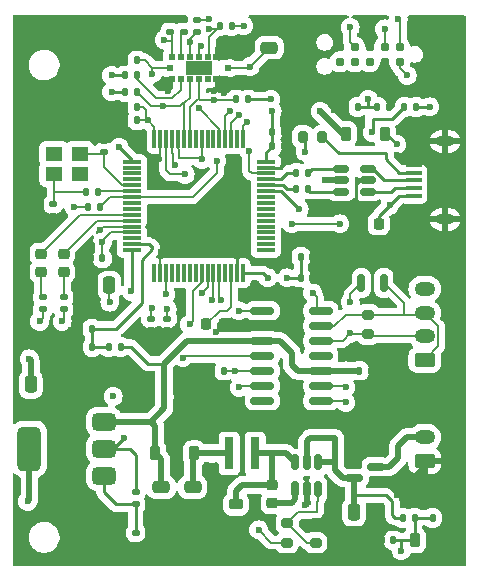
<source format=gbr>
%TF.GenerationSoftware,KiCad,Pcbnew,8.0.6-8.0.6-0~ubuntu24.04.1*%
%TF.CreationDate,2024-11-24T16:01:10-06:00*%
%TF.ProjectId,can_distance_sensor,63616e5f-6469-4737-9461-6e63655f7365,rev?*%
%TF.SameCoordinates,Original*%
%TF.FileFunction,Copper,L1,Top*%
%TF.FilePolarity,Positive*%
%FSLAX46Y46*%
G04 Gerber Fmt 4.6, Leading zero omitted, Abs format (unit mm)*
G04 Created by KiCad (PCBNEW 8.0.6-8.0.6-0~ubuntu24.04.1) date 2024-11-24 16:01:10*
%MOMM*%
%LPD*%
G01*
G04 APERTURE LIST*
G04 Aperture macros list*
%AMRoundRect*
0 Rectangle with rounded corners*
0 $1 Rounding radius*
0 $2 $3 $4 $5 $6 $7 $8 $9 X,Y pos of 4 corners*
0 Add a 4 corners polygon primitive as box body*
4,1,4,$2,$3,$4,$5,$6,$7,$8,$9,$2,$3,0*
0 Add four circle primitives for the rounded corners*
1,1,$1+$1,$2,$3*
1,1,$1+$1,$4,$5*
1,1,$1+$1,$6,$7*
1,1,$1+$1,$8,$9*
0 Add four rect primitives between the rounded corners*
20,1,$1+$1,$2,$3,$4,$5,0*
20,1,$1+$1,$4,$5,$6,$7,0*
20,1,$1+$1,$6,$7,$8,$9,0*
20,1,$1+$1,$8,$9,$2,$3,0*%
G04 Aperture macros list end*
%TA.AperFunction,SMDPad,CuDef*%
%ADD10RoundRect,0.135000X-0.185000X0.135000X-0.185000X-0.135000X0.185000X-0.135000X0.185000X0.135000X0*%
%TD*%
%TA.AperFunction,SMDPad,CuDef*%
%ADD11RoundRect,0.140000X-0.170000X0.140000X-0.170000X-0.140000X0.170000X-0.140000X0.170000X0.140000X0*%
%TD*%
%TA.AperFunction,SMDPad,CuDef*%
%ADD12RoundRect,0.150000X0.150000X-0.587500X0.150000X0.587500X-0.150000X0.587500X-0.150000X-0.587500X0*%
%TD*%
%TA.AperFunction,SMDPad,CuDef*%
%ADD13RoundRect,0.225000X0.250000X-0.225000X0.250000X0.225000X-0.250000X0.225000X-0.250000X-0.225000X0*%
%TD*%
%TA.AperFunction,SMDPad,CuDef*%
%ADD14RoundRect,0.140000X0.140000X0.170000X-0.140000X0.170000X-0.140000X-0.170000X0.140000X-0.170000X0*%
%TD*%
%TA.AperFunction,ConnectorPad*%
%ADD15C,0.787400*%
%TD*%
%TA.AperFunction,SMDPad,CuDef*%
%ADD16RoundRect,0.225000X-0.225000X-0.375000X0.225000X-0.375000X0.225000X0.375000X-0.225000X0.375000X0*%
%TD*%
%TA.AperFunction,SMDPad,CuDef*%
%ADD17RoundRect,0.150000X-0.587500X-0.150000X0.587500X-0.150000X0.587500X0.150000X-0.587500X0.150000X0*%
%TD*%
%TA.AperFunction,SMDPad,CuDef*%
%ADD18RoundRect,0.140000X-0.140000X-0.170000X0.140000X-0.170000X0.140000X0.170000X-0.140000X0.170000X0*%
%TD*%
%TA.AperFunction,SMDPad,CuDef*%
%ADD19RoundRect,0.225000X-0.375000X0.225000X-0.375000X-0.225000X0.375000X-0.225000X0.375000X0.225000X0*%
%TD*%
%TA.AperFunction,ComponentPad*%
%ADD20RoundRect,0.250000X0.625000X-0.350000X0.625000X0.350000X-0.625000X0.350000X-0.625000X-0.350000X0*%
%TD*%
%TA.AperFunction,ComponentPad*%
%ADD21O,1.750000X1.200000*%
%TD*%
%TA.AperFunction,SMDPad,CuDef*%
%ADD22RoundRect,0.150000X-0.825000X-0.150000X0.825000X-0.150000X0.825000X0.150000X-0.825000X0.150000X0*%
%TD*%
%TA.AperFunction,SMDPad,CuDef*%
%ADD23R,2.311400X1.193800*%
%TD*%
%TA.AperFunction,SMDPad,CuDef*%
%ADD24R,0.533400X0.508000*%
%TD*%
%TA.AperFunction,SMDPad,CuDef*%
%ADD25R,0.508000X0.533400*%
%TD*%
%TA.AperFunction,SMDPad,CuDef*%
%ADD26RoundRect,0.135000X-0.135000X-0.185000X0.135000X-0.185000X0.135000X0.185000X-0.135000X0.185000X0*%
%TD*%
%TA.AperFunction,SMDPad,CuDef*%
%ADD27RoundRect,0.150000X0.150000X-0.512500X0.150000X0.512500X-0.150000X0.512500X-0.150000X-0.512500X0*%
%TD*%
%TA.AperFunction,SMDPad,CuDef*%
%ADD28RoundRect,0.135000X0.135000X0.185000X-0.135000X0.185000X-0.135000X-0.185000X0.135000X-0.185000X0*%
%TD*%
%TA.AperFunction,SMDPad,CuDef*%
%ADD29RoundRect,0.250000X0.250000X0.475000X-0.250000X0.475000X-0.250000X-0.475000X0.250000X-0.475000X0*%
%TD*%
%TA.AperFunction,SMDPad,CuDef*%
%ADD30RoundRect,0.218750X-0.256250X0.218750X-0.256250X-0.218750X0.256250X-0.218750X0.256250X0.218750X0*%
%TD*%
%TA.AperFunction,SMDPad,CuDef*%
%ADD31RoundRect,0.200000X-0.200000X-0.275000X0.200000X-0.275000X0.200000X0.275000X-0.200000X0.275000X0*%
%TD*%
%TA.AperFunction,SMDPad,CuDef*%
%ADD32R,0.800000X2.700000*%
%TD*%
%TA.AperFunction,SMDPad,CuDef*%
%ADD33RoundRect,0.150000X0.512500X0.150000X-0.512500X0.150000X-0.512500X-0.150000X0.512500X-0.150000X0*%
%TD*%
%TA.AperFunction,SMDPad,CuDef*%
%ADD34RoundRect,0.135000X0.185000X-0.135000X0.185000X0.135000X-0.185000X0.135000X-0.185000X-0.135000X0*%
%TD*%
%TA.AperFunction,SMDPad,CuDef*%
%ADD35RoundRect,0.075000X-0.700000X-0.075000X0.700000X-0.075000X0.700000X0.075000X-0.700000X0.075000X0*%
%TD*%
%TA.AperFunction,SMDPad,CuDef*%
%ADD36RoundRect,0.075000X-0.075000X-0.700000X0.075000X-0.700000X0.075000X0.700000X-0.075000X0.700000X0*%
%TD*%
%TA.AperFunction,SMDPad,CuDef*%
%ADD37RoundRect,0.225000X-0.225000X-0.250000X0.225000X-0.250000X0.225000X0.250000X-0.225000X0.250000X0*%
%TD*%
%TA.AperFunction,SMDPad,CuDef*%
%ADD38RoundRect,0.200000X0.275000X-0.200000X0.275000X0.200000X-0.275000X0.200000X-0.275000X-0.200000X0*%
%TD*%
%TA.AperFunction,SMDPad,CuDef*%
%ADD39RoundRect,0.250000X-0.250000X-0.475000X0.250000X-0.475000X0.250000X0.475000X-0.250000X0.475000X0*%
%TD*%
%TA.AperFunction,SMDPad,CuDef*%
%ADD40R,1.400000X1.200000*%
%TD*%
%TA.AperFunction,SMDPad,CuDef*%
%ADD41RoundRect,0.375000X0.625000X0.375000X-0.625000X0.375000X-0.625000X-0.375000X0.625000X-0.375000X0*%
%TD*%
%TA.AperFunction,SMDPad,CuDef*%
%ADD42RoundRect,0.500000X0.500000X1.400000X-0.500000X1.400000X-0.500000X-1.400000X0.500000X-1.400000X0*%
%TD*%
%TA.AperFunction,SMDPad,CuDef*%
%ADD43RoundRect,0.100000X0.575000X-0.100000X0.575000X0.100000X-0.575000X0.100000X-0.575000X-0.100000X0*%
%TD*%
%TA.AperFunction,ComponentPad*%
%ADD44O,1.600000X0.900000*%
%TD*%
%TA.AperFunction,SMDPad,CuDef*%
%ADD45RoundRect,0.250000X0.450000X-0.550000X0.450000X0.550000X-0.450000X0.550000X-0.450000X-0.550000X0*%
%TD*%
%TA.AperFunction,SMDPad,CuDef*%
%ADD46RoundRect,0.250000X0.700000X-0.700000X0.700000X0.700000X-0.700000X0.700000X-0.700000X-0.700000X0*%
%TD*%
%TA.AperFunction,SMDPad,CuDef*%
%ADD47RoundRect,0.250000X0.475000X-0.250000X0.475000X0.250000X-0.475000X0.250000X-0.475000X-0.250000X0*%
%TD*%
%TA.AperFunction,SMDPad,CuDef*%
%ADD48RoundRect,0.200000X-0.275000X0.200000X-0.275000X-0.200000X0.275000X-0.200000X0.275000X0.200000X0*%
%TD*%
%TA.AperFunction,SMDPad,CuDef*%
%ADD49RoundRect,0.140000X0.170000X-0.140000X0.170000X0.140000X-0.170000X0.140000X-0.170000X-0.140000X0*%
%TD*%
%TA.AperFunction,SMDPad,CuDef*%
%ADD50RoundRect,0.250000X-0.475000X0.250000X-0.475000X-0.250000X0.475000X-0.250000X0.475000X0.250000X0*%
%TD*%
%TA.AperFunction,ViaPad*%
%ADD51C,0.600000*%
%TD*%
%TA.AperFunction,Conductor*%
%ADD52C,0.200000*%
%TD*%
%TA.AperFunction,Conductor*%
%ADD53C,0.254000*%
%TD*%
%TA.AperFunction,Conductor*%
%ADD54C,0.508000*%
%TD*%
%TA.AperFunction,Conductor*%
%ADD55C,0.127000*%
%TD*%
G04 APERTURE END LIST*
D10*
%TO.P,R11,1*%
%TO.N,Net-(U3-ADJ)*%
X188087000Y-132078000D03*
%TO.P,R11,2*%
%TO.N,GND*%
X188087000Y-133098000D03*
%TD*%
D11*
%TO.P,C7,1*%
%TO.N,3V3*%
X189357000Y-113947000D03*
%TO.P,C7,2*%
%TO.N,GND*%
X189357000Y-114907000D03*
%TD*%
D12*
%TO.P,D7,1,K*%
%TO.N,Net-(J5-Pin_2)*%
X207203000Y-110919500D03*
%TO.P,D7,2,K*%
%TO.N,Net-(J5-Pin_1)*%
X209103000Y-110919500D03*
%TO.P,D7,3,A*%
%TO.N,GND*%
X208153000Y-109044500D03*
%TD*%
D10*
%TO.P,R12,1*%
%TO.N,3V3*%
X188087000Y-128649000D03*
%TO.P,R12,2*%
%TO.N,Net-(U3-ADJ)*%
X188087000Y-129669000D03*
%TD*%
D13*
%TO.P,C20,1*%
%TO.N,Net-(U4-BST)*%
X199644000Y-129553000D03*
%TO.P,C20,2*%
%TO.N,Net-(D4-K)*%
X199644000Y-128003000D03*
%TD*%
D14*
%TO.P,C15,1*%
%TO.N,3V3*%
X185265000Y-108839000D03*
%TO.P,C15,2*%
%TO.N,GND*%
X184305000Y-108839000D03*
%TD*%
%TO.P,C5,1*%
%TO.N,3V3*%
X188186000Y-97155000D03*
%TO.P,C5,2*%
%TO.N,GND*%
X187226000Y-97155000D03*
%TD*%
D15*
%TO.P,J2,1,VTref*%
%TO.N,3V3*%
X210439000Y-90932000D03*
%TO.P,J2,2,SWDIO/TMS*%
%TO.N,SWDIO*%
X209169000Y-90932000D03*
%TO.P,J2,3,GND*%
%TO.N,GND*%
X207899000Y-90932000D03*
%TO.P,J2,4,SWCLK/TCK*%
%TO.N,SWCLK*%
X206629000Y-90932000D03*
%TO.P,J2,5,GND*%
%TO.N,GND*%
X205359000Y-90932000D03*
%TO.P,J2,6,SWO/TDO*%
%TO.N,unconnected-(J2-SWO{slash}TDO-Pad6)*%
X205359000Y-92202000D03*
%TO.P,J2,7,KEY*%
%TO.N,unconnected-(J2-KEY-Pad7)*%
X206629000Y-92202000D03*
%TO.P,J2,8,NC/TDI*%
%TO.N,unconnected-(J2-NC{slash}TDI-Pad8)*%
X207899000Y-92202000D03*
%TO.P,J2,9,GNDDetect*%
%TO.N,GND*%
X209169000Y-92202000D03*
%TO.P,J2,10,~{RESET}*%
%TO.N,NRST*%
X210439000Y-92202000D03*
%TD*%
D16*
%TO.P,D5,1,K*%
%TO.N,VCC*%
X189739000Y-125349000D03*
%TO.P,D5,2,A*%
%TO.N,Net-(D5-A)*%
X193039000Y-125349000D03*
%TD*%
D14*
%TO.P,C24,1*%
%TO.N,VIN_MEAS*%
X209903000Y-132715000D03*
%TO.P,C24,2*%
%TO.N,GND*%
X208943000Y-132715000D03*
%TD*%
D17*
%TO.P,Q1,1,G*%
%TO.N,GND*%
X206580500Y-125542000D03*
%TO.P,Q1,2,S*%
%TO.N,+12V*%
X206580500Y-127442000D03*
%TO.P,Q1,3,D*%
%TO.N,/Power/VIN*%
X208455500Y-126492000D03*
%TD*%
D18*
%TO.P,C12,1*%
%TO.N,3V3*%
X202085000Y-110490000D03*
%TO.P,C12,2*%
%TO.N,GND*%
X203045000Y-110490000D03*
%TD*%
D11*
%TO.P,C9,1*%
%TO.N,GND*%
X185420000Y-98862000D03*
%TO.P,C9,2*%
%TO.N,/STM32/OSC_IN*%
X185420000Y-99822000D03*
%TD*%
D18*
%TO.P,C8,1*%
%TO.N,BOOT*%
X208562000Y-96012000D03*
%TO.P,C8,2*%
%TO.N,GND*%
X209522000Y-96012000D03*
%TD*%
D19*
%TO.P,D4,1,K*%
%TO.N,Net-(D4-K)*%
X196596000Y-129668000D03*
%TO.P,D4,2,A*%
%TO.N,GND*%
X196596000Y-132968000D03*
%TD*%
D20*
%TO.P,J5,1,Pin_1*%
%TO.N,Net-(J5-Pin_1)*%
X212561000Y-117427000D03*
D21*
%TO.P,J5,2,Pin_2*%
%TO.N,Net-(J5-Pin_2)*%
X212561000Y-115427000D03*
%TO.P,J5,3,Pin_3*%
%TO.N,Net-(J5-Pin_1)*%
X212561000Y-113427000D03*
%TO.P,J5,4,Pin_4*%
%TO.N,Net-(J5-Pin_2)*%
X212561000Y-111427000D03*
%TD*%
D22*
%TO.P,U6,1,TXD*%
%TO.N,CAN_TX*%
X198820000Y-113284000D03*
%TO.P,U6,2,GND*%
%TO.N,GND*%
X198820000Y-114554000D03*
%TO.P,U6,3,VCC*%
%TO.N,VCC*%
X198820000Y-115824000D03*
%TO.P,U6,4,RXD*%
%TO.N,CAN_RX*%
X198820000Y-117094000D03*
%TO.P,U6,5,VIO*%
%TO.N,3V3*%
X198820000Y-118364000D03*
%TO.P,U6,6,EN*%
%TO.N,CAN_EN*%
X198820000Y-119634000D03*
%TO.P,U6,7,INH*%
%TO.N,unconnected-(U6-INH-Pad7)*%
X198820000Y-120904000D03*
%TO.P,U6,8,~{FAULT}*%
%TO.N,CAN_FAULT*%
X203770000Y-120904000D03*
%TO.P,U6,9,WAKE*%
%TO.N,CAN_WAKE*%
X203770000Y-119634000D03*
%TO.P,U6,10,VSUP*%
%TO.N,VCC*%
X203770000Y-118364000D03*
%TO.P,U6,11,NC*%
%TO.N,unconnected-(U6-NC-Pad11)*%
X203770000Y-117094000D03*
%TO.P,U6,12,CANL*%
%TO.N,Net-(J5-Pin_2)*%
X203770000Y-115824000D03*
%TO.P,U6,13,CANH*%
%TO.N,Net-(J5-Pin_1)*%
X203770000Y-114554000D03*
%TO.P,U6,14,~{STB}*%
%TO.N,CAN_STB*%
X203770000Y-113284000D03*
%TD*%
D23*
%TO.P,U7,17*%
%TO.N,N/C*%
X193421000Y-92710000D03*
D24*
%TO.P,U7,A1,SPI_I2C_N*%
%TO.N,TOF_RST*%
X191170999Y-91757500D03*
%TO.P,U7,A2,NCS*%
%TO.N,Net-(U7-NCS)*%
X191921000Y-91757500D03*
%TO.P,U7,A3,GPIO1*%
%TO.N,TOF_INT*%
X192670999Y-91757500D03*
%TO.P,U7,A4,IOVDD*%
%TO.N,3V3*%
X193421000Y-91757500D03*
%TO.P,U7,A5,LP*%
%TO.N,TOF_LP*%
X194171001Y-91757500D03*
%TO.P,U7,A6,GND*%
%TO.N,GND*%
X194921000Y-91757500D03*
%TO.P,U7,A7,GND*%
X195671001Y-91757500D03*
D25*
%TO.P,U7,B1,AVDD*%
%TO.N,3V3*%
X190969900Y-92710000D03*
%TO.P,U7,B7,AVDD*%
X195872100Y-92710000D03*
D24*
%TO.P,U7,C1,GNB*%
%TO.N,GND*%
X191170999Y-93662500D03*
%TO.P,U7,C2,GPIO2*%
%TO.N,Net-(U7-GPIO2)*%
X191921000Y-93662500D03*
%TO.P,U7,C3,SDA/MOSI*%
%TO.N,TOF_SDA*%
X192670999Y-93662500D03*
%TO.P,U7,C4,SCL/MCLK*%
%TO.N,TOF_SCL*%
X193421000Y-93662500D03*
%TO.P,U7,C5,MISO*%
%TO.N,unconnected-(U7-MISO-PadC5)*%
X194171001Y-93662500D03*
%TO.P,U7,C6,GND*%
%TO.N,GND*%
X194921000Y-93662500D03*
%TO.P,U7,C7,GND*%
X195671001Y-93662500D03*
%TD*%
D16*
%TO.P,D6,1,K*%
%TO.N,VIN_MEAS*%
X211710000Y-132715000D03*
%TO.P,D6,2,A*%
%TO.N,GND*%
X215010000Y-132715000D03*
%TD*%
D26*
%TO.P,R26,1*%
%TO.N,3V3*%
X187196000Y-93345000D03*
%TO.P,R26,2*%
%TO.N,Net-(U7-GPIO2)*%
X188216000Y-93345000D03*
%TD*%
D27*
%TO.P,U4,1,BST*%
%TO.N,Net-(U4-BST)*%
X201615000Y-128391500D03*
%TO.P,U4,2,GND*%
%TO.N,GND*%
X202565000Y-128391500D03*
%TO.P,U4,3,FB*%
%TO.N,Net-(U4-FB)*%
X203515000Y-128391500D03*
%TO.P,U4,4,EN*%
%TO.N,+12V*%
X203515000Y-126116500D03*
%TO.P,U4,5,VIN*%
X202565000Y-126116500D03*
%TO.P,U4,6,LX*%
%TO.N,Net-(D4-K)*%
X201615000Y-126116500D03*
%TD*%
D18*
%TO.P,C6,1*%
%TO.N,3V3*%
X199672000Y-98171000D03*
%TO.P,C6,2*%
%TO.N,GND*%
X200632000Y-98171000D03*
%TD*%
%TO.P,C25,1*%
%TO.N,VCC*%
X207038000Y-118364000D03*
%TO.P,C25,2*%
%TO.N,GND*%
X207998000Y-118364000D03*
%TD*%
D26*
%TO.P,R28,1*%
%TO.N,3V3*%
X187196000Y-94742000D03*
%TO.P,R28,2*%
%TO.N,TOF_SDA*%
X188216000Y-94742000D03*
%TD*%
D28*
%TO.P,R7,1*%
%TO.N,NRST*%
X185041000Y-104521000D03*
%TO.P,R7,2*%
%TO.N,3V3*%
X184021000Y-104521000D03*
%TD*%
D10*
%TO.P,R10,1*%
%TO.N,Net-(D3-A)*%
X180213000Y-112139000D03*
%TO.P,R10,2*%
%TO.N,3V3*%
X180213000Y-113159000D03*
%TD*%
D18*
%TO.P,C13,1*%
%TO.N,3V3*%
X202085000Y-108712000D03*
%TO.P,C13,2*%
%TO.N,GND*%
X203045000Y-108712000D03*
%TD*%
D29*
%TO.P,C1,1*%
%TO.N,3V3*%
X185862000Y-111125000D03*
%TO.P,C1,2*%
%TO.N,GND*%
X183962000Y-111125000D03*
%TD*%
D30*
%TO.P,D2,1,K*%
%TO.N,LED1*%
X181991000Y-108432500D03*
%TO.P,D2,2,A*%
%TO.N,Net-(D2-A)*%
X181991000Y-110007500D03*
%TD*%
D16*
%TO.P,D1,1,K*%
%TO.N,VCC*%
X205868000Y-98298000D03*
%TO.P,D1,2,A*%
%TO.N,Net-(D1-A)*%
X209168000Y-98298000D03*
%TD*%
D26*
%TO.P,R20,1*%
%TO.N,VIN_MEAS*%
X213231000Y-130810000D03*
%TO.P,R20,2*%
%TO.N,GND*%
X214251000Y-130810000D03*
%TD*%
D31*
%TO.P,R1,1*%
%TO.N,ID*%
X202248000Y-98552000D03*
%TO.P,R1,2*%
%TO.N,Net-(J1-ID)*%
X203898000Y-98552000D03*
%TD*%
D28*
%TO.P,R23,1*%
%TO.N,3V3*%
X196217000Y-89154000D03*
%TO.P,R23,2*%
%TO.N,TOF_LP*%
X195197000Y-89154000D03*
%TD*%
D10*
%TO.P,R9,1*%
%TO.N,Net-(D2-A)*%
X181991000Y-112139000D03*
%TO.P,R9,2*%
%TO.N,3V3*%
X181991000Y-113159000D03*
%TD*%
D32*
%TO.P,L1,2,2*%
%TO.N,Net-(D5-A)*%
X196004000Y-125349000D03*
%TO.P,L1,1,1*%
%TO.N,Net-(D4-K)*%
X198204000Y-125349000D03*
%TD*%
D33*
%TO.P,U1,1,I/O1*%
%TO.N,Net-(J1-D-)*%
X207766500Y-103185000D03*
%TO.P,U1,2,GND*%
%TO.N,GND*%
X207766500Y-102235000D03*
%TO.P,U1,3,I/O2*%
%TO.N,Net-(J1-D+)*%
X207766500Y-101285000D03*
%TO.P,U1,4,I/O2*%
%TO.N,Net-(R4-Pad1)*%
X205491500Y-101285000D03*
%TO.P,U1,5,VBUS*%
%TO.N,VCC*%
X205491500Y-102235000D03*
%TO.P,U1,6,I/O1*%
%TO.N,Net-(R5-Pad1)*%
X205491500Y-103185000D03*
%TD*%
D14*
%TO.P,C26,1*%
%TO.N,3V3*%
X195552000Y-118364000D03*
%TO.P,C26,2*%
%TO.N,GND*%
X194592000Y-118364000D03*
%TD*%
D28*
%TO.P,R27,1*%
%TO.N,3V3*%
X197614000Y-95377000D03*
%TO.P,R27,2*%
%TO.N,TOF_SCL*%
X196594000Y-95377000D03*
%TD*%
D10*
%TO.P,R22,1*%
%TO.N,3V3*%
X193294000Y-88644000D03*
%TO.P,R22,2*%
%TO.N,TOF_INT*%
X193294000Y-89664000D03*
%TD*%
D34*
%TO.P,R24,1*%
%TO.N,Net-(U7-NCS)*%
X192151000Y-89664000D03*
%TO.P,R24,2*%
%TO.N,GND*%
X192151000Y-88644000D03*
%TD*%
D35*
%TO.P,U2,1,VBAT*%
%TO.N,3V3*%
X187746000Y-100644000D03*
%TO.P,U2,2,PC13*%
%TO.N,unconnected-(U2-PC13-Pad2)*%
X187746000Y-101144000D03*
%TO.P,U2,3,PC14*%
%TO.N,unconnected-(U2-PC14-Pad3)*%
X187746000Y-101644000D03*
%TO.P,U2,4,PC15*%
%TO.N,unconnected-(U2-PC15-Pad4)*%
X187746000Y-102144000D03*
%TO.P,U2,5,PH0*%
%TO.N,/STM32/OSC_IN*%
X187746000Y-102644000D03*
%TO.P,U2,6,PH1*%
%TO.N,Net-(U2-PH1)*%
X187746000Y-103144000D03*
%TO.P,U2,7,NRST*%
%TO.N,NRST*%
X187746000Y-103644000D03*
%TO.P,U2,8,PC0*%
%TO.N,unconnected-(U2-PC0-Pad8)*%
X187746000Y-104144000D03*
%TO.P,U2,9,PC1*%
%TO.N,unconnected-(U2-PC1-Pad9)*%
X187746000Y-104644000D03*
%TO.P,U2,10,PC2*%
%TO.N,LED2*%
X187746000Y-105144000D03*
%TO.P,U2,11,PC3*%
%TO.N,LED1*%
X187746000Y-105644000D03*
%TO.P,U2,12,VSSA*%
%TO.N,GND*%
X187746000Y-106144000D03*
%TO.P,U2,13,VDDA*%
%TO.N,3V3*%
X187746000Y-106644000D03*
%TO.P,U2,14,PA0*%
%TO.N,ANALOG_IN*%
X187746000Y-107144000D03*
%TO.P,U2,15,PA1*%
%TO.N,VCC_MEAS*%
X187746000Y-107644000D03*
%TO.P,U2,16,PA2*%
%TO.N,VIN_MEAS*%
X187746000Y-108144000D03*
D36*
%TO.P,U2,17,PA3*%
%TO.N,unconnected-(U2-PA3-Pad17)*%
X189671000Y-110069000D03*
%TO.P,U2,18,VSS*%
%TO.N,GND*%
X190171000Y-110069000D03*
%TO.P,U2,19,VDD*%
%TO.N,3V3*%
X190671000Y-110069000D03*
%TO.P,U2,20,PA4*%
%TO.N,unconnected-(U2-PA4-Pad20)*%
X191171000Y-110069000D03*
%TO.P,U2,21,PA5*%
%TO.N,unconnected-(U2-PA5-Pad21)*%
X191671000Y-110069000D03*
%TO.P,U2,22,PA6*%
%TO.N,unconnected-(U2-PA6-Pad22)*%
X192171000Y-110069000D03*
%TO.P,U2,23,PA7*%
%TO.N,unconnected-(U2-PA7-Pad23)*%
X192671000Y-110069000D03*
%TO.P,U2,24,PC4*%
%TO.N,unconnected-(U2-PC4-Pad24)*%
X193171000Y-110069000D03*
%TO.P,U2,25,PC5*%
%TO.N,CAN_EN*%
X193671000Y-110069000D03*
%TO.P,U2,26,PB0*%
%TO.N,CAN_STB*%
X194171000Y-110069000D03*
%TO.P,U2,27,PB1*%
%TO.N,CAN_FAULT*%
X194671000Y-110069000D03*
%TO.P,U2,28,PB2*%
%TO.N,CAN_WAKE*%
X195171000Y-110069000D03*
%TO.P,U2,29,PB10*%
%TO.N,unconnected-(U2-PB10-Pad29)*%
X195671000Y-110069000D03*
%TO.P,U2,30,VCAP_1*%
%TO.N,Net-(U2-VCAP_1)*%
X196171000Y-110069000D03*
%TO.P,U2,31,VSS*%
%TO.N,GND*%
X196671000Y-110069000D03*
%TO.P,U2,32,VDD*%
%TO.N,3V3*%
X197171000Y-110069000D03*
D35*
%TO.P,U2,33,PB12*%
%TO.N,unconnected-(U2-PB12-Pad33)*%
X199096000Y-108144000D03*
%TO.P,U2,34,PB13*%
%TO.N,unconnected-(U2-PB13-Pad34)*%
X199096000Y-107644000D03*
%TO.P,U2,35,PB14*%
%TO.N,unconnected-(U2-PB14-Pad35)*%
X199096000Y-107144000D03*
%TO.P,U2,36,PB15*%
%TO.N,unconnected-(U2-PB15-Pad36)*%
X199096000Y-106644000D03*
%TO.P,U2,37,PC6*%
%TO.N,unconnected-(U2-PC6-Pad37)*%
X199096000Y-106144000D03*
%TO.P,U2,38,PC7*%
%TO.N,unconnected-(U2-PC7-Pad38)*%
X199096000Y-105644000D03*
%TO.P,U2,39,PC8*%
%TO.N,unconnected-(U2-PC8-Pad39)*%
X199096000Y-105144000D03*
%TO.P,U2,40,PC9*%
%TO.N,unconnected-(U2-PC9-Pad40)*%
X199096000Y-104644000D03*
%TO.P,U2,41,PA8*%
%TO.N,unconnected-(U2-PA8-Pad41)*%
X199096000Y-104144000D03*
%TO.P,U2,42,PA9*%
%TO.N,unconnected-(U2-PA9-Pad42)*%
X199096000Y-103644000D03*
%TO.P,U2,43,PA10*%
%TO.N,ID*%
X199096000Y-103144000D03*
%TO.P,U2,44,PA11*%
%TO.N,DM*%
X199096000Y-102644000D03*
%TO.P,U2,45,PA12*%
%TO.N,DP*%
X199096000Y-102144000D03*
%TO.P,U2,46,PA13*%
%TO.N,SWDIO*%
X199096000Y-101644000D03*
%TO.P,U2,47,VSS*%
%TO.N,GND*%
X199096000Y-101144000D03*
%TO.P,U2,48,VDD*%
%TO.N,3V3*%
X199096000Y-100644000D03*
D36*
%TO.P,U2,49,PA14*%
%TO.N,SWCLK*%
X197171000Y-98719000D03*
%TO.P,U2,50,PA15*%
%TO.N,unconnected-(U2-PA15-Pad50)*%
X196671000Y-98719000D03*
%TO.P,U2,51,PC10*%
%TO.N,TOF_LP*%
X196171000Y-98719000D03*
%TO.P,U2,52,PC11*%
%TO.N,TOF_INT*%
X195671000Y-98719000D03*
%TO.P,U2,53,PC12*%
%TO.N,TOF_RST*%
X195171000Y-98719000D03*
%TO.P,U2,54,PD2*%
%TO.N,unconnected-(U2-PD2-Pad54)*%
X194671000Y-98719000D03*
%TO.P,U2,55,PB3*%
%TO.N,unconnected-(U2-PB3-Pad55)*%
X194171000Y-98719000D03*
%TO.P,U2,56,PB4*%
%TO.N,BOOT*%
X193671000Y-98719000D03*
%TO.P,U2,57,PB5*%
%TO.N,unconnected-(U2-PB5-Pad57)*%
X193171000Y-98719000D03*
%TO.P,U2,58,PB6*%
%TO.N,TOF_SCL*%
X192671000Y-98719000D03*
%TO.P,U2,59,PB7*%
%TO.N,TOF_SDA*%
X192171000Y-98719000D03*
%TO.P,U2,60,BOOT0*%
%TO.N,BOOT*%
X191671000Y-98719000D03*
%TO.P,U2,61,PB8*%
%TO.N,CAN_RX*%
X191171000Y-98719000D03*
%TO.P,U2,62,PB9*%
%TO.N,CAN_TX*%
X190671000Y-98719000D03*
%TO.P,U2,63,VSS*%
%TO.N,GND*%
X190171000Y-98719000D03*
%TO.P,U2,64,VDD*%
%TO.N,3V3*%
X189671000Y-98719000D03*
%TD*%
D20*
%TO.P,J4,1,Pin_1*%
%TO.N,GND*%
X212561000Y-125968000D03*
D21*
%TO.P,J4,2,Pin_2*%
%TO.N,/Power/VIN*%
X212561000Y-123968000D03*
%TD*%
D28*
%TO.P,R3,1*%
%TO.N,BOOT*%
X206885000Y-96012000D03*
%TO.P,R3,2*%
%TO.N,GND*%
X205865000Y-96012000D03*
%TD*%
D26*
%TO.P,R19,1*%
%TO.N,+12V*%
X210691000Y-130810000D03*
%TO.P,R19,2*%
%TO.N,VIN_MEAS*%
X211711000Y-130810000D03*
%TD*%
D28*
%TO.P,R18,1*%
%TO.N,VCC_MEAS*%
X184406000Y-116332000D03*
%TO.P,R18,2*%
%TO.N,GND*%
X183386000Y-116332000D03*
%TD*%
D37*
%TO.P,C4,1*%
%TO.N,GND*%
X207124000Y-105918000D03*
%TO.P,C4,2*%
%TO.N,Net-(D1-A)*%
X208674000Y-105918000D03*
%TD*%
D30*
%TO.P,D3,1,K*%
%TO.N,LED2*%
X180086000Y-108432500D03*
%TO.P,D3,2,A*%
%TO.N,Net-(D3-A)*%
X180086000Y-110007500D03*
%TD*%
D28*
%TO.P,R5,1*%
%TO.N,Net-(R5-Pad1)*%
X202694000Y-102997000D03*
%TO.P,R5,2*%
%TO.N,DM*%
X201674000Y-102997000D03*
%TD*%
D37*
%TO.P,C14,1*%
%TO.N,Net-(U2-VCAP_1)*%
X194043000Y-114427000D03*
%TO.P,C14,2*%
%TO.N,GND*%
X195593000Y-114427000D03*
%TD*%
D38*
%TO.P,R16,1*%
%TO.N,Net-(U4-FB)*%
X203327000Y-132905000D03*
%TO.P,R16,2*%
%TO.N,GND*%
X203327000Y-131255000D03*
%TD*%
D18*
%TO.P,C2,1*%
%TO.N,3V3*%
X199672000Y-99314000D03*
%TO.P,C2,2*%
%TO.N,GND*%
X200632000Y-99314000D03*
%TD*%
D39*
%TO.P,C17,1*%
%TO.N,3V3*%
X179202000Y-119507000D03*
%TO.P,C17,2*%
%TO.N,GND*%
X181102000Y-119507000D03*
%TD*%
D40*
%TO.P,Y1,1,1*%
%TO.N,/STM32/OSC_OUT*%
X181145000Y-101688000D03*
%TO.P,Y1,2,2*%
%TO.N,unconnected-(Y1-Pad2)*%
X183345000Y-101688000D03*
%TO.P,Y1,3,3*%
%TO.N,/STM32/OSC_IN*%
X183345000Y-99988000D03*
%TO.P,Y1,4,4*%
%TO.N,unconnected-(Y1-Pad4)*%
X181145000Y-99988000D03*
%TD*%
D41*
%TO.P,U3,1,ADJ*%
%TO.N,Net-(U3-ADJ)*%
X185395000Y-127268000D03*
%TO.P,U3,2,VO*%
%TO.N,3V3*%
X185395000Y-124968000D03*
D42*
X179095000Y-124968000D03*
D41*
%TO.P,U3,3,VI*%
%TO.N,VCC*%
X185395000Y-122668000D03*
%TD*%
D28*
%TO.P,R4,1*%
%TO.N,Net-(R4-Pad1)*%
X202694000Y-101600000D03*
%TO.P,R4,2*%
%TO.N,DP*%
X201674000Y-101600000D03*
%TD*%
D14*
%TO.P,C23,1*%
%TO.N,VCC_MEAS*%
X184376000Y-114808000D03*
%TO.P,C23,2*%
%TO.N,GND*%
X183416000Y-114808000D03*
%TD*%
D28*
%TO.P,R17,1*%
%TO.N,VCC*%
X186819000Y-116332000D03*
%TO.P,R17,2*%
%TO.N,VCC_MEAS*%
X185799000Y-116332000D03*
%TD*%
D14*
%TO.P,C27,1*%
%TO.N,3V3*%
X188186000Y-92075000D03*
%TO.P,C27,2*%
%TO.N,GND*%
X187226000Y-92075000D03*
%TD*%
D28*
%TO.P,R6,1*%
%TO.N,Net-(U2-PH1)*%
X184912000Y-103251000D03*
%TO.P,R6,2*%
%TO.N,/STM32/OSC_OUT*%
X183892000Y-103251000D03*
%TD*%
D11*
%TO.P,C11,1*%
%TO.N,3V3*%
X190754000Y-113947000D03*
%TO.P,C11,2*%
%TO.N,GND*%
X190754000Y-114907000D03*
%TD*%
D39*
%TO.P,C18,1*%
%TO.N,+12V*%
X206568000Y-130302000D03*
%TO.P,C18,2*%
%TO.N,GND*%
X208468000Y-130302000D03*
%TD*%
D38*
%TO.P,R15,1*%
%TO.N,Net-(D5-A)*%
X200914000Y-132905000D03*
%TO.P,R15,2*%
%TO.N,Net-(U4-FB)*%
X200914000Y-131255000D03*
%TD*%
D28*
%TO.P,R2,1*%
%TO.N,3V3*%
X211838000Y-96012000D03*
%TO.P,R2,2*%
%TO.N,Net-(R2-Pad2)*%
X210818000Y-96012000D03*
%TD*%
D43*
%TO.P,J1,1,VBUS*%
%TO.N,Net-(D1-A)*%
X211615000Y-103535000D03*
%TO.P,J1,2,D-*%
%TO.N,Net-(J1-D-)*%
X211615000Y-102885000D03*
%TO.P,J1,3,D+*%
%TO.N,Net-(J1-D+)*%
X211615000Y-102235000D03*
%TO.P,J1,4,ID*%
%TO.N,Net-(J1-ID)*%
X211615000Y-101585000D03*
%TO.P,J1,5,GND*%
%TO.N,GND*%
X211615000Y-100935000D03*
D44*
%TO.P,J1,6,Shield*%
X214290000Y-105535000D03*
D45*
X211840000Y-105435000D03*
D46*
X214290000Y-103435000D03*
X214290000Y-101035000D03*
D45*
X211840000Y-99035000D03*
D44*
X214290000Y-98935000D03*
%TD*%
D47*
%TO.P,C28,2*%
%TO.N,GND*%
X199390000Y-89093000D03*
%TO.P,C28,1*%
%TO.N,3V3*%
X199390000Y-90993000D03*
%TD*%
D48*
%TO.P,R21,1*%
%TO.N,Net-(J5-Pin_1)*%
X207772000Y-113602000D03*
%TO.P,R21,2*%
%TO.N,Net-(J5-Pin_2)*%
X207772000Y-115252000D03*
%TD*%
D49*
%TO.P,C10,1*%
%TO.N,GND*%
X181102000Y-105227000D03*
%TO.P,C10,2*%
%TO.N,/STM32/OSC_OUT*%
X181102000Y-104267000D03*
%TD*%
D50*
%TO.P,C22,1*%
%TO.N,Net-(D5-A)*%
X192913000Y-128209000D03*
%TO.P,C22,2*%
%TO.N,GND*%
X192913000Y-130109000D03*
%TD*%
%TO.P,C16,1*%
%TO.N,VCC*%
X190246000Y-128209000D03*
%TO.P,C16,2*%
%TO.N,GND*%
X190246000Y-130109000D03*
%TD*%
D14*
%TO.P,C3,1*%
%TO.N,3V3*%
X188186000Y-96012000D03*
%TO.P,C3,2*%
%TO.N,GND*%
X187226000Y-96012000D03*
%TD*%
D34*
%TO.P,R25,1*%
%TO.N,TOF_RST*%
X191008000Y-89664000D03*
%TO.P,R25,2*%
%TO.N,GND*%
X191008000Y-88644000D03*
%TD*%
D51*
%TO.N,3V3*%
X187071000Y-124079000D03*
%TO.N,BOOT*%
X201295000Y-105918000D03*
X205359000Y-105918000D03*
%TO.N,Net-(D1-A)*%
X210185000Y-99187000D03*
X209613500Y-104330500D03*
%TO.N,GND*%
X211836000Y-107569000D03*
X210240500Y-100076000D03*
%TO.N,3V3*%
X186182000Y-120523000D03*
%TO.N,GND*%
X186182000Y-92075000D03*
%TO.N,3V3*%
X186055000Y-94742000D03*
X186055000Y-93345000D03*
X186690000Y-99441000D03*
%TO.N,GND*%
X185420000Y-98044000D03*
%TO.N,TOF_SCL*%
X194691000Y-95469000D03*
%TO.N,TOF_SDA*%
X190373000Y-95902765D03*
%TO.N,GND*%
X201676000Y-93218000D03*
X214503000Y-129794000D03*
X215519000Y-130937000D03*
%TO.N,VIN_MEAS*%
X187706000Y-111633000D03*
X210566000Y-133604000D03*
%TO.N,GND*%
X182626000Y-114935000D03*
X182372000Y-116205000D03*
X182499000Y-119126000D03*
%TO.N,3V3*%
X179070000Y-117348000D03*
X178943000Y-129413000D03*
%TO.N,GND*%
X186817000Y-133223000D03*
%TO.N,Net-(D5-A)*%
X198501000Y-131826000D03*
X194564000Y-125349000D03*
%TO.N,GND*%
X190246000Y-131826000D03*
X202447669Y-129738500D03*
X207518000Y-132842000D03*
X204724000Y-131445000D03*
X196596000Y-134366000D03*
X193167000Y-131826000D03*
X206375000Y-123571000D03*
X210185000Y-128905000D03*
X209169000Y-118364000D03*
%TO.N,Net-(J5-Pin_2)*%
X206248000Y-115189000D03*
X206248000Y-112522000D03*
%TO.N,GND*%
X208153000Y-107442000D03*
X202692000Y-107442000D03*
X206248000Y-107188000D03*
%TO.N,CAN_EN*%
X196850000Y-119761000D03*
X192659000Y-114427000D03*
%TO.N,CAN_STB*%
X203073000Y-111760000D03*
X193675000Y-111760000D03*
%TO.N,CAN_FAULT*%
X205867000Y-121031000D03*
X194522446Y-112323500D03*
%TO.N,CAN_WAKE*%
X195328459Y-112323500D03*
X205867000Y-119761000D03*
%TO.N,GND*%
X196596000Y-108331000D03*
%TO.N,3V3*%
X200914000Y-110490000D03*
X199263000Y-110490000D03*
%TO.N,VCC*%
X190500000Y-120523000D03*
X205867000Y-118364000D03*
X204089000Y-102235000D03*
X203708000Y-96393000D03*
%TO.N,Net-(R2-Pad2)*%
X208123600Y-98176301D03*
%TO.N,3V3*%
X212979000Y-96012000D03*
%TO.N,GND*%
X210058000Y-95123000D03*
%TO.N,BOOT*%
X207772000Y-95377000D03*
%TO.N,ID*%
X201930000Y-104648000D03*
X202438000Y-99822000D03*
%TO.N,3V3*%
X199517000Y-95377000D03*
X199644000Y-96393000D03*
%TO.N,GND*%
X200787000Y-96520000D03*
X204851000Y-96258000D03*
X206756000Y-104521000D03*
%TO.N,3V3*%
X196469000Y-118364000D03*
%TO.N,GND*%
X193421000Y-118364000D03*
X194926270Y-115070000D03*
X190627000Y-116078000D03*
X189230000Y-115951000D03*
%TO.N,3V3*%
X189484000Y-113030000D03*
X190754000Y-113157000D03*
X190627000Y-111887000D03*
%TO.N,GND*%
X190246000Y-108331000D03*
%TO.N,3V3*%
X185265000Y-107442000D03*
%TO.N,GND*%
X185039000Y-106426000D03*
X181102000Y-106299000D03*
%TO.N,3V3*%
X182880000Y-104521000D03*
%TO.N,GND*%
X184404000Y-107696000D03*
%TO.N,3V3*%
X185907065Y-112541577D03*
%TO.N,GND*%
X183261000Y-112649000D03*
%TO.N,3V3*%
X181864000Y-114173000D03*
X179959000Y-114173000D03*
%TO.N,NRST*%
X194945000Y-100584000D03*
X211074000Y-93345000D03*
%TO.N,SWDIO*%
X209169000Y-89408000D03*
X197695735Y-99778735D03*
%TO.N,3V3*%
X210312000Y-88557000D03*
%TO.N,GND*%
X209169000Y-94142000D03*
X207899000Y-88557000D03*
X205359000Y-88557000D03*
%TO.N,SWCLK*%
X206248000Y-89281000D03*
X197485000Y-97282000D03*
%TO.N,GND*%
X196977000Y-114427000D03*
%TO.N,CAN_TX*%
X192278000Y-101727000D03*
X196850000Y-113284000D03*
%TO.N,CAN_RX*%
X191389000Y-100965000D03*
X192095500Y-117234628D03*
%TO.N,GND*%
X190071000Y-100460344D03*
%TO.N,BOOT*%
X193675000Y-100457000D03*
%TO.N,TOF_RST*%
X193421000Y-96139000D03*
%TO.N,TOF_INT*%
X196088000Y-96393000D03*
%TO.N,TOF_LP*%
X194310000Y-89408000D03*
X196830784Y-96690114D03*
%TO.N,GND*%
X186055000Y-96012000D03*
%TO.N,3V3*%
X189103000Y-97155000D03*
%TO.N,GND*%
X190042338Y-88556999D03*
%TO.N,3V3*%
X197769500Y-92613500D03*
X194310000Y-88557000D03*
X197231000Y-89154000D03*
%TO.N,GND*%
X195734916Y-90183794D03*
%TO.N,TOF_INT*%
X192670999Y-90551000D03*
%TO.N,TOF_RST*%
X190514328Y-90332000D03*
%TO.N,3V3*%
X193613138Y-90897000D03*
X189484000Y-93218000D03*
%TO.N,GND*%
X190810161Y-94693264D03*
X194691000Y-94668997D03*
X195536735Y-94869000D03*
%TD*%
D52*
%TO.N,Net-(U7-GPIO2)*%
X191921000Y-94550529D02*
X191178265Y-95293264D01*
X191921000Y-93662500D02*
X191921000Y-94550529D01*
X191178265Y-95293264D02*
X189844265Y-95293264D01*
%TO.N,TOF_SDA*%
X189376765Y-95902765D02*
X190373000Y-95902765D01*
X188216000Y-94742000D02*
X189376765Y-95902765D01*
%TO.N,Net-(U7-GPIO2)*%
X188216000Y-93664999D02*
X188216000Y-93345000D01*
%TO.N,TOF_SDA*%
X192151000Y-95631000D02*
X191879235Y-95902765D01*
X191879235Y-95902765D02*
X190373000Y-95902765D01*
%TO.N,GND*%
X191170999Y-93662500D02*
X191170999Y-94332426D01*
X191170999Y-94332426D02*
X190810161Y-94693264D01*
%TO.N,Net-(U7-GPIO2)*%
X189844265Y-95293264D02*
X188216000Y-93664999D01*
D53*
%TO.N,3V3*%
X185395000Y-124968000D02*
X186182000Y-124968000D01*
X186182000Y-124968000D02*
X187071000Y-124079000D01*
D54*
%TO.N,VCC*%
X203770000Y-118364000D02*
X205867000Y-118364000D01*
D53*
%TO.N,GND*%
X205097000Y-96012000D02*
X204851000Y-96258000D01*
X205865000Y-96012000D02*
X205097000Y-96012000D01*
%TO.N,VIN_MEAS*%
X211711000Y-130810000D02*
X211711000Y-132714000D01*
X211711000Y-132714000D02*
X211710000Y-132715000D01*
D52*
%TO.N,BOOT*%
X201295000Y-105918000D02*
X205359000Y-105918000D01*
D53*
%TO.N,Net-(D1-A)*%
X209168000Y-98298000D02*
X209296000Y-98298000D01*
X209296000Y-98298000D02*
X210185000Y-99187000D01*
%TO.N,GND*%
X211615000Y-100935000D02*
X210756000Y-100076000D01*
X210756000Y-100076000D02*
X210240500Y-100076000D01*
X187226000Y-92075000D02*
X186182000Y-92075000D01*
%TO.N,3V3*%
X187196000Y-94742000D02*
X186055000Y-94742000D01*
X187196000Y-93345000D02*
X186055000Y-93345000D01*
X187746000Y-100644000D02*
X187746000Y-100497000D01*
X187746000Y-100497000D02*
X186690000Y-99441000D01*
%TO.N,GND*%
X185420000Y-98862000D02*
X185420000Y-98044000D01*
D52*
X194921000Y-94438997D02*
X194691000Y-94668997D01*
X194921000Y-93662500D02*
X194921000Y-94438997D01*
D54*
%TO.N,+12V*%
X206580500Y-127442000D02*
X206580500Y-128905000D01*
X206580500Y-128905000D02*
X206580500Y-130289500D01*
D53*
X209804000Y-130556000D02*
X209804000Y-129413000D01*
X210691000Y-130810000D02*
X210058000Y-130810000D01*
X210058000Y-130810000D02*
X209804000Y-130556000D01*
X209804000Y-129413000D02*
X209296000Y-128905000D01*
X209296000Y-128905000D02*
X206580500Y-128905000D01*
D54*
X206580500Y-130289500D02*
X206568000Y-130302000D01*
D53*
%TO.N,VIN_MEAS*%
X213231000Y-130810000D02*
X211711000Y-130810000D01*
%TO.N,GND*%
X214251000Y-130810000D02*
X214251000Y-130046000D01*
X214251000Y-130046000D02*
X214503000Y-129794000D01*
X215010000Y-132715000D02*
X215010000Y-131446000D01*
X215010000Y-131446000D02*
X215519000Y-130937000D01*
%TO.N,VIN_MEAS*%
X211710000Y-132715000D02*
X210439000Y-132715000D01*
X187746000Y-108144000D02*
X187746000Y-111593000D01*
X187746000Y-111593000D02*
X187706000Y-111633000D01*
X210439000Y-132715000D02*
X209903000Y-132715000D01*
X210566000Y-132842000D02*
X210439000Y-132715000D01*
X210566000Y-133604000D02*
X210566000Y-132842000D01*
D52*
%TO.N,3V3*%
X185862000Y-111125000D02*
X185862000Y-112496512D01*
X185862000Y-112496512D02*
X185907065Y-112541577D01*
D53*
%TO.N,VCC_MEAS*%
X184376000Y-114808000D02*
X186436000Y-114808000D01*
X186436000Y-114808000D02*
X188595000Y-112649000D01*
X188595000Y-112649000D02*
X188595000Y-108966000D01*
X188595000Y-108966000D02*
X189484000Y-108077000D01*
X189484000Y-108077000D02*
X189484000Y-107823000D01*
X189484000Y-107823000D02*
X189357000Y-107823000D01*
X189357000Y-107823000D02*
X189178000Y-107644000D01*
X189178000Y-107644000D02*
X187746000Y-107644000D01*
X184406000Y-116332000D02*
X184406000Y-114838000D01*
X184406000Y-114838000D02*
X184376000Y-114808000D01*
%TO.N,GND*%
X183416000Y-114808000D02*
X182753000Y-114808000D01*
X182753000Y-114808000D02*
X182626000Y-114935000D01*
X183386000Y-116332000D02*
X182499000Y-116332000D01*
X182499000Y-116332000D02*
X182372000Y-116205000D01*
X181102000Y-119507000D02*
X182118000Y-119507000D01*
X182118000Y-119507000D02*
X182499000Y-119126000D01*
%TO.N,VCC_MEAS*%
X185799000Y-116332000D02*
X184406000Y-116332000D01*
%TO.N,VCC*%
X186819000Y-116332000D02*
X187706000Y-116332000D01*
X187706000Y-116332000D02*
X189137810Y-117763810D01*
X189137810Y-117763810D02*
X190500000Y-117763810D01*
D54*
%TO.N,3V3*%
X179202000Y-119507000D02*
X179202000Y-117480000D01*
X179202000Y-117480000D02*
X179070000Y-117348000D01*
X179095000Y-124968000D02*
X179095000Y-129261000D01*
X179095000Y-129261000D02*
X178943000Y-129413000D01*
D53*
X188087000Y-128649000D02*
X188087000Y-125476000D01*
X188087000Y-125476000D02*
X187579000Y-124968000D01*
X187579000Y-124968000D02*
X185395000Y-124968000D01*
%TO.N,Net-(U3-ADJ)*%
X185395000Y-127268000D02*
X185395000Y-128626000D01*
X185395000Y-128626000D02*
X186438000Y-129669000D01*
X186438000Y-129669000D02*
X188087000Y-129669000D01*
X188087000Y-132078000D02*
X188087000Y-129669000D01*
%TO.N,GND*%
X188087000Y-133098000D02*
X186942000Y-133098000D01*
X186942000Y-133098000D02*
X186817000Y-133223000D01*
D55*
%TO.N,Net-(D5-A)*%
X200914000Y-132905000D02*
X199580000Y-132905000D01*
X199580000Y-132905000D02*
X198501000Y-131826000D01*
D54*
%TO.N,GND*%
X202565000Y-128391500D02*
X202565000Y-129621169D01*
D55*
%TO.N,Net-(U4-FB)*%
X201867000Y-130302000D02*
X203454000Y-130302000D01*
X200914000Y-131255000D02*
X201867000Y-130302000D01*
D54*
%TO.N,GND*%
X202565000Y-129621169D02*
X202447669Y-129738500D01*
D55*
%TO.N,Net-(U4-FB)*%
X203454000Y-130302000D02*
X203454000Y-129413000D01*
X203454000Y-129413000D02*
X203515000Y-129352000D01*
X203515000Y-129352000D02*
X203515000Y-128391500D01*
D54*
%TO.N,GND*%
X190246000Y-130109000D02*
X190246000Y-131826000D01*
%TO.N,Net-(D5-A)*%
X196004000Y-125349000D02*
X193039000Y-125349000D01*
%TO.N,+12V*%
X204978000Y-124079000D02*
X204978000Y-125984000D01*
X204978000Y-125984000D02*
X204978000Y-126746000D01*
X203515000Y-126116500D02*
X204845500Y-126116500D01*
X204845500Y-126116500D02*
X204978000Y-125984000D01*
X202565000Y-126116500D02*
X202565000Y-124333000D01*
X202565000Y-124333000D02*
X202819000Y-124079000D01*
X202819000Y-124079000D02*
X204978000Y-124079000D01*
X204978000Y-126746000D02*
X205674000Y-127442000D01*
X205674000Y-127442000D02*
X206580500Y-127442000D01*
%TO.N,Net-(D4-K)*%
X199644000Y-128003000D02*
X199644000Y-125349000D01*
X196596000Y-129668000D02*
X196596000Y-128524000D01*
X196596000Y-128524000D02*
X197117000Y-128003000D01*
X197117000Y-128003000D02*
X199644000Y-128003000D01*
%TO.N,Net-(U4-BST)*%
X201615000Y-128391500D02*
X201615000Y-129220000D01*
X201615000Y-129220000D02*
X201282000Y-129553000D01*
X201282000Y-129553000D02*
X199644000Y-129553000D01*
%TO.N,Net-(D4-K)*%
X200847500Y-125349000D02*
X199644000Y-125349000D01*
X199644000Y-125349000D02*
X198204000Y-125349000D01*
X201615000Y-126116500D02*
X200847500Y-125349000D01*
D55*
%TO.N,Net-(U4-FB)*%
X203327000Y-132905000D02*
X202564000Y-132905000D01*
X202564000Y-132905000D02*
X200914000Y-131255000D01*
D54*
X200792500Y-131133500D02*
X200914000Y-131255000D01*
%TO.N,GND*%
X208943000Y-132715000D02*
X207645000Y-132715000D01*
X207645000Y-132715000D02*
X207518000Y-132842000D01*
X208468000Y-130302000D02*
X208468000Y-132240000D01*
X208468000Y-132240000D02*
X208943000Y-132715000D01*
X203327000Y-131255000D02*
X204534000Y-131255000D01*
X204534000Y-131255000D02*
X204724000Y-131445000D01*
X196596000Y-132968000D02*
X196596000Y-134366000D01*
X192913000Y-130109000D02*
X192913000Y-131572000D01*
X192913000Y-131572000D02*
X193167000Y-131826000D01*
%TO.N,Net-(D5-A)*%
X192913000Y-128209000D02*
X192913000Y-125475000D01*
X192913000Y-125475000D02*
X193039000Y-125349000D01*
%TO.N,GND*%
X206580500Y-125542000D02*
X206580500Y-123776500D01*
X206580500Y-123776500D02*
X206375000Y-123571000D01*
X212561000Y-125968000D02*
X212561000Y-126529000D01*
X212561000Y-126529000D02*
X210185000Y-128905000D01*
%TO.N,/Power/VIN*%
X208455500Y-126492000D02*
X209550000Y-126492000D01*
X209550000Y-126492000D02*
X210312000Y-125730000D01*
X210312000Y-125730000D02*
X210312000Y-124714000D01*
X210312000Y-124714000D02*
X211058000Y-123968000D01*
X211058000Y-123968000D02*
X212561000Y-123968000D01*
D55*
%TO.N,Net-(J5-Pin_1)*%
X212561000Y-117427000D02*
X213699500Y-116288500D01*
X213699500Y-116288500D02*
X213699500Y-114565500D01*
X213699500Y-114565500D02*
X212561000Y-113427000D01*
%TO.N,GND*%
X207998000Y-118364000D02*
X209169000Y-118364000D01*
%TO.N,Net-(J5-Pin_1)*%
X205994000Y-113602000D02*
X205867000Y-113602000D01*
X205867000Y-113602000D02*
X207772000Y-113602000D01*
X204915000Y-114554000D02*
X203770000Y-114554000D01*
X205867000Y-113602000D02*
X204915000Y-114554000D01*
%TO.N,Net-(J5-Pin_2)*%
X203770000Y-115824000D02*
X205613000Y-115824000D01*
X205613000Y-115824000D02*
X206248000Y-115189000D01*
X212561000Y-115427000D02*
X207947000Y-115427000D01*
X207947000Y-115427000D02*
X207772000Y-115252000D01*
%TO.N,Net-(J5-Pin_1)*%
X207772000Y-113602000D02*
X210820000Y-113602000D01*
X210820000Y-113602000D02*
X212386000Y-113602000D01*
X209103000Y-110919500D02*
X210820000Y-112636500D01*
X210820000Y-112636500D02*
X210820000Y-113602000D01*
X212386000Y-113602000D02*
X212561000Y-113427000D01*
%TO.N,Net-(J5-Pin_2)*%
X207772000Y-115252000D02*
X206311000Y-115252000D01*
X206311000Y-115252000D02*
X206248000Y-115189000D01*
X207203000Y-110919500D02*
X206248000Y-111874500D01*
X206248000Y-111874500D02*
X206248000Y-112522000D01*
%TO.N,GND*%
X208153000Y-109044500D02*
X208153000Y-107442000D01*
X203045000Y-108712000D02*
X203045000Y-107795000D01*
X203045000Y-107795000D02*
X202692000Y-107442000D01*
X203045000Y-110490000D02*
X203045000Y-108712000D01*
D53*
X207124000Y-105918000D02*
X207124000Y-106312000D01*
X207124000Y-106312000D02*
X206248000Y-107188000D01*
D54*
%TO.N,VCC*%
X198820000Y-115824000D02*
X200279000Y-115824000D01*
X200279000Y-115824000D02*
X201295000Y-116840000D01*
X201295000Y-116840000D02*
X201295000Y-117856000D01*
X201295000Y-117856000D02*
X201803000Y-118364000D01*
X201803000Y-118364000D02*
X203770000Y-118364000D01*
X192439810Y-115824000D02*
X190500000Y-117763810D01*
X190500000Y-117763810D02*
X190500000Y-120523000D01*
D55*
%TO.N,CAN_EN*%
X192913000Y-111760000D02*
X192913000Y-114173000D01*
X196977000Y-119634000D02*
X198820000Y-119634000D01*
X192913000Y-114173000D02*
X192659000Y-114427000D01*
D52*
%TO.N,CAN_RX*%
X192236128Y-117094000D02*
X192095500Y-117234628D01*
X198820000Y-117094000D02*
X192236128Y-117094000D01*
D55*
%TO.N,CAN_EN*%
X193671000Y-110069000D02*
X193671000Y-110843999D01*
X192913000Y-111601999D02*
X192913000Y-111760000D01*
D54*
%TO.N,VCC*%
X198820000Y-115824000D02*
X192439810Y-115824000D01*
D55*
%TO.N,CAN_EN*%
X193671000Y-110843999D02*
X192913000Y-111601999D01*
X196850000Y-119761000D02*
X196977000Y-119634000D01*
%TO.N,CAN_WAKE*%
X195171000Y-110069000D02*
X195171000Y-112166041D01*
%TO.N,CAN_STB*%
X194171000Y-111264000D02*
X193675000Y-111760000D01*
X203073000Y-111760000D02*
X203454000Y-112141000D01*
%TO.N,CAN_WAKE*%
X195171000Y-112166041D02*
X195328459Y-112323500D01*
%TO.N,CAN_STB*%
X194171000Y-110069000D02*
X194171000Y-111264000D01*
%TO.N,CAN_FAULT*%
X194671000Y-112174946D02*
X194522446Y-112323500D01*
X194671000Y-110069000D02*
X194671000Y-112174946D01*
%TO.N,CAN_STB*%
X203454000Y-112141000D02*
X203454000Y-112968000D01*
X203454000Y-112968000D02*
X203770000Y-113284000D01*
%TO.N,CAN_FAULT*%
X205867000Y-121031000D02*
X205740000Y-120904000D01*
X205740000Y-120904000D02*
X203770000Y-120904000D01*
%TO.N,CAN_WAKE*%
X205867000Y-119761000D02*
X205740000Y-119634000D01*
X205740000Y-119634000D02*
X203770000Y-119634000D01*
D53*
%TO.N,GND*%
X196671000Y-110069000D02*
X196671000Y-108406000D01*
X196671000Y-108406000D02*
X196596000Y-108331000D01*
%TO.N,3V3*%
X202085000Y-110490000D02*
X200914000Y-110490000D01*
X202085000Y-108712000D02*
X202085000Y-110490000D01*
X197171000Y-110069000D02*
X198842000Y-110069000D01*
X198842000Y-110069000D02*
X199263000Y-110490000D01*
D54*
%TO.N,VCC*%
X207038000Y-118364000D02*
X205867000Y-118364000D01*
X190500000Y-120523000D02*
X190500000Y-121539000D01*
X190246000Y-128209000D02*
X190246000Y-125856000D01*
X190246000Y-125856000D02*
X189739000Y-125349000D01*
X189739000Y-125349000D02*
X189739000Y-123036000D01*
X189739000Y-123036000D02*
X189371000Y-122668000D01*
D52*
%TO.N,GND*%
X194950000Y-115070000D02*
X194926270Y-115070000D01*
X195593000Y-114427000D02*
X194950000Y-115070000D01*
D54*
%TO.N,VCC*%
X190500000Y-121539000D02*
X189371000Y-122668000D01*
X189371000Y-122668000D02*
X185395000Y-122668000D01*
X205491500Y-102235000D02*
X204089000Y-102235000D01*
X205868000Y-98298000D02*
X205613000Y-98298000D01*
X205613000Y-98298000D02*
X203708000Y-96393000D01*
D53*
%TO.N,Net-(R2-Pad2)*%
X210818000Y-96012000D02*
X209802000Y-97028000D01*
X209802000Y-97028000D02*
X208153000Y-97028000D01*
X208153000Y-98146901D02*
X208123600Y-98176301D01*
X208153000Y-97028000D02*
X208153000Y-98146901D01*
%TO.N,3V3*%
X211838000Y-96012000D02*
X212979000Y-96012000D01*
%TO.N,GND*%
X209522000Y-95659000D02*
X210058000Y-95123000D01*
X209522000Y-96012000D02*
X209522000Y-95659000D01*
%TO.N,BOOT*%
X207772000Y-95377000D02*
X207772000Y-96012000D01*
X206885000Y-96012000D02*
X207772000Y-96012000D01*
X207772000Y-96012000D02*
X208562000Y-96012000D01*
%TO.N,ID*%
X199096000Y-103144000D02*
X200418948Y-103144000D01*
X200418948Y-103144000D02*
X201922948Y-104648000D01*
X202438000Y-98742000D02*
X202248000Y-98552000D01*
X201922948Y-104648000D02*
X201930000Y-104648000D01*
X202438000Y-99822000D02*
X202438000Y-98742000D01*
%TO.N,3V3*%
X197614000Y-95377000D02*
X199517000Y-95377000D01*
X199672000Y-98171000D02*
X199672000Y-96421000D01*
X199672000Y-96421000D02*
X199644000Y-96393000D01*
X199672000Y-99314000D02*
X199672000Y-98171000D01*
X199096000Y-100644000D02*
X199096000Y-99890000D01*
X199096000Y-99890000D02*
X199672000Y-99314000D01*
%TO.N,GND*%
X199096000Y-101144000D02*
X200354000Y-101144000D01*
X200354000Y-101144000D02*
X200914000Y-100584000D01*
X200914000Y-100584000D02*
X200914000Y-100330000D01*
X200914000Y-100330000D02*
X200632000Y-100048000D01*
X200632000Y-100048000D02*
X200632000Y-99314000D01*
X200632000Y-98171000D02*
X200632000Y-96675000D01*
X200632000Y-96675000D02*
X200787000Y-96520000D01*
X200632000Y-99314000D02*
X200632000Y-98171000D01*
%TO.N,DM*%
X199096000Y-102644000D02*
X200561000Y-102644000D01*
X200561000Y-102644000D02*
X200914000Y-102997000D01*
X200914000Y-102997000D02*
X201674000Y-102997000D01*
%TO.N,DP*%
X199096000Y-102144000D02*
X200370000Y-102144000D01*
X200370000Y-102144000D02*
X200914000Y-101600000D01*
X200914000Y-101600000D02*
X201674000Y-101600000D01*
%TO.N,Net-(R4-Pad1)*%
X205491500Y-101285000D02*
X203009000Y-101285000D01*
X203009000Y-101285000D02*
X202694000Y-101600000D01*
%TO.N,Net-(R5-Pad1)*%
X205491500Y-103185000D02*
X202882000Y-103185000D01*
X202882000Y-103185000D02*
X202694000Y-102997000D01*
%TO.N,GND*%
X207124000Y-105918000D02*
X207124000Y-104889000D01*
X207124000Y-104889000D02*
X206756000Y-104521000D01*
X207766500Y-102235000D02*
X207104001Y-102235000D01*
X207104001Y-102235000D02*
X206756000Y-102583001D01*
X206756000Y-102583001D02*
X206756000Y-104521000D01*
%TO.N,Net-(D1-A)*%
X211615000Y-103535000D02*
X210409000Y-103535000D01*
X210409000Y-103535000D02*
X208674000Y-105270000D01*
X208674000Y-105270000D02*
X208674000Y-105918000D01*
%TO.N,Net-(J1-D-)*%
X211615000Y-102885000D02*
X210043000Y-102885000D01*
X210043000Y-102885000D02*
X209743000Y-103185000D01*
X209743000Y-103185000D02*
X207766500Y-103185000D01*
%TO.N,Net-(J1-D+)*%
X211615000Y-102235000D02*
X209107736Y-102235000D01*
X209107736Y-102235000D02*
X208157736Y-101285000D01*
X208157736Y-101285000D02*
X207766500Y-101285000D01*
%TO.N,Net-(J1-ID)*%
X211615000Y-101585000D02*
X210424000Y-101585000D01*
X210424000Y-101585000D02*
X209296000Y-100457000D01*
X209296000Y-100457000D02*
X209296000Y-99949000D01*
X209296000Y-99949000D02*
X205295000Y-99949000D01*
X205295000Y-99949000D02*
X203898000Y-98552000D01*
D52*
%TO.N,3V3*%
X198820000Y-118364000D02*
X196469000Y-118364000D01*
X195552000Y-118364000D02*
X196469000Y-118364000D01*
%TO.N,GND*%
X194592000Y-118364000D02*
X193421000Y-118364000D01*
X190754000Y-114907000D02*
X190754000Y-115951000D01*
X190754000Y-115951000D02*
X190627000Y-116078000D01*
X189357000Y-114907000D02*
X189357000Y-115824000D01*
X189357000Y-115824000D02*
X189230000Y-115951000D01*
%TO.N,3V3*%
X189357000Y-113947000D02*
X189357000Y-113157000D01*
X189357000Y-113157000D02*
X189484000Y-113030000D01*
X190754000Y-113947000D02*
X190754000Y-113157000D01*
X190671000Y-110069000D02*
X190671000Y-111843000D01*
X190671000Y-111843000D02*
X190627000Y-111887000D01*
%TO.N,GND*%
X190171000Y-110069000D02*
X190171000Y-108406000D01*
X190171000Y-108406000D02*
X190246000Y-108331000D01*
%TO.N,3V3*%
X185265000Y-107442000D02*
X185265000Y-108839000D01*
%TO.N,GND*%
X187746000Y-106144000D02*
X185321000Y-106144000D01*
X185321000Y-106144000D02*
X185039000Y-106426000D01*
X181102000Y-105227000D02*
X181102000Y-106299000D01*
%TO.N,3V3*%
X184021000Y-104521000D02*
X182880000Y-104521000D01*
%TO.N,GND*%
X184305000Y-108839000D02*
X184305000Y-107795000D01*
X184305000Y-107795000D02*
X184404000Y-107696000D01*
%TO.N,3V3*%
X187746000Y-106644000D02*
X185964000Y-106644000D01*
X185964000Y-106644000D02*
X185265000Y-107343000D01*
X185265000Y-107343000D02*
X185265000Y-107442000D01*
%TO.N,GND*%
X183962000Y-111125000D02*
X183962000Y-111948000D01*
X183962000Y-111948000D02*
X183261000Y-112649000D01*
%TO.N,3V3*%
X181991000Y-113159000D02*
X181991000Y-114046000D01*
X181991000Y-114046000D02*
X181864000Y-114173000D01*
X180213000Y-113159000D02*
X180213000Y-113919000D01*
X180213000Y-113919000D02*
X179959000Y-114173000D01*
%TO.N,Net-(D2-A)*%
X181991000Y-110007500D02*
X181991000Y-112139000D01*
%TO.N,Net-(D3-A)*%
X180086000Y-110007500D02*
X180086000Y-112012000D01*
X180086000Y-112012000D02*
X180213000Y-112139000D01*
%TO.N,LED1*%
X187746000Y-105644000D02*
X184779500Y-105644000D01*
X184779500Y-105644000D02*
X181991000Y-108432500D01*
%TO.N,LED2*%
X187746000Y-105144000D02*
X183374500Y-105144000D01*
X183374500Y-105144000D02*
X180086000Y-108432500D01*
%TO.N,Net-(U2-PH1)*%
X187746000Y-103144000D02*
X185019000Y-103144000D01*
X185019000Y-103144000D02*
X184912000Y-103251000D01*
%TO.N,/STM32/OSC_OUT*%
X181145000Y-101688000D02*
X181145000Y-103124000D01*
X181145000Y-103124000D02*
X181145000Y-104224000D01*
X183892000Y-103251000D02*
X181272000Y-103251000D01*
X181272000Y-103251000D02*
X181145000Y-103124000D01*
X181145000Y-104224000D02*
X181102000Y-104267000D01*
%TO.N,/STM32/OSC_IN*%
X187746000Y-102644000D02*
X186938590Y-102644000D01*
X186938590Y-102644000D02*
X185420000Y-101125410D01*
X185420000Y-101125410D02*
X185420000Y-99822000D01*
X183345000Y-99988000D02*
X185254000Y-99988000D01*
X185254000Y-99988000D02*
X185420000Y-99822000D01*
%TO.N,NRST*%
X187746000Y-103644000D02*
X185918000Y-103644000D01*
X185918000Y-103644000D02*
X185041000Y-104521000D01*
%TO.N,GND*%
X209169000Y-92202000D02*
X209169000Y-94142000D01*
%TO.N,SWDIO*%
X197910000Y-101644000D02*
X197695735Y-101429735D01*
X199096000Y-101644000D02*
X197910000Y-101644000D01*
X197695735Y-101429735D02*
X197695735Y-99778735D01*
%TO.N,NRST*%
X194945000Y-100584000D02*
X194945000Y-101600000D01*
X194945000Y-101600000D02*
X192901000Y-103644000D01*
X192901000Y-103644000D02*
X187746000Y-103644000D01*
X210439000Y-92202000D02*
X210439000Y-92710000D01*
X210439000Y-92710000D02*
X211074000Y-93345000D01*
%TO.N,SWDIO*%
X209169000Y-90932000D02*
X209169000Y-89408000D01*
%TO.N,3V3*%
X210439000Y-90932000D02*
X210439000Y-88684000D01*
X210439000Y-88684000D02*
X210312000Y-88557000D01*
%TO.N,GND*%
X207899000Y-90932000D02*
X207899000Y-88557000D01*
X205359000Y-90932000D02*
X205359000Y-88557000D01*
%TO.N,SWCLK*%
X197171000Y-98719000D02*
X197171000Y-97596000D01*
X197171000Y-97596000D02*
X197485000Y-97282000D01*
X206248000Y-90551000D02*
X206629000Y-90932000D01*
X206248000Y-89281000D02*
X206248000Y-90551000D01*
%TO.N,GND*%
X195593000Y-114427000D02*
X196977000Y-114427000D01*
X198820000Y-114554000D02*
X197104000Y-114554000D01*
X197104000Y-114554000D02*
X196977000Y-114427000D01*
X190171000Y-100360344D02*
X190071000Y-100460344D01*
X190171000Y-98719000D02*
X190171000Y-100360344D01*
%TO.N,CAN_TX*%
X190671000Y-98719000D02*
X190671000Y-101390000D01*
%TO.N,CAN_RX*%
X191171000Y-98719000D02*
X191171000Y-99927314D01*
X191281000Y-100037314D02*
X191281000Y-100857000D01*
X191281000Y-100857000D02*
X191389000Y-100965000D01*
%TO.N,CAN_TX*%
X190671000Y-101390000D02*
X191008000Y-101727000D01*
%TO.N,CAN_RX*%
X191171000Y-99927314D02*
X191281000Y-100037314D01*
%TO.N,CAN_TX*%
X191008000Y-101727000D02*
X192278000Y-101727000D01*
X196850000Y-113284000D02*
X198820000Y-113284000D01*
%TO.N,BOOT*%
X191671000Y-98719000D02*
X191671000Y-99526410D01*
X191671000Y-99526410D02*
X191770000Y-99625410D01*
X191770000Y-99625410D02*
X191770000Y-100330000D01*
X191770000Y-100330000D02*
X193548000Y-100330000D01*
X193548000Y-100330000D02*
X193675000Y-100457000D01*
X193671000Y-98719000D02*
X193671000Y-100453000D01*
X193671000Y-100453000D02*
X193675000Y-100457000D01*
%TO.N,TOF_SCL*%
X193334471Y-95377000D02*
X192671000Y-96040471D01*
X193421000Y-95377000D02*
X193334471Y-95377000D01*
X192671000Y-96040471D02*
X192671000Y-98719000D01*
%TO.N,TOF_RST*%
X195171000Y-98719000D02*
X195171000Y-97889000D01*
X195171000Y-97889000D02*
X193421000Y-96139000D01*
%TO.N,TOF_LP*%
X194275000Y-90076000D02*
X195197000Y-89154000D01*
X194171001Y-91757500D02*
X194275000Y-91653501D01*
%TO.N,TOF_INT*%
X195671000Y-98719000D02*
X195671000Y-96810000D01*
X195671000Y-96810000D02*
X196088000Y-96393000D01*
%TO.N,GND*%
X195671001Y-94734734D02*
X195536735Y-94869000D01*
X195671001Y-93662500D02*
X195671001Y-94734734D01*
%TO.N,TOF_LP*%
X194275000Y-91653501D02*
X194275000Y-90076000D01*
X196171000Y-97349898D02*
X196830784Y-96690114D01*
X196171000Y-98719000D02*
X196171000Y-97349898D01*
X194310000Y-89408000D02*
X194943000Y-89408000D01*
X194943000Y-89408000D02*
X195197000Y-89154000D01*
%TO.N,GND*%
X187226000Y-97155000D02*
X186563000Y-97155000D01*
X186563000Y-97155000D02*
X186055000Y-96647000D01*
X186055000Y-96647000D02*
X186055000Y-96012000D01*
X187226000Y-96012000D02*
X186055000Y-96012000D01*
%TO.N,3V3*%
X188186000Y-96012000D02*
X188722000Y-96012000D01*
X188722000Y-96012000D02*
X188976000Y-96266000D01*
X188976000Y-96266000D02*
X188976000Y-97028000D01*
X188976000Y-97028000D02*
X189103000Y-97155000D01*
X188186000Y-97155000D02*
X189103000Y-97155000D01*
X189671000Y-98719000D02*
X189671000Y-97723000D01*
X189671000Y-97723000D02*
X189103000Y-97155000D01*
%TO.N,GND*%
X191008000Y-88644000D02*
X190129339Y-88644000D01*
X190129339Y-88644000D02*
X190042338Y-88556999D01*
X192151000Y-88644000D02*
X191008000Y-88644000D01*
%TO.N,3V3*%
X195872100Y-92710000D02*
X197673000Y-92710000D01*
X197673000Y-92710000D02*
X199390000Y-90993000D01*
X193294000Y-88644000D02*
X194223000Y-88644000D01*
X194223000Y-88644000D02*
X194310000Y-88557000D01*
X196217000Y-89154000D02*
X197231000Y-89154000D01*
%TO.N,GND*%
X194921000Y-90997710D02*
X195734916Y-90183794D01*
X194921000Y-91757500D02*
X194921000Y-90997710D01*
X195671001Y-91757500D02*
X195671001Y-90247709D01*
X195671001Y-90247709D02*
X195734916Y-90183794D01*
%TO.N,TOF_INT*%
X192670999Y-91757500D02*
X192670999Y-90551000D01*
%TO.N,3V3*%
X193421000Y-90744676D02*
X193454880Y-90710796D01*
%TO.N,TOF_INT*%
X192670999Y-90551000D02*
X192670999Y-90287001D01*
%TO.N,TOF_RST*%
X191170999Y-90424000D02*
X190606328Y-90424000D01*
X190606328Y-90424000D02*
X190514328Y-90332000D01*
%TO.N,3V3*%
X193421000Y-91757500D02*
X193421000Y-90744676D01*
%TO.N,TOF_RST*%
X191170999Y-91757500D02*
X191170999Y-90424000D01*
X191170999Y-90424000D02*
X191170999Y-89826999D01*
%TO.N,TOF_INT*%
X192670999Y-90287001D02*
X193294000Y-89664000D01*
%TO.N,Net-(U7-NCS)*%
X191921000Y-91757500D02*
X191921000Y-89894000D01*
X191921000Y-89894000D02*
X192151000Y-89664000D01*
%TO.N,TOF_RST*%
X191170999Y-89826999D02*
X191008000Y-89664000D01*
%TO.N,3V3*%
X189484000Y-92710000D02*
X189484000Y-93218000D01*
X190969900Y-92710000D02*
X189484000Y-92710000D01*
X189484000Y-92710000D02*
X188849000Y-92075000D01*
X188849000Y-92075000D02*
X188186000Y-92075000D01*
%TO.N,TOF_SCL*%
X193513000Y-95469000D02*
X193421000Y-95377000D01*
X196502000Y-95469000D02*
X193513000Y-95469000D01*
X196594000Y-95377000D02*
X196502000Y-95469000D01*
X193421000Y-93662500D02*
X193421000Y-95377000D01*
%TO.N,TOF_SDA*%
X192278000Y-95631000D02*
X192151000Y-95631000D01*
X192171000Y-95651000D02*
X192151000Y-95631000D01*
X192171000Y-98719000D02*
X192171000Y-95651000D01*
X192670999Y-93662500D02*
X192670999Y-95238001D01*
X192670999Y-95238001D02*
X192278000Y-95631000D01*
%TO.N,Net-(U2-VCAP_1)*%
X196171000Y-110069000D02*
X196171000Y-112947000D01*
X196171000Y-112947000D02*
X195834000Y-113284000D01*
X195834000Y-113284000D02*
X195186000Y-113284000D01*
X195186000Y-113284000D02*
X194043000Y-114427000D01*
%TD*%
%TA.AperFunction,Conductor*%
%TO.N,GND*%
G36*
X202814144Y-127299185D02*
G01*
X202859899Y-127351989D01*
X202869843Y-127421147D01*
X202849328Y-127469496D01*
X202850890Y-127470420D01*
X202763255Y-127618603D01*
X202763254Y-127618606D01*
X202717402Y-127776426D01*
X202717401Y-127776432D01*
X202714500Y-127813298D01*
X202714500Y-128969701D01*
X202717401Y-129006567D01*
X202717402Y-129006573D01*
X202763254Y-129164393D01*
X202763255Y-129164396D01*
X202763256Y-129164398D01*
X202772656Y-129180292D01*
X202840086Y-129294312D01*
X202846919Y-129305865D01*
X202853679Y-129312625D01*
X202887165Y-129373945D01*
X202890000Y-129400308D01*
X202890000Y-129614000D01*
X202870315Y-129681039D01*
X202817511Y-129726794D01*
X202766000Y-129738000D01*
X202402682Y-129738000D01*
X202335643Y-129718315D01*
X202289888Y-129665511D01*
X202279944Y-129596353D01*
X202288121Y-129566548D01*
X202313306Y-129505745D01*
X202313306Y-129505744D01*
X202323522Y-129481080D01*
X202340505Y-129440080D01*
X202340505Y-129440076D01*
X202340507Y-129440073D01*
X202345892Y-129413001D01*
X202345892Y-129413000D01*
X202369501Y-129294314D01*
X202369501Y-129172554D01*
X202374425Y-129137958D01*
X202412598Y-129006569D01*
X202415500Y-128969694D01*
X202415500Y-127813306D01*
X202412598Y-127776431D01*
X202408373Y-127761889D01*
X202366745Y-127618606D01*
X202366744Y-127618603D01*
X202366744Y-127618602D01*
X202283081Y-127477135D01*
X202279110Y-127470420D01*
X202280928Y-127469344D01*
X202259381Y-127414468D01*
X202273059Y-127345950D01*
X202321609Y-127295704D01*
X202382895Y-127279500D01*
X202747105Y-127279500D01*
X202814144Y-127299185D01*
G37*
%TD.AperFunction*%
%TA.AperFunction,Conductor*%
G36*
X192422308Y-88277185D02*
G01*
X192468063Y-88329989D01*
X192478007Y-88399147D01*
X192477251Y-88403780D01*
X192476334Y-88408795D01*
X192473500Y-88444811D01*
X192473500Y-88769500D01*
X192453815Y-88836539D01*
X192401011Y-88882294D01*
X192349500Y-88893500D01*
X191901830Y-88893500D01*
X191901808Y-88893501D01*
X191865794Y-88896335D01*
X191711611Y-88941129D01*
X191711607Y-88941130D01*
X191642620Y-88981929D01*
X191574895Y-88999110D01*
X191516380Y-88981929D01*
X191447392Y-88941130D01*
X191447388Y-88941129D01*
X191293208Y-88896335D01*
X191293202Y-88896334D01*
X191257181Y-88893500D01*
X190758830Y-88893500D01*
X190758808Y-88893501D01*
X190722794Y-88896335D01*
X190568611Y-88941129D01*
X190568606Y-88941131D01*
X190430404Y-89022863D01*
X190430396Y-89022869D01*
X190316869Y-89136396D01*
X190316863Y-89136404D01*
X190235131Y-89274606D01*
X190235129Y-89274611D01*
X190190335Y-89428791D01*
X190190334Y-89428797D01*
X190187500Y-89464811D01*
X190187500Y-89523418D01*
X190167815Y-89590457D01*
X190129473Y-89628411D01*
X190012067Y-89702182D01*
X189884512Y-89829737D01*
X189788539Y-89982476D01*
X189728959Y-90152745D01*
X189728958Y-90152750D01*
X189708763Y-90331996D01*
X189708763Y-90332003D01*
X189728958Y-90511249D01*
X189728959Y-90511254D01*
X189788539Y-90681523D01*
X189874651Y-90818568D01*
X189884512Y-90834262D01*
X190012066Y-90961816D01*
X190164806Y-91057789D01*
X190261041Y-91091463D01*
X190335073Y-91117368D01*
X190335078Y-91117369D01*
X190349126Y-91118952D01*
X190413540Y-91146018D01*
X190453095Y-91203613D01*
X190455233Y-91273450D01*
X190451425Y-91285504D01*
X190410208Y-91396014D01*
X190410207Y-91396016D01*
X190403886Y-91454814D01*
X190403800Y-91455623D01*
X190403799Y-91455635D01*
X190403799Y-91985500D01*
X190384114Y-92052539D01*
X190331310Y-92098294D01*
X190279799Y-92109500D01*
X189784098Y-92109500D01*
X189717059Y-92089815D01*
X189696417Y-92073181D01*
X189336590Y-91713355D01*
X189336588Y-91713352D01*
X189217717Y-91594481D01*
X189217712Y-91594477D01*
X189110363Y-91532500D01*
X189110361Y-91532499D01*
X189080787Y-91515424D01*
X189080786Y-91515423D01*
X189080785Y-91515423D01*
X188928057Y-91474499D01*
X188928054Y-91474499D01*
X188852665Y-91474499D01*
X188785626Y-91454814D01*
X188764983Y-91438179D01*
X188721692Y-91394887D01*
X188721684Y-91394881D01*
X188582393Y-91312505D01*
X188582390Y-91312504D01*
X188426997Y-91267357D01*
X188426991Y-91267356D01*
X188390697Y-91264500D01*
X188390690Y-91264500D01*
X187981310Y-91264500D01*
X187981302Y-91264500D01*
X187945008Y-91267356D01*
X187945002Y-91267357D01*
X187789609Y-91312504D01*
X187789606Y-91312505D01*
X187650315Y-91394881D01*
X187650307Y-91394887D01*
X187535887Y-91509307D01*
X187535881Y-91509315D01*
X187453505Y-91648606D01*
X187453504Y-91648609D01*
X187408357Y-91804002D01*
X187408356Y-91804008D01*
X187405500Y-91840302D01*
X187405500Y-92309697D01*
X187408356Y-92345991D01*
X187408357Y-92345994D01*
X187414142Y-92365907D01*
X187413941Y-92435777D01*
X187375998Y-92494446D01*
X187312359Y-92523288D01*
X187295065Y-92524500D01*
X186996830Y-92524500D01*
X186996808Y-92524501D01*
X186960794Y-92527335D01*
X186806611Y-92572129D01*
X186806606Y-92572131D01*
X186668404Y-92653863D01*
X186668398Y-92653867D01*
X186657779Y-92664487D01*
X186596454Y-92697970D01*
X186526763Y-92692983D01*
X186504128Y-92681797D01*
X186404523Y-92619211D01*
X186234254Y-92559631D01*
X186234249Y-92559630D01*
X186055004Y-92539435D01*
X186054996Y-92539435D01*
X185875750Y-92559630D01*
X185875745Y-92559631D01*
X185705476Y-92619211D01*
X185552737Y-92715184D01*
X185425184Y-92842737D01*
X185329211Y-92995476D01*
X185269631Y-93165745D01*
X185269630Y-93165750D01*
X185249435Y-93344996D01*
X185249435Y-93345003D01*
X185269630Y-93524249D01*
X185269631Y-93524254D01*
X185329211Y-93694523D01*
X185425184Y-93847262D01*
X185533741Y-93955819D01*
X185567226Y-94017142D01*
X185562242Y-94086834D01*
X185533741Y-94131181D01*
X185425184Y-94239737D01*
X185329211Y-94392476D01*
X185269631Y-94562745D01*
X185269630Y-94562750D01*
X185249435Y-94741996D01*
X185249435Y-94742003D01*
X185269630Y-94921249D01*
X185269631Y-94921254D01*
X185329211Y-95091523D01*
X185398315Y-95201500D01*
X185425184Y-95244262D01*
X185552738Y-95371816D01*
X185605873Y-95405203D01*
X185705474Y-95467787D01*
X185705478Y-95467789D01*
X185840022Y-95514868D01*
X185875745Y-95527368D01*
X185875750Y-95527369D01*
X186054996Y-95547565D01*
X186055000Y-95547565D01*
X186055004Y-95547565D01*
X186234249Y-95527369D01*
X186234252Y-95527368D01*
X186234255Y-95527368D01*
X186404522Y-95467789D01*
X186404524Y-95467787D01*
X186404526Y-95467787D01*
X186504128Y-95405203D01*
X186571364Y-95386202D01*
X186638199Y-95406569D01*
X186657781Y-95422515D01*
X186668396Y-95433130D01*
X186668400Y-95433133D01*
X186668402Y-95433135D01*
X186806607Y-95514869D01*
X186847268Y-95526682D01*
X186960791Y-95559664D01*
X186960794Y-95559664D01*
X186960796Y-95559665D01*
X186996819Y-95562500D01*
X187295065Y-95562499D01*
X187362104Y-95582183D01*
X187407859Y-95634987D01*
X187417803Y-95704146D01*
X187414142Y-95721090D01*
X187408358Y-95740999D01*
X187408356Y-95741008D01*
X187405500Y-95777302D01*
X187405500Y-96246697D01*
X187408356Y-96282991D01*
X187408357Y-96282997D01*
X187453504Y-96438390D01*
X187453505Y-96438393D01*
X187501991Y-96520379D01*
X187519174Y-96588103D01*
X187501991Y-96646621D01*
X187453505Y-96728606D01*
X187453504Y-96728609D01*
X187408357Y-96884002D01*
X187408356Y-96884008D01*
X187405500Y-96920302D01*
X187405500Y-97389697D01*
X187408356Y-97425991D01*
X187408357Y-97425997D01*
X187453504Y-97581390D01*
X187453505Y-97581393D01*
X187453506Y-97581395D01*
X187467651Y-97605313D01*
X187535881Y-97720684D01*
X187535887Y-97720692D01*
X187650307Y-97835112D01*
X187650311Y-97835115D01*
X187650313Y-97835117D01*
X187789605Y-97917494D01*
X187830587Y-97929400D01*
X187945002Y-97962642D01*
X187945005Y-97962642D01*
X187945007Y-97962643D01*
X187981310Y-97965500D01*
X187981318Y-97965500D01*
X188390682Y-97965500D01*
X188390690Y-97965500D01*
X188426993Y-97962643D01*
X188426995Y-97962642D01*
X188426997Y-97962642D01*
X188503019Y-97940555D01*
X188582395Y-97917494D01*
X188636262Y-97885636D01*
X188703984Y-97868453D01*
X188746712Y-97879043D01*
X188746906Y-97878490D01*
X188752801Y-97880552D01*
X188753185Y-97880648D01*
X188753482Y-97880791D01*
X188923730Y-97940364D01*
X188923740Y-97940366D01*
X188923745Y-97940368D01*
X188923750Y-97940368D01*
X188924077Y-97940443D01*
X188924278Y-97940555D01*
X188930318Y-97942669D01*
X188929948Y-97943726D01*
X188985060Y-97974544D01*
X189017925Y-98036201D01*
X189020500Y-98061338D01*
X189020500Y-99456727D01*
X189035313Y-99569235D01*
X189035313Y-99569236D01*
X189085029Y-99689262D01*
X189093302Y-99709233D01*
X189185549Y-99829451D01*
X189305767Y-99921698D01*
X189445764Y-99979687D01*
X189550684Y-99993500D01*
X189558264Y-99994498D01*
X189558280Y-99994500D01*
X189558287Y-99994500D01*
X189783713Y-99994500D01*
X189783720Y-99994500D01*
X189896236Y-99979687D01*
X189899046Y-99978522D01*
X189901607Y-99978247D01*
X189904087Y-99977583D01*
X189904190Y-99977969D01*
X189968513Y-99971053D01*
X190030993Y-100002326D01*
X190066647Y-100062414D01*
X190070500Y-100093083D01*
X190070500Y-101303330D01*
X190070499Y-101303348D01*
X190070499Y-101469054D01*
X190070498Y-101469054D01*
X190111423Y-101621786D01*
X190127100Y-101648937D01*
X190127101Y-101648942D01*
X190127103Y-101648942D01*
X190172167Y-101726996D01*
X190190479Y-101758714D01*
X190190481Y-101758717D01*
X190309349Y-101877585D01*
X190309355Y-101877590D01*
X190523139Y-102091374D01*
X190523149Y-102091385D01*
X190639285Y-102207521D01*
X190660394Y-102219708D01*
X190702456Y-102243992D01*
X190776215Y-102286577D01*
X190928943Y-102327501D01*
X190928946Y-102327501D01*
X191094653Y-102327501D01*
X191094669Y-102327500D01*
X191695588Y-102327500D01*
X191762627Y-102347185D01*
X191772903Y-102354555D01*
X191775736Y-102356814D01*
X191775738Y-102356816D01*
X191860859Y-102410301D01*
X191925143Y-102450694D01*
X191928478Y-102452789D01*
X192098745Y-102512368D01*
X192098750Y-102512369D01*
X192277996Y-102532565D01*
X192278000Y-102532565D01*
X192278004Y-102532565D01*
X192457249Y-102512369D01*
X192457252Y-102512368D01*
X192457255Y-102512368D01*
X192627522Y-102452789D01*
X192780262Y-102356816D01*
X192907816Y-102229262D01*
X193003789Y-102076522D01*
X193063368Y-101906255D01*
X193064749Y-101894000D01*
X193083565Y-101727003D01*
X193083565Y-101726996D01*
X193063369Y-101547750D01*
X193063368Y-101547745D01*
X193044606Y-101494126D01*
X193003789Y-101377478D01*
X192991044Y-101357195D01*
X192927917Y-101256729D01*
X192907816Y-101224738D01*
X192825259Y-101142181D01*
X192791774Y-101080858D01*
X192796758Y-101011166D01*
X192838630Y-100955233D01*
X192904094Y-100930816D01*
X192912940Y-100930500D01*
X192965059Y-100930500D01*
X193032098Y-100950185D01*
X193052740Y-100966818D01*
X193172738Y-101086816D01*
X193325478Y-101182789D01*
X193495745Y-101242368D01*
X193495750Y-101242369D01*
X193674996Y-101262565D01*
X193675000Y-101262565D01*
X193675004Y-101262565D01*
X193854249Y-101242369D01*
X193854252Y-101242368D01*
X193854255Y-101242368D01*
X194024522Y-101182789D01*
X194154528Y-101101100D01*
X194221764Y-101082100D01*
X194288599Y-101102467D01*
X194333814Y-101155735D01*
X194344500Y-101206094D01*
X194344500Y-101299902D01*
X194324815Y-101366941D01*
X194308181Y-101387583D01*
X192688584Y-103007181D01*
X192627261Y-103040666D01*
X192600903Y-103043500D01*
X189131854Y-103043500D01*
X189064815Y-103023815D01*
X189019060Y-102971011D01*
X189008915Y-102935687D01*
X189005626Y-102910707D01*
X189008689Y-102910303D01*
X189008689Y-102877698D01*
X189005626Y-102877295D01*
X189006687Y-102869236D01*
X189021500Y-102756720D01*
X189021500Y-102531280D01*
X189006687Y-102418764D01*
X189006686Y-102418763D01*
X189005626Y-102410705D01*
X189008689Y-102410301D01*
X189008689Y-102377698D01*
X189005626Y-102377295D01*
X189006687Y-102369236D01*
X189021500Y-102256720D01*
X189021500Y-102031280D01*
X189006687Y-101918764D01*
X189006686Y-101918763D01*
X189005626Y-101910705D01*
X189008689Y-101910301D01*
X189008689Y-101877698D01*
X189005626Y-101877295D01*
X189010304Y-101841762D01*
X189021500Y-101756720D01*
X189021500Y-101531280D01*
X189006687Y-101418764D01*
X189006686Y-101418763D01*
X189005626Y-101410705D01*
X189008689Y-101410301D01*
X189008689Y-101377698D01*
X189005626Y-101377295D01*
X189012084Y-101328238D01*
X189021500Y-101256720D01*
X189021500Y-101031280D01*
X189006687Y-100918764D01*
X189006686Y-100918763D01*
X189005626Y-100910705D01*
X189008689Y-100910301D01*
X189008689Y-100877698D01*
X189005626Y-100877295D01*
X189007754Y-100861128D01*
X189021500Y-100756720D01*
X189021500Y-100531280D01*
X189006687Y-100418764D01*
X188948698Y-100278767D01*
X188856451Y-100158549D01*
X188736233Y-100066302D01*
X188736229Y-100066300D01*
X188660224Y-100034818D01*
X188596236Y-100008313D01*
X188582171Y-100006461D01*
X188483727Y-99993500D01*
X188483720Y-99993500D01*
X188181281Y-99993500D01*
X188114242Y-99973815D01*
X188093600Y-99957181D01*
X187515852Y-99379433D01*
X187482367Y-99318110D01*
X187480314Y-99305648D01*
X187475368Y-99261745D01*
X187415789Y-99091478D01*
X187415494Y-99091009D01*
X187342021Y-98974077D01*
X187319816Y-98938738D01*
X187192262Y-98811184D01*
X187163937Y-98793386D01*
X187039523Y-98715211D01*
X186869254Y-98655631D01*
X186869249Y-98655630D01*
X186690004Y-98635435D01*
X186689996Y-98635435D01*
X186510750Y-98655630D01*
X186510745Y-98655631D01*
X186340476Y-98715211D01*
X186187737Y-98811184D01*
X186060182Y-98938739D01*
X185996599Y-99039931D01*
X185944264Y-99086221D01*
X185875211Y-99096869D01*
X185854082Y-99091009D01*
X185853887Y-99091682D01*
X185690997Y-99044357D01*
X185690991Y-99044356D01*
X185654697Y-99041500D01*
X185654690Y-99041500D01*
X185185310Y-99041500D01*
X185185302Y-99041500D01*
X185149008Y-99044356D01*
X185149002Y-99044357D01*
X184993609Y-99089504D01*
X184993606Y-99089505D01*
X184854315Y-99171881D01*
X184854307Y-99171887D01*
X184734366Y-99291829D01*
X184732735Y-99290198D01*
X184685476Y-99324314D01*
X184615708Y-99328089D01*
X184554975Y-99293546D01*
X184527981Y-99250730D01*
X184488798Y-99145673D01*
X184488793Y-99145664D01*
X184402547Y-99030455D01*
X184402544Y-99030452D01*
X184287335Y-98944206D01*
X184287328Y-98944202D01*
X184152482Y-98893908D01*
X184152483Y-98893908D01*
X184092883Y-98887501D01*
X184092881Y-98887500D01*
X184092873Y-98887500D01*
X184092864Y-98887500D01*
X182597129Y-98887500D01*
X182597123Y-98887501D01*
X182537516Y-98893908D01*
X182402671Y-98944202D01*
X182402669Y-98944203D01*
X182319311Y-99006606D01*
X182253847Y-99031023D01*
X182185574Y-99016172D01*
X182170689Y-99006606D01*
X182087330Y-98944203D01*
X182087328Y-98944202D01*
X181952482Y-98893908D01*
X181952483Y-98893908D01*
X181892883Y-98887501D01*
X181892881Y-98887500D01*
X181892873Y-98887500D01*
X181892864Y-98887500D01*
X180397129Y-98887500D01*
X180397123Y-98887501D01*
X180337516Y-98893908D01*
X180202671Y-98944202D01*
X180202664Y-98944206D01*
X180087455Y-99030452D01*
X180087452Y-99030455D01*
X180001206Y-99145664D01*
X180001202Y-99145671D01*
X179950908Y-99280517D01*
X179944501Y-99340116D01*
X179944500Y-99340135D01*
X179944500Y-100635870D01*
X179944501Y-100635876D01*
X179950909Y-100695484D01*
X179987901Y-100794668D01*
X179992885Y-100864360D01*
X179987901Y-100881332D01*
X179950909Y-100980514D01*
X179950908Y-100980516D01*
X179944649Y-101038740D01*
X179944501Y-101040123D01*
X179944500Y-101040135D01*
X179944500Y-102335870D01*
X179944501Y-102335876D01*
X179950908Y-102395483D01*
X180001202Y-102530328D01*
X180001206Y-102530335D01*
X180087452Y-102645544D01*
X180087455Y-102645547D01*
X180202664Y-102731793D01*
X180202671Y-102731797D01*
X180239781Y-102745638D01*
X180337517Y-102782091D01*
X180397127Y-102788500D01*
X180420497Y-102788499D01*
X180487536Y-102808181D01*
X180533292Y-102860983D01*
X180544500Y-102912499D01*
X180544500Y-103037330D01*
X180544499Y-103037348D01*
X180544499Y-103213046D01*
X180544500Y-103213059D01*
X180544500Y-103557333D01*
X180524815Y-103624372D01*
X180508181Y-103645014D01*
X180421887Y-103731307D01*
X180421881Y-103731315D01*
X180339505Y-103870606D01*
X180339504Y-103870609D01*
X180294357Y-104026002D01*
X180294356Y-104026008D01*
X180291500Y-104062302D01*
X180291500Y-104471697D01*
X180294356Y-104507991D01*
X180294357Y-104507997D01*
X180339504Y-104663390D01*
X180339505Y-104663393D01*
X180421881Y-104802684D01*
X180421887Y-104802692D01*
X180536307Y-104917112D01*
X180536311Y-104917115D01*
X180536313Y-104917117D01*
X180675605Y-104999494D01*
X180716587Y-105011400D01*
X180831002Y-105044642D01*
X180831005Y-105044642D01*
X180831007Y-105044643D01*
X180867310Y-105047500D01*
X180867318Y-105047500D01*
X181336682Y-105047500D01*
X181336690Y-105047500D01*
X181372993Y-105044643D01*
X181372995Y-105044642D01*
X181372997Y-105044642D01*
X181413975Y-105032736D01*
X181528395Y-104999494D01*
X181667687Y-104917117D01*
X181782117Y-104802687D01*
X181864494Y-104663395D01*
X181864494Y-104663393D01*
X181866089Y-104660697D01*
X181917158Y-104613014D01*
X181985899Y-104600510D01*
X182050489Y-104627155D01*
X182090419Y-104684490D01*
X182093713Y-104696229D01*
X182094631Y-104700253D01*
X182154211Y-104870523D01*
X182250184Y-105023262D01*
X182360412Y-105133490D01*
X182393897Y-105194813D01*
X182388913Y-105264505D01*
X182360412Y-105308852D01*
X180211084Y-107458181D01*
X180149761Y-107491666D01*
X180123403Y-107494500D01*
X179781818Y-107494500D01*
X179683316Y-107504563D01*
X179683315Y-107504564D01*
X179619350Y-107525760D01*
X179523715Y-107557450D01*
X179523704Y-107557455D01*
X179380612Y-107645716D01*
X179380608Y-107645719D01*
X179261719Y-107764608D01*
X179261716Y-107764612D01*
X179173455Y-107907704D01*
X179173450Y-107907715D01*
X179169789Y-107918764D01*
X179120564Y-108067315D01*
X179120564Y-108067316D01*
X179120563Y-108067316D01*
X179110500Y-108165818D01*
X179110500Y-108699181D01*
X179120563Y-108797683D01*
X179173450Y-108957284D01*
X179173455Y-108957295D01*
X179261716Y-109100387D01*
X179261719Y-109100391D01*
X179293647Y-109132319D01*
X179327132Y-109193642D01*
X179322148Y-109263334D01*
X179293647Y-109307681D01*
X179261719Y-109339608D01*
X179261716Y-109339612D01*
X179173455Y-109482704D01*
X179173450Y-109482715D01*
X179153330Y-109543435D01*
X179120564Y-109642315D01*
X179120564Y-109642316D01*
X179120563Y-109642316D01*
X179110500Y-109740818D01*
X179110500Y-110274181D01*
X179120563Y-110372683D01*
X179173450Y-110532284D01*
X179173455Y-110532295D01*
X179261716Y-110675387D01*
X179261719Y-110675391D01*
X179380609Y-110794281D01*
X179426598Y-110822647D01*
X179473321Y-110874594D01*
X179485500Y-110928185D01*
X179485500Y-111638969D01*
X179468233Y-111702089D01*
X179440130Y-111749608D01*
X179440129Y-111749611D01*
X179395335Y-111903791D01*
X179395334Y-111903797D01*
X179392500Y-111939811D01*
X179392500Y-112338169D01*
X179392501Y-112338191D01*
X179395335Y-112374205D01*
X179440129Y-112528388D01*
X179440132Y-112528395D01*
X179474128Y-112585881D01*
X179491309Y-112653605D01*
X179474128Y-112712119D01*
X179440132Y-112769604D01*
X179440129Y-112769611D01*
X179395335Y-112923791D01*
X179395334Y-112923797D01*
X179392500Y-112959811D01*
X179392500Y-113358169D01*
X179392501Y-113358191D01*
X179395335Y-113394205D01*
X179422237Y-113486802D01*
X179422038Y-113556672D01*
X179390843Y-113609078D01*
X179329184Y-113670737D01*
X179233211Y-113823476D01*
X179173631Y-113993745D01*
X179173630Y-113993750D01*
X179153435Y-114172996D01*
X179153435Y-114173003D01*
X179173630Y-114352249D01*
X179173631Y-114352254D01*
X179233211Y-114522523D01*
X179300389Y-114629435D01*
X179329184Y-114675262D01*
X179456738Y-114802816D01*
X179609478Y-114898789D01*
X179696565Y-114929262D01*
X179779745Y-114958368D01*
X179779750Y-114958369D01*
X179958996Y-114978565D01*
X179959000Y-114978565D01*
X179959004Y-114978565D01*
X180138249Y-114958369D01*
X180138252Y-114958368D01*
X180138255Y-114958368D01*
X180308522Y-114898789D01*
X180461262Y-114802816D01*
X180588816Y-114675262D01*
X180684789Y-114522522D01*
X180744368Y-114352255D01*
X180744870Y-114347806D01*
X180757333Y-114237185D01*
X180763049Y-114186447D01*
X180771713Y-114152868D01*
X180772572Y-114150793D01*
X180772577Y-114150785D01*
X180813500Y-113998058D01*
X180813500Y-113839943D01*
X180813500Y-113828595D01*
X180833185Y-113761556D01*
X180849814Y-113740918D01*
X180904135Y-113686598D01*
X180985869Y-113548393D01*
X180985871Y-113548385D01*
X180988199Y-113543008D01*
X181032890Y-113489301D01*
X181099522Y-113468281D01*
X181166942Y-113486622D01*
X181213743Y-113538501D01*
X181215801Y-113543008D01*
X181218131Y-113548393D01*
X181224701Y-113559502D01*
X181241884Y-113627226D01*
X181222963Y-113688595D01*
X181138211Y-113823476D01*
X181078631Y-113993745D01*
X181078630Y-113993750D01*
X181058435Y-114172996D01*
X181058435Y-114173003D01*
X181078630Y-114352249D01*
X181078631Y-114352254D01*
X181138211Y-114522523D01*
X181205389Y-114629435D01*
X181234184Y-114675262D01*
X181361738Y-114802816D01*
X181514478Y-114898789D01*
X181601565Y-114929262D01*
X181684745Y-114958368D01*
X181684750Y-114958369D01*
X181863996Y-114978565D01*
X181864000Y-114978565D01*
X181864004Y-114978565D01*
X182043249Y-114958369D01*
X182043252Y-114958368D01*
X182043255Y-114958368D01*
X182213522Y-114898789D01*
X182366262Y-114802816D01*
X182493816Y-114675262D01*
X182589789Y-114522522D01*
X182649368Y-114352255D01*
X182649369Y-114352249D01*
X182669565Y-114173003D01*
X182669565Y-114172996D01*
X182649369Y-113993750D01*
X182649366Y-113993737D01*
X182603979Y-113864029D01*
X182600417Y-113794250D01*
X182633337Y-113735395D01*
X182682135Y-113686598D01*
X182763869Y-113548393D01*
X182808665Y-113394204D01*
X182811500Y-113358181D01*
X182811499Y-112959820D01*
X182808665Y-112923796D01*
X182763869Y-112769607D01*
X182729869Y-112712117D01*
X182712688Y-112644398D01*
X182729869Y-112585882D01*
X182763869Y-112528393D01*
X182764060Y-112527738D01*
X182808664Y-112374208D01*
X182808664Y-112374206D01*
X182808665Y-112374204D01*
X182811500Y-112338181D01*
X182811499Y-111939820D01*
X182808665Y-111903796D01*
X182763869Y-111749607D01*
X182682135Y-111611402D01*
X182682133Y-111611400D01*
X182682130Y-111611396D01*
X182627819Y-111557085D01*
X182594334Y-111495762D01*
X182591500Y-111469404D01*
X182591500Y-110928185D01*
X182611185Y-110861146D01*
X182650401Y-110822647D01*
X182696391Y-110794281D01*
X182815281Y-110675391D01*
X182903549Y-110532287D01*
X182956436Y-110372685D01*
X182966500Y-110274174D01*
X182966500Y-109740826D01*
X182956436Y-109642315D01*
X182903549Y-109482713D01*
X182903545Y-109482707D01*
X182903544Y-109482704D01*
X182815283Y-109339612D01*
X182815280Y-109339608D01*
X182783353Y-109307681D01*
X182749868Y-109246358D01*
X182754852Y-109176666D01*
X182783353Y-109132319D01*
X182815281Y-109100391D01*
X182903549Y-108957287D01*
X182956436Y-108797685D01*
X182966500Y-108699174D01*
X182966500Y-108357597D01*
X182986185Y-108290558D01*
X183002819Y-108269916D01*
X183991917Y-107280818D01*
X184367881Y-106904854D01*
X184429203Y-106871370D01*
X184498895Y-106876354D01*
X184554828Y-106918226D01*
X184579245Y-106983690D01*
X184564393Y-107051963D01*
X184560555Y-107058507D01*
X184539212Y-107092474D01*
X184479631Y-107262745D01*
X184479630Y-107262750D01*
X184459435Y-107441996D01*
X184459435Y-107442003D01*
X184479630Y-107621249D01*
X184479631Y-107621254D01*
X184539211Y-107791523D01*
X184635185Y-107944263D01*
X184637445Y-107947097D01*
X184638334Y-107949275D01*
X184638889Y-107950158D01*
X184638734Y-107950255D01*
X184663855Y-108011783D01*
X184664500Y-108024412D01*
X184664500Y-108172333D01*
X184644815Y-108239372D01*
X184628181Y-108260014D01*
X184614887Y-108273307D01*
X184614881Y-108273315D01*
X184532505Y-108412606D01*
X184532504Y-108412609D01*
X184487357Y-108568002D01*
X184487356Y-108568008D01*
X184484500Y-108604302D01*
X184484500Y-109073697D01*
X184487356Y-109109991D01*
X184487357Y-109109997D01*
X184532504Y-109265390D01*
X184532505Y-109265393D01*
X184532506Y-109265395D01*
X184542480Y-109282260D01*
X184614881Y-109404684D01*
X184614887Y-109404692D01*
X184729307Y-109519112D01*
X184729311Y-109519115D01*
X184729313Y-109519117D01*
X184868605Y-109601494D01*
X184874739Y-109603276D01*
X185024002Y-109646642D01*
X185024005Y-109646642D01*
X185024007Y-109646643D01*
X185060310Y-109649500D01*
X185060318Y-109649500D01*
X185469682Y-109649500D01*
X185469690Y-109649500D01*
X185505993Y-109646643D01*
X185505995Y-109646642D01*
X185505997Y-109646642D01*
X185546975Y-109634736D01*
X185661395Y-109601494D01*
X185800687Y-109519117D01*
X185915117Y-109404687D01*
X185997494Y-109265395D01*
X186042643Y-109109993D01*
X186045500Y-109073690D01*
X186045500Y-108604310D01*
X186042643Y-108568007D01*
X186025567Y-108509233D01*
X185997495Y-108412609D01*
X185997494Y-108412606D01*
X185997494Y-108412605D01*
X185915117Y-108273313D01*
X185915115Y-108273311D01*
X185915112Y-108273307D01*
X185901819Y-108260014D01*
X185868334Y-108198691D01*
X185865500Y-108172333D01*
X185865500Y-108024412D01*
X185885185Y-107957373D01*
X185892555Y-107947097D01*
X185894810Y-107944267D01*
X185894816Y-107944262D01*
X185990789Y-107791522D01*
X186050368Y-107621255D01*
X186050369Y-107621249D01*
X186070565Y-107442003D01*
X186070565Y-107438032D01*
X186071291Y-107435559D01*
X186071345Y-107435081D01*
X186071428Y-107435090D01*
X186090250Y-107370993D01*
X186106884Y-107350350D01*
X186140246Y-107316989D01*
X186176417Y-107280818D01*
X186237741Y-107247334D01*
X186264098Y-107244500D01*
X186360146Y-107244500D01*
X186427185Y-107264185D01*
X186472940Y-107316989D01*
X186483085Y-107352312D01*
X186486374Y-107377290D01*
X186483399Y-107377681D01*
X186483399Y-107410316D01*
X186486374Y-107410708D01*
X186485313Y-107418762D01*
X186485313Y-107418764D01*
X186483165Y-107435081D01*
X186470500Y-107531272D01*
X186470500Y-107756727D01*
X186486374Y-107877292D01*
X186483399Y-107877683D01*
X186483399Y-107910316D01*
X186486374Y-107910708D01*
X186470500Y-108031272D01*
X186470500Y-108256727D01*
X186485313Y-108369235D01*
X186485313Y-108369236D01*
X186530075Y-108477302D01*
X186543302Y-108509233D01*
X186635549Y-108629451D01*
X186755767Y-108721698D01*
X186895764Y-108779687D01*
X187008280Y-108794500D01*
X187008285Y-108794500D01*
X187010685Y-108794816D01*
X187074581Y-108823082D01*
X187113053Y-108881406D01*
X187118500Y-108917755D01*
X187118500Y-111037060D01*
X187098815Y-111104099D01*
X187082180Y-111124741D01*
X187076738Y-111130184D01*
X187074175Y-111132747D01*
X187012850Y-111166228D01*
X186943158Y-111161239D01*
X186887227Y-111119364D01*
X186862814Y-111053898D01*
X186862499Y-111045060D01*
X186862499Y-110599998D01*
X186862498Y-110599980D01*
X186851999Y-110497203D01*
X186851998Y-110497200D01*
X186848210Y-110485768D01*
X186796814Y-110330666D01*
X186704712Y-110181344D01*
X186580656Y-110057288D01*
X186487888Y-110000069D01*
X186431336Y-109965187D01*
X186431331Y-109965185D01*
X186429862Y-109964698D01*
X186264797Y-109910001D01*
X186264795Y-109910000D01*
X186162010Y-109899500D01*
X185561998Y-109899500D01*
X185561980Y-109899501D01*
X185459203Y-109910000D01*
X185459200Y-109910001D01*
X185292668Y-109965185D01*
X185292663Y-109965187D01*
X185143342Y-110057289D01*
X185019289Y-110181342D01*
X184927187Y-110330663D01*
X184927186Y-110330666D01*
X184872001Y-110497203D01*
X184872001Y-110497204D01*
X184872000Y-110497204D01*
X184861500Y-110599983D01*
X184861500Y-111650001D01*
X184861501Y-111650019D01*
X184872000Y-111752796D01*
X184872001Y-111752799D01*
X184927185Y-111919331D01*
X184927187Y-111919336D01*
X184960235Y-111972916D01*
X185018111Y-112066748D01*
X185019289Y-112068657D01*
X185116178Y-112165546D01*
X185149663Y-112226869D01*
X185145539Y-112294179D01*
X185121697Y-112362319D01*
X185121696Y-112362323D01*
X185101500Y-112541573D01*
X185101500Y-112541580D01*
X185121695Y-112720826D01*
X185121696Y-112720831D01*
X185181276Y-112891100D01*
X185269453Y-113031432D01*
X185277249Y-113043839D01*
X185404803Y-113171393D01*
X185472933Y-113214202D01*
X185538973Y-113255698D01*
X185557543Y-113267366D01*
X185628349Y-113292142D01*
X185727810Y-113326945D01*
X185727815Y-113326946D01*
X185907061Y-113347142D01*
X185907065Y-113347142D01*
X185907069Y-113347142D01*
X186086314Y-113326946D01*
X186086317Y-113326945D01*
X186086320Y-113326945D01*
X186256587Y-113267366D01*
X186409327Y-113171393D01*
X186536881Y-113043839D01*
X186632854Y-112891099D01*
X186692433Y-112720832D01*
X186692434Y-112720826D01*
X186712630Y-112541580D01*
X186712630Y-112541573D01*
X186692434Y-112362327D01*
X186692431Y-112362314D01*
X186645228Y-112227416D01*
X186641666Y-112157637D01*
X186674589Y-112098779D01*
X186704710Y-112068658D01*
X186704710Y-112068657D01*
X186704712Y-112068656D01*
X186763765Y-111972914D01*
X186815711Y-111926191D01*
X186884674Y-111914968D01*
X186948756Y-111942811D01*
X186975571Y-111977213D01*
X186976506Y-111976626D01*
X187006953Y-112025082D01*
X187076184Y-112135262D01*
X187203738Y-112262816D01*
X187247313Y-112290196D01*
X187323696Y-112338191D01*
X187356478Y-112358789D01*
X187474778Y-112400184D01*
X187526745Y-112418368D01*
X187526750Y-112418369D01*
X187640675Y-112431205D01*
X187705089Y-112458271D01*
X187744644Y-112515866D01*
X187746782Y-112585703D01*
X187714473Y-112642106D01*
X186212400Y-114144181D01*
X186151077Y-114177666D01*
X186124719Y-114180500D01*
X185015667Y-114180500D01*
X184948628Y-114160815D01*
X184927986Y-114144181D01*
X184911692Y-114127887D01*
X184911684Y-114127881D01*
X184772393Y-114045505D01*
X184772390Y-114045504D01*
X184616997Y-114000357D01*
X184616991Y-114000356D01*
X184580697Y-113997500D01*
X184580690Y-113997500D01*
X184171310Y-113997500D01*
X184171302Y-113997500D01*
X184135008Y-114000356D01*
X184135002Y-114000357D01*
X183979609Y-114045504D01*
X183979606Y-114045505D01*
X183840315Y-114127881D01*
X183840307Y-114127887D01*
X183725887Y-114242307D01*
X183725881Y-114242315D01*
X183643505Y-114381606D01*
X183643504Y-114381609D01*
X183598357Y-114537002D01*
X183598356Y-114537008D01*
X183595500Y-114573302D01*
X183595500Y-115042697D01*
X183598356Y-115078991D01*
X183598357Y-115078997D01*
X183643504Y-115234390D01*
X183643505Y-115234393D01*
X183723615Y-115369853D01*
X183725883Y-115373687D01*
X183725887Y-115373691D01*
X183742179Y-115389983D01*
X183775666Y-115451305D01*
X183778500Y-115477666D01*
X183778500Y-115697423D01*
X183761232Y-115760544D01*
X183683131Y-115892605D01*
X183683129Y-115892611D01*
X183638335Y-116046791D01*
X183638334Y-116046797D01*
X183635500Y-116082811D01*
X183635500Y-116581169D01*
X183635501Y-116581191D01*
X183638335Y-116617205D01*
X183683129Y-116771388D01*
X183683131Y-116771393D01*
X183764863Y-116909595D01*
X183764869Y-116909603D01*
X183878396Y-117023130D01*
X183878400Y-117023133D01*
X183878402Y-117023135D01*
X184016607Y-117104869D01*
X184016614Y-117104871D01*
X184170791Y-117149664D01*
X184170794Y-117149664D01*
X184170796Y-117149665D01*
X184206819Y-117152500D01*
X184605180Y-117152499D01*
X184641204Y-117149665D01*
X184795393Y-117104869D01*
X184933598Y-117023135D01*
X184937845Y-117018888D01*
X184960915Y-116995819D01*
X185022238Y-116962334D01*
X185048596Y-116959500D01*
X185156404Y-116959500D01*
X185223443Y-116979185D01*
X185244085Y-116995819D01*
X185271396Y-117023130D01*
X185271400Y-117023133D01*
X185271402Y-117023135D01*
X185409607Y-117104869D01*
X185409614Y-117104871D01*
X185563791Y-117149664D01*
X185563794Y-117149664D01*
X185563796Y-117149665D01*
X185599819Y-117152500D01*
X185998180Y-117152499D01*
X186034204Y-117149665D01*
X186188393Y-117104869D01*
X186245882Y-117070869D01*
X186313602Y-117053688D01*
X186372117Y-117070869D01*
X186429607Y-117104869D01*
X186429610Y-117104869D01*
X186429612Y-117104871D01*
X186583791Y-117149664D01*
X186583794Y-117149664D01*
X186583796Y-117149665D01*
X186619819Y-117152500D01*
X187018180Y-117152499D01*
X187054204Y-117149665D01*
X187208393Y-117104869D01*
X187346598Y-117023135D01*
X187346603Y-117023129D01*
X187352072Y-117018888D01*
X187417106Y-116993348D01*
X187485625Y-117007022D01*
X187515761Y-117029180D01*
X188650399Y-118163818D01*
X188699962Y-118213381D01*
X188737803Y-118251222D01*
X188840570Y-118319889D01*
X188840583Y-118319896D01*
X188881802Y-118336969D01*
X188954775Y-118367195D01*
X188954779Y-118367195D01*
X188954780Y-118367196D01*
X189076004Y-118391310D01*
X189076007Y-118391310D01*
X189621500Y-118391310D01*
X189688539Y-118410995D01*
X189734294Y-118463799D01*
X189745500Y-118515310D01*
X189745500Y-120234459D01*
X189738542Y-120275414D01*
X189714631Y-120343745D01*
X189714630Y-120343750D01*
X189694435Y-120522996D01*
X189694435Y-120523003D01*
X189714630Y-120702246D01*
X189714632Y-120702256D01*
X189738541Y-120770582D01*
X189745500Y-120811537D01*
X189745500Y-121175113D01*
X189725815Y-121242152D01*
X189709181Y-121262794D01*
X189094794Y-121877181D01*
X189033471Y-121910666D01*
X189007113Y-121913500D01*
X186885958Y-121913500D01*
X186818919Y-121893815D01*
X186774871Y-121844596D01*
X186762030Y-121818704D01*
X186642722Y-121670278D01*
X186630950Y-121660815D01*
X186494295Y-121550969D01*
X186416301Y-121512288D01*
X186364989Y-121464867D01*
X186347460Y-121397232D01*
X186369279Y-121330857D01*
X186423520Y-121286815D01*
X186430429Y-121284162D01*
X186531522Y-121248789D01*
X186684262Y-121152816D01*
X186811816Y-121025262D01*
X186907789Y-120872522D01*
X186967368Y-120702255D01*
X186969709Y-120681478D01*
X186987565Y-120523003D01*
X186987565Y-120522996D01*
X186967369Y-120343750D01*
X186967368Y-120343745D01*
X186943458Y-120275414D01*
X186907789Y-120173478D01*
X186883483Y-120134796D01*
X186868231Y-120110522D01*
X186811816Y-120020738D01*
X186684262Y-119893184D01*
X186673731Y-119886567D01*
X186531523Y-119797211D01*
X186361254Y-119737631D01*
X186361249Y-119737630D01*
X186182004Y-119717435D01*
X186181996Y-119717435D01*
X186002750Y-119737630D01*
X186002745Y-119737631D01*
X185832476Y-119797211D01*
X185679737Y-119893184D01*
X185552184Y-120020737D01*
X185456211Y-120173476D01*
X185396631Y-120343745D01*
X185396630Y-120343750D01*
X185376435Y-120522996D01*
X185376435Y-120523003D01*
X185396630Y-120702249D01*
X185396631Y-120702254D01*
X185456211Y-120872523D01*
X185552184Y-121025262D01*
X185679739Y-121152817D01*
X185736539Y-121188507D01*
X185782829Y-121240841D01*
X185793477Y-121309895D01*
X185765102Y-121373743D01*
X185706712Y-121412115D01*
X185670566Y-121417500D01*
X184693877Y-121417500D01*
X184693874Y-121417501D01*
X184651113Y-121420399D01*
X184651112Y-121420399D01*
X184466303Y-121466360D01*
X184295707Y-121550967D01*
X184295704Y-121550969D01*
X184147278Y-121670277D01*
X184147277Y-121670278D01*
X184027969Y-121818704D01*
X184027967Y-121818707D01*
X183943360Y-121989302D01*
X183897400Y-122174107D01*
X183894500Y-122216879D01*
X183894500Y-123119122D01*
X183894501Y-123119125D01*
X183897399Y-123161886D01*
X183897399Y-123161887D01*
X183901203Y-123177181D01*
X183931590Y-123299371D01*
X183943360Y-123346696D01*
X184027967Y-123517292D01*
X184027969Y-123517295D01*
X184147277Y-123665721D01*
X184147278Y-123665722D01*
X184216486Y-123721353D01*
X184256405Y-123778696D01*
X184258985Y-123848518D01*
X184223406Y-123908651D01*
X184216486Y-123914647D01*
X184147278Y-123970277D01*
X184147277Y-123970278D01*
X184027969Y-124118704D01*
X184027967Y-124118707D01*
X183943360Y-124289302D01*
X183897400Y-124474107D01*
X183894500Y-124516879D01*
X183894500Y-125419122D01*
X183894501Y-125419125D01*
X183897399Y-125461886D01*
X183897399Y-125461887D01*
X183943360Y-125646696D01*
X184027967Y-125817292D01*
X184027969Y-125817295D01*
X184147277Y-125965721D01*
X184147278Y-125965722D01*
X184216486Y-126021353D01*
X184256405Y-126078696D01*
X184258985Y-126148518D01*
X184223406Y-126208651D01*
X184216486Y-126214647D01*
X184147278Y-126270277D01*
X184147277Y-126270278D01*
X184027969Y-126418704D01*
X184027967Y-126418707D01*
X183943360Y-126589302D01*
X183897400Y-126774107D01*
X183894500Y-126816879D01*
X183894500Y-127719122D01*
X183894501Y-127719125D01*
X183897399Y-127761886D01*
X183897399Y-127761887D01*
X183943360Y-127946696D01*
X184027967Y-128117292D01*
X184027969Y-128117295D01*
X184147277Y-128265721D01*
X184147278Y-128265722D01*
X184295704Y-128385030D01*
X184295707Y-128385032D01*
X184466302Y-128469639D01*
X184466303Y-128469639D01*
X184466307Y-128469641D01*
X184651111Y-128515600D01*
X184651887Y-128515652D01*
X184652215Y-128515773D01*
X184656495Y-128516445D01*
X184656360Y-128517301D01*
X184717440Y-128539825D01*
X184759520Y-128595602D01*
X184767500Y-128639368D01*
X184767500Y-128687807D01*
X184791612Y-128809028D01*
X184791613Y-128809032D01*
X184791614Y-128809035D01*
X184808567Y-128849962D01*
X184818407Y-128873717D01*
X184838915Y-128923229D01*
X184838920Y-128923238D01*
X184875825Y-128978470D01*
X184875825Y-128978471D01*
X184907585Y-129026003D01*
X184907591Y-129026011D01*
X185950589Y-130069008D01*
X186000444Y-130118863D01*
X186037994Y-130156413D01*
X186037996Y-130156414D01*
X186140756Y-130225076D01*
X186140758Y-130225077D01*
X186140767Y-130225083D01*
X186158437Y-130232402D01*
X186254966Y-130272386D01*
X186376192Y-130296499D01*
X186376196Y-130296500D01*
X186376197Y-130296500D01*
X187335500Y-130296500D01*
X187402539Y-130316185D01*
X187448294Y-130368989D01*
X187459500Y-130420500D01*
X187459500Y-131435404D01*
X187439815Y-131502443D01*
X187423181Y-131523085D01*
X187395869Y-131550396D01*
X187395863Y-131550404D01*
X187314131Y-131688606D01*
X187314129Y-131688611D01*
X187269335Y-131842791D01*
X187269334Y-131842797D01*
X187266500Y-131878811D01*
X187266500Y-132277169D01*
X187266501Y-132277191D01*
X187269335Y-132313205D01*
X187314129Y-132467388D01*
X187314131Y-132467393D01*
X187395863Y-132605595D01*
X187395869Y-132605603D01*
X187509396Y-132719130D01*
X187509400Y-132719133D01*
X187509402Y-132719135D01*
X187647607Y-132800869D01*
X187688268Y-132812682D01*
X187801791Y-132845664D01*
X187801794Y-132845664D01*
X187801796Y-132845665D01*
X187837819Y-132848500D01*
X188336180Y-132848499D01*
X188372204Y-132845665D01*
X188526393Y-132800869D01*
X188664598Y-132719135D01*
X188778135Y-132605598D01*
X188859869Y-132467393D01*
X188904665Y-132313204D01*
X188907500Y-132277181D01*
X188907499Y-131878820D01*
X188904665Y-131842796D01*
X188859869Y-131688607D01*
X188778135Y-131550402D01*
X188778133Y-131550400D01*
X188778130Y-131550396D01*
X188750819Y-131523085D01*
X188717334Y-131461762D01*
X188714500Y-131435404D01*
X188714500Y-130311595D01*
X188734185Y-130244556D01*
X188750815Y-130223917D01*
X188778135Y-130196598D01*
X188859869Y-130058393D01*
X188904665Y-129904204D01*
X188907500Y-129868181D01*
X188907499Y-129469820D01*
X188904665Y-129433796D01*
X188893291Y-129394647D01*
X195495500Y-129394647D01*
X195495500Y-129941337D01*
X195495501Y-129941355D01*
X195505650Y-130040707D01*
X195505651Y-130040710D01*
X195558996Y-130201694D01*
X195559001Y-130201705D01*
X195648029Y-130346040D01*
X195648032Y-130346044D01*
X195767955Y-130465967D01*
X195767959Y-130465970D01*
X195912294Y-130554998D01*
X195912297Y-130554999D01*
X195912303Y-130555003D01*
X196073292Y-130608349D01*
X196172655Y-130618500D01*
X197019344Y-130618499D01*
X197019352Y-130618498D01*
X197019355Y-130618498D01*
X197073760Y-130612940D01*
X197118708Y-130608349D01*
X197279697Y-130555003D01*
X197424044Y-130465968D01*
X197543968Y-130346044D01*
X197633003Y-130201697D01*
X197686349Y-130040708D01*
X197696500Y-129941345D01*
X197696499Y-129394656D01*
X197694383Y-129373945D01*
X197686349Y-129295292D01*
X197686348Y-129295289D01*
X197681152Y-129279608D01*
X197633003Y-129134303D01*
X197632999Y-129134297D01*
X197632998Y-129134294D01*
X197543970Y-128989959D01*
X197543967Y-128989955D01*
X197523193Y-128969181D01*
X197489708Y-128907858D01*
X197494692Y-128838166D01*
X197536564Y-128782233D01*
X197602028Y-128757816D01*
X197610874Y-128757500D01*
X198671304Y-128757500D01*
X198738343Y-128777185D01*
X198784098Y-128829989D01*
X198794042Y-128899147D01*
X198776843Y-128946597D01*
X198731998Y-129019300D01*
X198731996Y-129019305D01*
X198678651Y-129180290D01*
X198668500Y-129279647D01*
X198668500Y-129826337D01*
X198668501Y-129826355D01*
X198678650Y-129925707D01*
X198678651Y-129925710D01*
X198731996Y-130086694D01*
X198732001Y-130086705D01*
X198821029Y-130231040D01*
X198821032Y-130231044D01*
X198940955Y-130350967D01*
X198940959Y-130350970D01*
X199085294Y-130439998D01*
X199085297Y-130439999D01*
X199085303Y-130440003D01*
X199246292Y-130493349D01*
X199345655Y-130503500D01*
X199933986Y-130503499D01*
X200001025Y-130523183D01*
X200046780Y-130575987D01*
X200056724Y-130645146D01*
X200040103Y-130691649D01*
X199995522Y-130765393D01*
X199944913Y-130927807D01*
X199939782Y-130984275D01*
X199938500Y-130998384D01*
X199938500Y-131511616D01*
X199940423Y-131532778D01*
X199944913Y-131582192D01*
X199944913Y-131582194D01*
X199944914Y-131582196D01*
X199995522Y-131744606D01*
X200076650Y-131878808D01*
X200083530Y-131890188D01*
X200185661Y-131992319D01*
X200219146Y-132053642D01*
X200214162Y-132123334D01*
X200185661Y-132167681D01*
X200083531Y-132269810D01*
X200083528Y-132269814D01*
X200076675Y-132281151D01*
X200025147Y-132328338D01*
X199970559Y-132341000D01*
X199864978Y-132341000D01*
X199797939Y-132321315D01*
X199777297Y-132304681D01*
X199338255Y-131865639D01*
X199304770Y-131804316D01*
X199302716Y-131791841D01*
X199299345Y-131761925D01*
X199296339Y-131735239D01*
X199286369Y-131646749D01*
X199286368Y-131646745D01*
X199244642Y-131527499D01*
X199226789Y-131476478D01*
X199217542Y-131461762D01*
X199157423Y-131366083D01*
X199130816Y-131323738D01*
X199003262Y-131196184D01*
X198997434Y-131192522D01*
X198850523Y-131100211D01*
X198680254Y-131040631D01*
X198680249Y-131040630D01*
X198501004Y-131020435D01*
X198500996Y-131020435D01*
X198321750Y-131040630D01*
X198321745Y-131040631D01*
X198151476Y-131100211D01*
X197998737Y-131196184D01*
X197871184Y-131323737D01*
X197775211Y-131476476D01*
X197715631Y-131646745D01*
X197715630Y-131646750D01*
X197695435Y-131825996D01*
X197695435Y-131826003D01*
X197715630Y-132005249D01*
X197715631Y-132005254D01*
X197775211Y-132175523D01*
X197839092Y-132277188D01*
X197871184Y-132328262D01*
X197998738Y-132455816D01*
X198151478Y-132551789D01*
X198305247Y-132605595D01*
X198321745Y-132611368D01*
X198321749Y-132611369D01*
X198422616Y-132622733D01*
X198466841Y-132627716D01*
X198531255Y-132654782D01*
X198540639Y-132663255D01*
X199124346Y-133246962D01*
X199124356Y-133246973D01*
X199128686Y-133251303D01*
X199128687Y-133251304D01*
X199233696Y-133356313D01*
X199233698Y-133356314D01*
X199233702Y-133356317D01*
X199306038Y-133398080D01*
X199306040Y-133398080D01*
X199306044Y-133398083D01*
X199362303Y-133430565D01*
X199505747Y-133469000D01*
X199505748Y-133469000D01*
X199970559Y-133469000D01*
X200037598Y-133488685D01*
X200076675Y-133528849D01*
X200083528Y-133540185D01*
X200083531Y-133540189D01*
X200203811Y-133660469D01*
X200203813Y-133660470D01*
X200203815Y-133660472D01*
X200349394Y-133748478D01*
X200511804Y-133799086D01*
X200582384Y-133805500D01*
X200582387Y-133805500D01*
X201245613Y-133805500D01*
X201245616Y-133805500D01*
X201316196Y-133799086D01*
X201478606Y-133748478D01*
X201624185Y-133660472D01*
X201744472Y-133540185D01*
X201832478Y-133394606D01*
X201872071Y-133267542D01*
X201910807Y-133209397D01*
X201974832Y-133181422D01*
X202043818Y-133192503D01*
X202078137Y-133216753D01*
X202108346Y-133246962D01*
X202108356Y-133246973D01*
X202112686Y-133251303D01*
X202112687Y-133251304D01*
X202217696Y-133356313D01*
X202217698Y-133356314D01*
X202217702Y-133356317D01*
X202290041Y-133398082D01*
X202290044Y-133398083D01*
X202346301Y-133430564D01*
X202346303Y-133430565D01*
X202398280Y-133444492D01*
X202457941Y-133480855D01*
X202472305Y-133500116D01*
X202496528Y-133540185D01*
X202496531Y-133540189D01*
X202616811Y-133660469D01*
X202616813Y-133660470D01*
X202616815Y-133660472D01*
X202762394Y-133748478D01*
X202924804Y-133799086D01*
X202995384Y-133805500D01*
X202995387Y-133805500D01*
X203658613Y-133805500D01*
X203658616Y-133805500D01*
X203729196Y-133799086D01*
X203891606Y-133748478D01*
X204037185Y-133660472D01*
X204157472Y-133540185D01*
X204245478Y-133394606D01*
X204296086Y-133232196D01*
X204302500Y-133161616D01*
X204302500Y-132648384D01*
X204296086Y-132577804D01*
X204245478Y-132415394D01*
X204157472Y-132269815D01*
X204157470Y-132269813D01*
X204157469Y-132269811D01*
X204037188Y-132149530D01*
X204036832Y-132149315D01*
X203891606Y-132061522D01*
X203729196Y-132010914D01*
X203729194Y-132010913D01*
X203729192Y-132010913D01*
X203679778Y-132006423D01*
X203658616Y-132004500D01*
X202995384Y-132004500D01*
X202976145Y-132006248D01*
X202924807Y-132010913D01*
X202762391Y-132061523D01*
X202693300Y-132103290D01*
X202625745Y-132121126D01*
X202559272Y-132099608D01*
X202541470Y-132084854D01*
X201925819Y-131469203D01*
X201892334Y-131407880D01*
X201889500Y-131381522D01*
X201889500Y-131128478D01*
X201909185Y-131061439D01*
X201925814Y-131040802D01*
X202064299Y-130902317D01*
X202125621Y-130868834D01*
X202151979Y-130866000D01*
X203528250Y-130866000D01*
X203528252Y-130866000D01*
X203671696Y-130827565D01*
X203800304Y-130753313D01*
X203905313Y-130648304D01*
X203979565Y-130519696D01*
X204018000Y-130376252D01*
X204018000Y-129642005D01*
X204034615Y-129580002D01*
X204040563Y-129569699D01*
X204040562Y-129569699D01*
X204040565Y-129569696D01*
X204049862Y-129534999D01*
X204076369Y-129436068D01*
X204108461Y-129380484D01*
X204183081Y-129305865D01*
X204266744Y-129164398D01*
X204308898Y-129019305D01*
X204312597Y-129006573D01*
X204312597Y-129006571D01*
X204312598Y-129006569D01*
X204315500Y-128969694D01*
X204315500Y-127813306D01*
X204312598Y-127776431D01*
X204308373Y-127761889D01*
X204266745Y-127618606D01*
X204266744Y-127618603D01*
X204266744Y-127618602D01*
X204183081Y-127477135D01*
X204183079Y-127477133D01*
X204183076Y-127477129D01*
X204066870Y-127360923D01*
X204066867Y-127360921D01*
X204066865Y-127360919D01*
X204066549Y-127360732D01*
X204066353Y-127360522D01*
X204060702Y-127356139D01*
X204061409Y-127355227D01*
X204018866Y-127309664D01*
X204006362Y-127240923D01*
X204033006Y-127176333D01*
X204060921Y-127152144D01*
X204060702Y-127151861D01*
X204065911Y-127147820D01*
X204066550Y-127147267D01*
X204066865Y-127147081D01*
X204122898Y-127091047D01*
X204184219Y-127057564D01*
X204253911Y-127062548D01*
X204309845Y-127104419D01*
X204313670Y-127109824D01*
X204347615Y-127160627D01*
X204391942Y-127226968D01*
X204391943Y-127226969D01*
X205083600Y-127918624D01*
X205083610Y-127918635D01*
X205087940Y-127922965D01*
X205087941Y-127922966D01*
X205193034Y-128028059D01*
X205218678Y-128045193D01*
X205218681Y-128045197D01*
X205218682Y-128045196D01*
X205316611Y-128110630D01*
X205384111Y-128138589D01*
X205453920Y-128167505D01*
X205473600Y-128171419D01*
X205473601Y-128171420D01*
X205473602Y-128171420D01*
X205599686Y-128196501D01*
X205599688Y-128196501D01*
X205702000Y-128196501D01*
X205769039Y-128216186D01*
X205814794Y-128268990D01*
X205826000Y-128320501D01*
X205826000Y-129206270D01*
X205806315Y-129273309D01*
X205789681Y-129293951D01*
X205725289Y-129358342D01*
X205633187Y-129507663D01*
X205633185Y-129507668D01*
X205618434Y-129552185D01*
X205578001Y-129674203D01*
X205578001Y-129674204D01*
X205578000Y-129674204D01*
X205567500Y-129776983D01*
X205567500Y-130827001D01*
X205567501Y-130827019D01*
X205578000Y-130929796D01*
X205578001Y-130929799D01*
X205614727Y-131040630D01*
X205633186Y-131096334D01*
X205725288Y-131245656D01*
X205849344Y-131369712D01*
X205998666Y-131461814D01*
X206165203Y-131516999D01*
X206267991Y-131527500D01*
X206868008Y-131527499D01*
X206868016Y-131527498D01*
X206868019Y-131527498D01*
X206924302Y-131521748D01*
X206970797Y-131516999D01*
X207137334Y-131461814D01*
X207286656Y-131369712D01*
X207410712Y-131245656D01*
X207502814Y-131096334D01*
X207557999Y-130929797D01*
X207568500Y-130827009D01*
X207568499Y-129776992D01*
X207566770Y-129760070D01*
X207557478Y-129669101D01*
X207570248Y-129600408D01*
X207618129Y-129549524D01*
X207680836Y-129532500D01*
X208984719Y-129532500D01*
X209051758Y-129552185D01*
X209072400Y-129568819D01*
X209140181Y-129636600D01*
X209173666Y-129697923D01*
X209176500Y-129724281D01*
X209176500Y-130617807D01*
X209200612Y-130739028D01*
X209200613Y-130739032D01*
X209200614Y-130739035D01*
X209206529Y-130753314D01*
X209227395Y-130803688D01*
X209247915Y-130853229D01*
X209247923Y-130853243D01*
X209316585Y-130956003D01*
X209316591Y-130956011D01*
X209657988Y-131297408D01*
X209657992Y-131297411D01*
X209760760Y-131366079D01*
X209760773Y-131366086D01*
X209874960Y-131413383D01*
X209874965Y-131413385D01*
X209874969Y-131413385D01*
X209874970Y-131413386D01*
X209996194Y-131437500D01*
X209996197Y-131437500D01*
X210048404Y-131437500D01*
X210115443Y-131457185D01*
X210136085Y-131473819D01*
X210163396Y-131501130D01*
X210163400Y-131501133D01*
X210163402Y-131501135D01*
X210301607Y-131582869D01*
X210342268Y-131594682D01*
X210455791Y-131627664D01*
X210455794Y-131627664D01*
X210455796Y-131627665D01*
X210491819Y-131630500D01*
X210869126Y-131630499D01*
X210936165Y-131650183D01*
X210981920Y-131702987D01*
X210991864Y-131772146D01*
X210962839Y-131835701D01*
X210956808Y-131842179D01*
X210912031Y-131886956D01*
X210824665Y-132028598D01*
X210772717Y-132075322D01*
X210719127Y-132087500D01*
X210542667Y-132087500D01*
X210475628Y-132067815D01*
X210454986Y-132051181D01*
X210438692Y-132034887D01*
X210438684Y-132034881D01*
X210315078Y-131961781D01*
X210299395Y-131952506D01*
X210299394Y-131952505D01*
X210299393Y-131952505D01*
X210299390Y-131952504D01*
X210143997Y-131907357D01*
X210143991Y-131907356D01*
X210107697Y-131904500D01*
X210107690Y-131904500D01*
X209698310Y-131904500D01*
X209698302Y-131904500D01*
X209662008Y-131907356D01*
X209662002Y-131907357D01*
X209506609Y-131952504D01*
X209506606Y-131952505D01*
X209367315Y-132034881D01*
X209367307Y-132034887D01*
X209252887Y-132149307D01*
X209252881Y-132149315D01*
X209170505Y-132288606D01*
X209170504Y-132288609D01*
X209125357Y-132444002D01*
X209125356Y-132444008D01*
X209122500Y-132480302D01*
X209122500Y-132949697D01*
X209125356Y-132985991D01*
X209125357Y-132985997D01*
X209170504Y-133141390D01*
X209170505Y-133141393D01*
X209170506Y-133141395D01*
X209182463Y-133161613D01*
X209252881Y-133280684D01*
X209252887Y-133280692D01*
X209367307Y-133395112D01*
X209367311Y-133395115D01*
X209367313Y-133395117D01*
X209506605Y-133477494D01*
X209545124Y-133488685D01*
X209662002Y-133522642D01*
X209662511Y-133522735D01*
X209662768Y-133522864D01*
X209668091Y-133524411D01*
X209667804Y-133525398D01*
X209724924Y-133554141D01*
X209760450Y-133614304D01*
X209763458Y-133630835D01*
X209780630Y-133783249D01*
X209780631Y-133783254D01*
X209840211Y-133953523D01*
X209889204Y-134031494D01*
X209936184Y-134106262D01*
X210063738Y-134233816D01*
X210216478Y-134329789D01*
X210386745Y-134389368D01*
X210386750Y-134389369D01*
X210565996Y-134409565D01*
X210566000Y-134409565D01*
X210566004Y-134409565D01*
X210745249Y-134389369D01*
X210745252Y-134389368D01*
X210745255Y-134389368D01*
X210915522Y-134329789D01*
X211068262Y-134233816D01*
X211195816Y-134106262D01*
X211291789Y-133953522D01*
X211311120Y-133898274D01*
X211351841Y-133841499D01*
X211416793Y-133815750D01*
X211434475Y-133815389D01*
X211436638Y-133815498D01*
X211436655Y-133815500D01*
X211983344Y-133815499D01*
X211983352Y-133815498D01*
X211983355Y-133815498D01*
X212037760Y-133809940D01*
X212082708Y-133805349D01*
X212243697Y-133752003D01*
X212388044Y-133662968D01*
X212507968Y-133543044D01*
X212597003Y-133398697D01*
X212650349Y-133237708D01*
X212660500Y-133138345D01*
X212660499Y-132291656D01*
X212660187Y-132288606D01*
X212650349Y-132192292D01*
X212650348Y-132192289D01*
X212642194Y-132167681D01*
X212597003Y-132031303D01*
X212596999Y-132031297D01*
X212596998Y-132031294D01*
X212507970Y-131886959D01*
X212507969Y-131886958D01*
X212507968Y-131886956D01*
X212388044Y-131767032D01*
X212385588Y-131765090D01*
X212384341Y-131763329D01*
X212382937Y-131761925D01*
X212383176Y-131761685D01*
X212345212Y-131708068D01*
X212338500Y-131667824D01*
X212338500Y-131561500D01*
X212358185Y-131494461D01*
X212410989Y-131448706D01*
X212462500Y-131437500D01*
X212588404Y-131437500D01*
X212655443Y-131457185D01*
X212676085Y-131473819D01*
X212703396Y-131501130D01*
X212703400Y-131501133D01*
X212703402Y-131501135D01*
X212841607Y-131582869D01*
X212882268Y-131594682D01*
X212995791Y-131627664D01*
X212995794Y-131627664D01*
X212995796Y-131627665D01*
X213031819Y-131630500D01*
X213430180Y-131630499D01*
X213466204Y-131627665D01*
X213620393Y-131582869D01*
X213758598Y-131501135D01*
X213872135Y-131387598D01*
X213953869Y-131249393D01*
X213998665Y-131095204D01*
X214001500Y-131059181D01*
X214001499Y-130560820D01*
X213998665Y-130524796D01*
X213953869Y-130370607D01*
X213872135Y-130232402D01*
X213872130Y-130232396D01*
X213758603Y-130118869D01*
X213758595Y-130118863D01*
X213620393Y-130037131D01*
X213620388Y-130037129D01*
X213466208Y-129992335D01*
X213466202Y-129992334D01*
X213430181Y-129989500D01*
X213031830Y-129989500D01*
X213031808Y-129989501D01*
X212995794Y-129992335D01*
X212841611Y-130037129D01*
X212841606Y-130037131D01*
X212703404Y-130118863D01*
X212703396Y-130118869D01*
X212676085Y-130146181D01*
X212614762Y-130179666D01*
X212588404Y-130182500D01*
X212353596Y-130182500D01*
X212286557Y-130162815D01*
X212265915Y-130146181D01*
X212238603Y-130118869D01*
X212238595Y-130118863D01*
X212100393Y-130037131D01*
X212100388Y-130037129D01*
X211946208Y-129992335D01*
X211946202Y-129992334D01*
X211910181Y-129989500D01*
X211511830Y-129989500D01*
X211511808Y-129989501D01*
X211475794Y-129992335D01*
X211321611Y-130037129D01*
X211321604Y-130037132D01*
X211264119Y-130071128D01*
X211196395Y-130088309D01*
X211137881Y-130071128D01*
X211080395Y-130037132D01*
X211080388Y-130037129D01*
X210926208Y-129992335D01*
X210926202Y-129992334D01*
X210890188Y-129989500D01*
X210555500Y-129989500D01*
X210488461Y-129969815D01*
X210442706Y-129917011D01*
X210431500Y-129865500D01*
X210431500Y-129351197D01*
X210429023Y-129338748D01*
X210429022Y-129338742D01*
X210420184Y-129294312D01*
X210407385Y-129229965D01*
X210360083Y-129115767D01*
X210333846Y-129076500D01*
X210309650Y-129040289D01*
X210291412Y-129012993D01*
X210248105Y-128969686D01*
X210204008Y-128925589D01*
X209696008Y-128417589D01*
X209696006Y-128417587D01*
X209690337Y-128413800D01*
X209690328Y-128413794D01*
X209593238Y-128348920D01*
X209593226Y-128348913D01*
X209544590Y-128328768D01*
X209479035Y-128301614D01*
X209479027Y-128301612D01*
X209357807Y-128277500D01*
X209357803Y-128277500D01*
X207701809Y-128277500D01*
X207634770Y-128257815D01*
X207589015Y-128205011D01*
X207579071Y-128135853D01*
X207608096Y-128072297D01*
X207614128Y-128065819D01*
X207686076Y-127993870D01*
X207686081Y-127993865D01*
X207769744Y-127852398D01*
X207815598Y-127694569D01*
X207818500Y-127657694D01*
X207818500Y-127416500D01*
X207838185Y-127349461D01*
X207890989Y-127303706D01*
X207942500Y-127292500D01*
X209108686Y-127292500D01*
X209108694Y-127292500D01*
X209145569Y-127289598D01*
X209145571Y-127289597D01*
X209145573Y-127289597D01*
X209276964Y-127251424D01*
X209311559Y-127246500D01*
X209469554Y-127246500D01*
X209469574Y-127246501D01*
X209475688Y-127246501D01*
X209624313Y-127246501D01*
X209699804Y-127231484D01*
X209747884Y-127221920D01*
X209770080Y-127217505D01*
X209837856Y-127189431D01*
X209907389Y-127160630D01*
X210030966Y-127078059D01*
X210792963Y-126316060D01*
X210792966Y-126316059D01*
X210898059Y-126210966D01*
X210958899Y-126119911D01*
X211012509Y-126075108D01*
X211081834Y-126066400D01*
X211144862Y-126096554D01*
X211181581Y-126155996D01*
X211186000Y-126188802D01*
X211186000Y-126367970D01*
X211186001Y-126367987D01*
X211196494Y-126470697D01*
X211251641Y-126637119D01*
X211251643Y-126637124D01*
X211343684Y-126786345D01*
X211467654Y-126910315D01*
X211616875Y-127002356D01*
X211616880Y-127002358D01*
X211783302Y-127057505D01*
X211783309Y-127057506D01*
X211886019Y-127067999D01*
X212310999Y-127067999D01*
X212311000Y-127067998D01*
X212311000Y-126248330D01*
X212330745Y-126268075D01*
X212416255Y-126317444D01*
X212511630Y-126343000D01*
X212610370Y-126343000D01*
X212705745Y-126317444D01*
X212791255Y-126268075D01*
X212811000Y-126248330D01*
X212811000Y-127067999D01*
X213235972Y-127067999D01*
X213235986Y-127067998D01*
X213338697Y-127057505D01*
X213505119Y-127002358D01*
X213505124Y-127002356D01*
X213654345Y-126910315D01*
X213778315Y-126786345D01*
X213870356Y-126637124D01*
X213870358Y-126637119D01*
X213925505Y-126470697D01*
X213925506Y-126470690D01*
X213935999Y-126367986D01*
X213936000Y-126367973D01*
X213936000Y-126218000D01*
X212841330Y-126218000D01*
X212861075Y-126198255D01*
X212910444Y-126112745D01*
X212936000Y-126017370D01*
X212936000Y-125918630D01*
X212910444Y-125823255D01*
X212861075Y-125737745D01*
X212841330Y-125718000D01*
X213935999Y-125718000D01*
X213935999Y-125568028D01*
X213935998Y-125568013D01*
X213925505Y-125465302D01*
X213870358Y-125298880D01*
X213870356Y-125298875D01*
X213778315Y-125149654D01*
X213654343Y-125025682D01*
X213590093Y-124986053D01*
X213543368Y-124934105D01*
X213532145Y-124865143D01*
X213559988Y-124801061D01*
X213567486Y-124792855D01*
X213675414Y-124684928D01*
X213777232Y-124544788D01*
X213855873Y-124390445D01*
X213909402Y-124225701D01*
X213936500Y-124054611D01*
X213936500Y-123881389D01*
X213909402Y-123710299D01*
X213855873Y-123545555D01*
X213777232Y-123391212D01*
X213675414Y-123251072D01*
X213552928Y-123128586D01*
X213412788Y-123026768D01*
X213258445Y-122948127D01*
X213093701Y-122894598D01*
X213093699Y-122894597D01*
X213093698Y-122894597D01*
X212962271Y-122873781D01*
X212922611Y-122867500D01*
X212199389Y-122867500D01*
X212159728Y-122873781D01*
X212028302Y-122894597D01*
X211863552Y-122948128D01*
X211709211Y-123026768D01*
X211629256Y-123084859D01*
X211569072Y-123128586D01*
X211569070Y-123128588D01*
X211569069Y-123128588D01*
X211520477Y-123177181D01*
X211459154Y-123210666D01*
X211432796Y-123213500D01*
X210983683Y-123213500D01*
X210837927Y-123242493D01*
X210837919Y-123242495D01*
X210700608Y-123299371D01*
X210577035Y-123381939D01*
X210577034Y-123381940D01*
X210548604Y-123410371D01*
X210471941Y-123487034D01*
X210471939Y-123487036D01*
X209725943Y-124233030D01*
X209725942Y-124233031D01*
X209643370Y-124356610D01*
X209643370Y-124356611D01*
X209622369Y-124407312D01*
X209616269Y-124422036D01*
X209589347Y-124487032D01*
X209589348Y-124487033D01*
X209586494Y-124493922D01*
X209586493Y-124493926D01*
X209557499Y-124639685D01*
X209557499Y-124794425D01*
X209557500Y-124794446D01*
X209557500Y-125366112D01*
X209537815Y-125433151D01*
X209521181Y-125453793D01*
X209302034Y-125672939D01*
X209240711Y-125706424D01*
X209179760Y-125704335D01*
X209145572Y-125694403D01*
X209145573Y-125694403D01*
X209145569Y-125694402D01*
X209145566Y-125694401D01*
X209145563Y-125694401D01*
X209108701Y-125691500D01*
X209108694Y-125691500D01*
X207802306Y-125691500D01*
X207802298Y-125691500D01*
X207765432Y-125694401D01*
X207765426Y-125694402D01*
X207607606Y-125740254D01*
X207607603Y-125740255D01*
X207466137Y-125823917D01*
X207466129Y-125823923D01*
X207349923Y-125940129D01*
X207349917Y-125940137D01*
X207266255Y-126081603D01*
X207266254Y-126081606D01*
X207220402Y-126239426D01*
X207220401Y-126239432D01*
X207217500Y-126276298D01*
X207217500Y-126517500D01*
X207197815Y-126584539D01*
X207145011Y-126630294D01*
X207093500Y-126641500D01*
X205991886Y-126641500D01*
X205924847Y-126621815D01*
X205904210Y-126605185D01*
X205768817Y-126469792D01*
X205735334Y-126408471D01*
X205732500Y-126382113D01*
X205732500Y-124004687D01*
X205732499Y-124004683D01*
X205713397Y-123908651D01*
X205703505Y-123858920D01*
X205646629Y-123721610D01*
X205646457Y-123721353D01*
X205564059Y-123598034D01*
X205564054Y-123598028D01*
X205458971Y-123492945D01*
X205458964Y-123492939D01*
X205335391Y-123410371D01*
X205198080Y-123353495D01*
X205198072Y-123353493D01*
X205052316Y-123324500D01*
X205052312Y-123324500D01*
X202744688Y-123324500D01*
X202744683Y-123324500D01*
X202598927Y-123353493D01*
X202598919Y-123353495D01*
X202461608Y-123410371D01*
X202338035Y-123492939D01*
X202338034Y-123492940D01*
X202285739Y-123545236D01*
X202232941Y-123598034D01*
X202232939Y-123598036D01*
X201978943Y-123852030D01*
X201978942Y-123852031D01*
X201896372Y-123975607D01*
X201896368Y-123975615D01*
X201884326Y-124004688D01*
X201839495Y-124112917D01*
X201839494Y-124112920D01*
X201836508Y-124127938D01*
X201836507Y-124127941D01*
X201810499Y-124258685D01*
X201810499Y-124413425D01*
X201810500Y-124413446D01*
X201810500Y-124829500D01*
X201790815Y-124896539D01*
X201738011Y-124942294D01*
X201686500Y-124953500D01*
X201570387Y-124953500D01*
X201503348Y-124933815D01*
X201482710Y-124917185D01*
X201328466Y-124762941D01*
X201204889Y-124680370D01*
X201204886Y-124680368D01*
X201204881Y-124680366D01*
X201099288Y-124636629D01*
X201067580Y-124623495D01*
X201043394Y-124618684D01*
X200921814Y-124594499D01*
X200921812Y-124594499D01*
X200773188Y-124594499D01*
X200767074Y-124594499D01*
X200767054Y-124594500D01*
X199228499Y-124594500D01*
X199161460Y-124574815D01*
X199115705Y-124522011D01*
X199104499Y-124470500D01*
X199104499Y-123951129D01*
X199104498Y-123951123D01*
X199104497Y-123951116D01*
X199098976Y-123899750D01*
X199098091Y-123891516D01*
X199047797Y-123756671D01*
X199047793Y-123756664D01*
X198961547Y-123641455D01*
X198961544Y-123641452D01*
X198846335Y-123555206D01*
X198846328Y-123555202D01*
X198711482Y-123504908D01*
X198711483Y-123504908D01*
X198651883Y-123498501D01*
X198651881Y-123498500D01*
X198651873Y-123498500D01*
X198651864Y-123498500D01*
X197756129Y-123498500D01*
X197756123Y-123498501D01*
X197696516Y-123504908D01*
X197561671Y-123555202D01*
X197561664Y-123555206D01*
X197446455Y-123641452D01*
X197446452Y-123641455D01*
X197360206Y-123756664D01*
X197360202Y-123756671D01*
X197309908Y-123891517D01*
X197303501Y-123951116D01*
X197303501Y-123951123D01*
X197303500Y-123951135D01*
X197303500Y-126746870D01*
X197303501Y-126746876D01*
X197309908Y-126806483D01*
X197360202Y-126941328D01*
X197360206Y-126941335D01*
X197441695Y-127050189D01*
X197466113Y-127115653D01*
X197451262Y-127183926D01*
X197401857Y-127233332D01*
X197342429Y-127248500D01*
X197042683Y-127248500D01*
X196896927Y-127277493D01*
X196896920Y-127277495D01*
X196845151Y-127298938D01*
X196775682Y-127306406D01*
X196718559Y-127277811D01*
X196714367Y-127336430D01*
X196672496Y-127392364D01*
X196667077Y-127396198D01*
X196636034Y-127416940D01*
X196583681Y-127469294D01*
X196530941Y-127522034D01*
X196530939Y-127522036D01*
X196009943Y-128043030D01*
X196009942Y-128043031D01*
X195927372Y-128166607D01*
X195927366Y-128166618D01*
X195903980Y-128223080D01*
X195871458Y-128301596D01*
X195871450Y-128301616D01*
X195870494Y-128303921D01*
X195841499Y-128449685D01*
X195841499Y-128604425D01*
X195841500Y-128604446D01*
X195841500Y-128755462D01*
X195821815Y-128822501D01*
X195782600Y-128860999D01*
X195767955Y-128870032D01*
X195648032Y-128989955D01*
X195648029Y-128989959D01*
X195559001Y-129134294D01*
X195558996Y-129134305D01*
X195505651Y-129295290D01*
X195495500Y-129394647D01*
X188893291Y-129394647D01*
X188859869Y-129279607D01*
X188825869Y-129222117D01*
X188808688Y-129154398D01*
X188825869Y-129095882D01*
X188859869Y-129038393D01*
X188904665Y-128884204D01*
X188904665Y-128884198D01*
X188905750Y-128880465D01*
X188943356Y-128821579D01*
X189006829Y-128792372D01*
X189076015Y-128802118D01*
X189128950Y-128847721D01*
X189130365Y-128849962D01*
X189178285Y-128927652D01*
X189178288Y-128927656D01*
X189302344Y-129051712D01*
X189451666Y-129143814D01*
X189618203Y-129198999D01*
X189720991Y-129209500D01*
X190771008Y-129209499D01*
X190771016Y-129209498D01*
X190771019Y-129209498D01*
X190827302Y-129203748D01*
X190873797Y-129198999D01*
X191040334Y-129143814D01*
X191189656Y-129051712D01*
X191313712Y-128927656D01*
X191405814Y-128778334D01*
X191460999Y-128611797D01*
X191460999Y-128611792D01*
X191461793Y-128609398D01*
X191501565Y-128551952D01*
X191566081Y-128525129D01*
X191634857Y-128537444D01*
X191686057Y-128584986D01*
X191697205Y-128609396D01*
X191698001Y-128611797D01*
X191753184Y-128778329D01*
X191753186Y-128778333D01*
X191753187Y-128778336D01*
X191765624Y-128798500D01*
X191845288Y-128927656D01*
X191969344Y-129051712D01*
X192118666Y-129143814D01*
X192285203Y-129198999D01*
X192387991Y-129209500D01*
X193438008Y-129209499D01*
X193438016Y-129209498D01*
X193438019Y-129209498D01*
X193494302Y-129203748D01*
X193540797Y-129198999D01*
X193707334Y-129143814D01*
X193856656Y-129051712D01*
X193980712Y-128927656D01*
X194072814Y-128778334D01*
X194127999Y-128611797D01*
X194138500Y-128509009D01*
X194138499Y-127908992D01*
X194127999Y-127806203D01*
X194072814Y-127639666D01*
X193980712Y-127490344D01*
X193856656Y-127366288D01*
X193726402Y-127285947D01*
X193679679Y-127234000D01*
X193667500Y-127180409D01*
X193667500Y-126396175D01*
X193687185Y-126329136D01*
X193714590Y-126298908D01*
X193717037Y-126296972D01*
X193717044Y-126296968D01*
X193836968Y-126177044D01*
X193845998Y-126162403D01*
X193897946Y-126115679D01*
X193951537Y-126103500D01*
X194275460Y-126103500D01*
X194316415Y-126110459D01*
X194384737Y-126134366D01*
X194384743Y-126134367D01*
X194384745Y-126134368D01*
X194384746Y-126134368D01*
X194384750Y-126134369D01*
X194563996Y-126154565D01*
X194564000Y-126154565D01*
X194564004Y-126154565D01*
X194743249Y-126134369D01*
X194743251Y-126134368D01*
X194743255Y-126134368D01*
X194743258Y-126134366D01*
X194743262Y-126134366D01*
X194811585Y-126110459D01*
X194852540Y-126103500D01*
X194979501Y-126103500D01*
X195046540Y-126123185D01*
X195092295Y-126175989D01*
X195103501Y-126227500D01*
X195103501Y-126746876D01*
X195109908Y-126806483D01*
X195160202Y-126941328D01*
X195160206Y-126941335D01*
X195246452Y-127056544D01*
X195246455Y-127056547D01*
X195361664Y-127142793D01*
X195361671Y-127142797D01*
X195496517Y-127193091D01*
X195496516Y-127193091D01*
X195503444Y-127193835D01*
X195556127Y-127199500D01*
X196451872Y-127199499D01*
X196511483Y-127193091D01*
X196536056Y-127183926D01*
X196554851Y-127176916D01*
X196624542Y-127171931D01*
X196678047Y-127201145D01*
X196680046Y-127145215D01*
X196719895Y-127087824D01*
X196723368Y-127085125D01*
X196761546Y-127056546D01*
X196847796Y-126941331D01*
X196898091Y-126806483D01*
X196904500Y-126746873D01*
X196904499Y-123951128D01*
X196898976Y-123899750D01*
X196898091Y-123891516D01*
X196847797Y-123756671D01*
X196847793Y-123756664D01*
X196761547Y-123641455D01*
X196761544Y-123641452D01*
X196646335Y-123555206D01*
X196646328Y-123555202D01*
X196511482Y-123504908D01*
X196511483Y-123504908D01*
X196451883Y-123498501D01*
X196451881Y-123498500D01*
X196451873Y-123498500D01*
X196451864Y-123498500D01*
X195556129Y-123498500D01*
X195556123Y-123498501D01*
X195496516Y-123504908D01*
X195361671Y-123555202D01*
X195361664Y-123555206D01*
X195246455Y-123641452D01*
X195246452Y-123641455D01*
X195160206Y-123756664D01*
X195160202Y-123756671D01*
X195109908Y-123891517D01*
X195103501Y-123951116D01*
X195103501Y-123951123D01*
X195103500Y-123951135D01*
X195103500Y-124470500D01*
X195083815Y-124537539D01*
X195031011Y-124583294D01*
X194979500Y-124594500D01*
X194852540Y-124594500D01*
X194811585Y-124587541D01*
X194743262Y-124563633D01*
X194743249Y-124563630D01*
X194564004Y-124543435D01*
X194563996Y-124543435D01*
X194384750Y-124563630D01*
X194384737Y-124563633D01*
X194316415Y-124587541D01*
X194275460Y-124594500D01*
X193951537Y-124594500D01*
X193884498Y-124574815D01*
X193845998Y-124535596D01*
X193836968Y-124520956D01*
X193717044Y-124401032D01*
X193717040Y-124401029D01*
X193572705Y-124312001D01*
X193572699Y-124311998D01*
X193572697Y-124311997D01*
X193504223Y-124289307D01*
X193411709Y-124258651D01*
X193312346Y-124248500D01*
X192765662Y-124248500D01*
X192765644Y-124248501D01*
X192666292Y-124258650D01*
X192666289Y-124258651D01*
X192505305Y-124311996D01*
X192505294Y-124312001D01*
X192360959Y-124401029D01*
X192360955Y-124401032D01*
X192241032Y-124520955D01*
X192241029Y-124520959D01*
X192152001Y-124665294D01*
X192151996Y-124665305D01*
X192098651Y-124826290D01*
X192088500Y-124925647D01*
X192088500Y-125772337D01*
X192088501Y-125772355D01*
X192098650Y-125871707D01*
X192098651Y-125871710D01*
X192152206Y-126033327D01*
X192158500Y-126072331D01*
X192158500Y-127180409D01*
X192138815Y-127247448D01*
X192099597Y-127285947D01*
X192078136Y-127299185D01*
X191969342Y-127366289D01*
X191845289Y-127490342D01*
X191753187Y-127639663D01*
X191753185Y-127639668D01*
X191697206Y-127808602D01*
X191657433Y-127866047D01*
X191592917Y-127892870D01*
X191524141Y-127880555D01*
X191472942Y-127833012D01*
X191461794Y-127808602D01*
X191451134Y-127776432D01*
X191405814Y-127639666D01*
X191313712Y-127490344D01*
X191189656Y-127366288D01*
X191059402Y-127285947D01*
X191012679Y-127234000D01*
X191000500Y-127180409D01*
X191000500Y-125781687D01*
X191000499Y-125781683D01*
X190985529Y-125706424D01*
X190971505Y-125635920D01*
X190914629Y-125498610D01*
X190861519Y-125419125D01*
X190832060Y-125375035D01*
X190832054Y-125375028D01*
X190725818Y-125268792D01*
X190692333Y-125207469D01*
X190689499Y-125181111D01*
X190689499Y-124925662D01*
X190689498Y-124925644D01*
X190679349Y-124826292D01*
X190679348Y-124826289D01*
X190626003Y-124665303D01*
X190625999Y-124665297D01*
X190625998Y-124665294D01*
X190536970Y-124520959D01*
X190536967Y-124520955D01*
X190529819Y-124513807D01*
X190496334Y-124452484D01*
X190493500Y-124426126D01*
X190493500Y-123116446D01*
X190493501Y-123116425D01*
X190493501Y-122961685D01*
X190464506Y-122815926D01*
X190464505Y-122815922D01*
X190464505Y-122815921D01*
X190445129Y-122769144D01*
X190437661Y-122699678D01*
X190468936Y-122637199D01*
X190471980Y-122634043D01*
X191086059Y-122019966D01*
X191168629Y-121896390D01*
X191225505Y-121759079D01*
X191243170Y-121670277D01*
X191254501Y-121613314D01*
X191254501Y-121459578D01*
X191254500Y-121459552D01*
X191254500Y-120811537D01*
X191261459Y-120770582D01*
X191285368Y-120702255D01*
X191291094Y-120651432D01*
X191305565Y-120523003D01*
X191305565Y-120522996D01*
X191285369Y-120343750D01*
X191285368Y-120343745D01*
X191272972Y-120308319D01*
X191261457Y-120275413D01*
X191254500Y-120234459D01*
X191254500Y-118127696D01*
X191274185Y-118060657D01*
X191290813Y-118040020D01*
X191445417Y-117885416D01*
X191506737Y-117851934D01*
X191576428Y-117856918D01*
X191599067Y-117868107D01*
X191745973Y-117960415D01*
X191745977Y-117960416D01*
X191745978Y-117960417D01*
X191916242Y-118019995D01*
X191916245Y-118019996D01*
X191916250Y-118019997D01*
X192095496Y-118040193D01*
X192095500Y-118040193D01*
X192095504Y-118040193D01*
X192274749Y-118019997D01*
X192274752Y-118019996D01*
X192274755Y-118019996D01*
X192445022Y-117960417D01*
X192597762Y-117864444D01*
X192725316Y-117736890D01*
X192725316Y-117736889D01*
X192730240Y-117731966D01*
X192732211Y-117733937D01*
X192779096Y-117701041D01*
X192818836Y-117694500D01*
X194745883Y-117694500D01*
X194812922Y-117714185D01*
X194858677Y-117766989D01*
X194868621Y-117836147D01*
X194852615Y-117881621D01*
X194819505Y-117937606D01*
X194819504Y-117937609D01*
X194774357Y-118093002D01*
X194774356Y-118093008D01*
X194771500Y-118129302D01*
X194771500Y-118598697D01*
X194774356Y-118634991D01*
X194774357Y-118634997D01*
X194819504Y-118790390D01*
X194819505Y-118790393D01*
X194901881Y-118929684D01*
X194901887Y-118929692D01*
X195016307Y-119044112D01*
X195016311Y-119044115D01*
X195016313Y-119044117D01*
X195155605Y-119126494D01*
X195171748Y-119131184D01*
X195311002Y-119171642D01*
X195311005Y-119171642D01*
X195311007Y-119171643D01*
X195347310Y-119174500D01*
X195347318Y-119174500D01*
X195756682Y-119174500D01*
X195756690Y-119174500D01*
X195792993Y-119171643D01*
X195792995Y-119171642D01*
X195792997Y-119171642D01*
X195833975Y-119159736D01*
X195948395Y-119126494D01*
X196002262Y-119094636D01*
X196069984Y-119077453D01*
X196112711Y-119088043D01*
X196112905Y-119087489D01*
X196118808Y-119089554D01*
X196119185Y-119089648D01*
X196119477Y-119089788D01*
X196119478Y-119089789D01*
X196142290Y-119097771D01*
X196199066Y-119138492D01*
X196224814Y-119203445D01*
X196211358Y-119272007D01*
X196206330Y-119280785D01*
X196124211Y-119411476D01*
X196064631Y-119581745D01*
X196064630Y-119581750D01*
X196044435Y-119760996D01*
X196044435Y-119761003D01*
X196064630Y-119940249D01*
X196064631Y-119940254D01*
X196124211Y-120110523D01*
X196215325Y-120255529D01*
X196220184Y-120263262D01*
X196347738Y-120390816D01*
X196364239Y-120401184D01*
X196500000Y-120486489D01*
X196500478Y-120486789D01*
X196670739Y-120546366D01*
X196670745Y-120546368D01*
X196670750Y-120546369D01*
X196849996Y-120566565D01*
X196850000Y-120566565D01*
X196850004Y-120566565D01*
X197029249Y-120546369D01*
X197029251Y-120546368D01*
X197029255Y-120546368D01*
X197029258Y-120546366D01*
X197029262Y-120546366D01*
X197190201Y-120490051D01*
X197259980Y-120486489D01*
X197320607Y-120521217D01*
X197352835Y-120583211D01*
X197350233Y-120641684D01*
X197347402Y-120651426D01*
X197347401Y-120651432D01*
X197344500Y-120688298D01*
X197344500Y-121119701D01*
X197347401Y-121156567D01*
X197347402Y-121156573D01*
X197393254Y-121314393D01*
X197393255Y-121314396D01*
X197476917Y-121455862D01*
X197476923Y-121455870D01*
X197593129Y-121572076D01*
X197593133Y-121572079D01*
X197593135Y-121572081D01*
X197734602Y-121655744D01*
X197752060Y-121660816D01*
X197892426Y-121701597D01*
X197892429Y-121701597D01*
X197892431Y-121701598D01*
X197929306Y-121704500D01*
X197929314Y-121704500D01*
X199710686Y-121704500D01*
X199710694Y-121704500D01*
X199747569Y-121701598D01*
X199747571Y-121701597D01*
X199747573Y-121701597D01*
X199789191Y-121689505D01*
X199905398Y-121655744D01*
X200046865Y-121572081D01*
X200163081Y-121455865D01*
X200246744Y-121314398D01*
X200283319Y-121188507D01*
X200292597Y-121156573D01*
X200292598Y-121156567D01*
X200295499Y-121119701D01*
X200295500Y-121119694D01*
X200295500Y-120688306D01*
X200292598Y-120651431D01*
X200289766Y-120641684D01*
X200246745Y-120493606D01*
X200246744Y-120493603D01*
X200246744Y-120493602D01*
X200163081Y-120352135D01*
X200163078Y-120352132D01*
X200158298Y-120345969D01*
X200160750Y-120344066D01*
X200134155Y-120295421D01*
X200139104Y-120225726D01*
X200159940Y-120193304D01*
X200158298Y-120192031D01*
X200163075Y-120185870D01*
X200163081Y-120185865D01*
X200246744Y-120044398D01*
X200292598Y-119886569D01*
X200295500Y-119849694D01*
X200295500Y-119418306D01*
X200292598Y-119381431D01*
X200246744Y-119223602D01*
X200163081Y-119082135D01*
X200163078Y-119082132D01*
X200158298Y-119075969D01*
X200160750Y-119074066D01*
X200134155Y-119025421D01*
X200139104Y-118955726D01*
X200159940Y-118923304D01*
X200158298Y-118922031D01*
X200163075Y-118915870D01*
X200163081Y-118915865D01*
X200246744Y-118774398D01*
X200292598Y-118616569D01*
X200295500Y-118579694D01*
X200295500Y-118148306D01*
X200292598Y-118111431D01*
X200287245Y-118093007D01*
X200246745Y-117953606D01*
X200246744Y-117953603D01*
X200246744Y-117953602D01*
X200163081Y-117812135D01*
X200163078Y-117812132D01*
X200158298Y-117805969D01*
X200160750Y-117804066D01*
X200134155Y-117755421D01*
X200139104Y-117685726D01*
X200159940Y-117653304D01*
X200158298Y-117652031D01*
X200163075Y-117645870D01*
X200163081Y-117645865D01*
X200246744Y-117504398D01*
X200290820Y-117352689D01*
X200292597Y-117346573D01*
X200292598Y-117346567D01*
X200292882Y-117342961D01*
X200293602Y-117341071D01*
X200293737Y-117340333D01*
X200293874Y-117340358D01*
X200317765Y-117277673D01*
X200373996Y-117236201D01*
X200443721Y-117231714D01*
X200504804Y-117265635D01*
X200537851Y-117327195D01*
X200540500Y-117352689D01*
X200540500Y-117776552D01*
X200540499Y-117776578D01*
X200540499Y-117930313D01*
X200558339Y-118019995D01*
X200558339Y-118019997D01*
X200569493Y-118076074D01*
X200569495Y-118076081D01*
X200577884Y-118096331D01*
X200577886Y-118096337D01*
X200626366Y-118213381D01*
X200626372Y-118213392D01*
X200708942Y-118336968D01*
X200708943Y-118336969D01*
X201212600Y-118840625D01*
X201212610Y-118840636D01*
X201322028Y-118950054D01*
X201322035Y-118950060D01*
X201445608Y-119032628D01*
X201445609Y-119032628D01*
X201445610Y-119032629D01*
X201582920Y-119089505D01*
X201728683Y-119118499D01*
X201728687Y-119118500D01*
X201728688Y-119118500D01*
X202208638Y-119118500D01*
X202275677Y-119138185D01*
X202321432Y-119190989D01*
X202331376Y-119260147D01*
X202327714Y-119277095D01*
X202297402Y-119381426D01*
X202297401Y-119381432D01*
X202294500Y-119418298D01*
X202294500Y-119849701D01*
X202297401Y-119886567D01*
X202297402Y-119886573D01*
X202343254Y-120044393D01*
X202343255Y-120044396D01*
X202426917Y-120185862D01*
X202431702Y-120192031D01*
X202429256Y-120193927D01*
X202455857Y-120242642D01*
X202450873Y-120312334D01*
X202430069Y-120344703D01*
X202431702Y-120345969D01*
X202426917Y-120352137D01*
X202343255Y-120493603D01*
X202343254Y-120493606D01*
X202297402Y-120651426D01*
X202297401Y-120651432D01*
X202294500Y-120688298D01*
X202294500Y-121119701D01*
X202297401Y-121156567D01*
X202297402Y-121156573D01*
X202343254Y-121314393D01*
X202343255Y-121314396D01*
X202426917Y-121455862D01*
X202426923Y-121455870D01*
X202543129Y-121572076D01*
X202543133Y-121572079D01*
X202543135Y-121572081D01*
X202684602Y-121655744D01*
X202702060Y-121660816D01*
X202842426Y-121701597D01*
X202842429Y-121701597D01*
X202842431Y-121701598D01*
X202879306Y-121704500D01*
X202879314Y-121704500D01*
X204660686Y-121704500D01*
X204660694Y-121704500D01*
X204697569Y-121701598D01*
X204697571Y-121701597D01*
X204697573Y-121701597D01*
X204739191Y-121689505D01*
X204855398Y-121655744D01*
X204996865Y-121572081D01*
X205049672Y-121519273D01*
X205110991Y-121485790D01*
X205180683Y-121490773D01*
X205234296Y-121529640D01*
X205237181Y-121533258D01*
X205237184Y-121533262D01*
X205364738Y-121660816D01*
X205517478Y-121756789D01*
X205687745Y-121816368D01*
X205687750Y-121816369D01*
X205866996Y-121836565D01*
X205867000Y-121836565D01*
X205867004Y-121836565D01*
X206046249Y-121816369D01*
X206046252Y-121816368D01*
X206046255Y-121816368D01*
X206216522Y-121756789D01*
X206369262Y-121660816D01*
X206496816Y-121533262D01*
X206592789Y-121380522D01*
X206652368Y-121210255D01*
X206652369Y-121210249D01*
X206672565Y-121031003D01*
X206672565Y-121030996D01*
X206652369Y-120851750D01*
X206652368Y-120851745D01*
X206610642Y-120732499D01*
X206592789Y-120681478D01*
X206496816Y-120528738D01*
X206451759Y-120483681D01*
X206418274Y-120422358D01*
X206423258Y-120352666D01*
X206451759Y-120308319D01*
X206464657Y-120295421D01*
X206496816Y-120263262D01*
X206592789Y-120110522D01*
X206652368Y-119940255D01*
X206657672Y-119893184D01*
X206672565Y-119761003D01*
X206672565Y-119760996D01*
X206652369Y-119581750D01*
X206652368Y-119581745D01*
X206592789Y-119411478D01*
X206536242Y-119321485D01*
X206517243Y-119254250D01*
X206537610Y-119187414D01*
X206590878Y-119142200D01*
X206660134Y-119132962D01*
X206675829Y-119136437D01*
X206797007Y-119171643D01*
X206833310Y-119174500D01*
X206833318Y-119174500D01*
X207242682Y-119174500D01*
X207242690Y-119174500D01*
X207278993Y-119171643D01*
X207278995Y-119171642D01*
X207278997Y-119171642D01*
X207319975Y-119159736D01*
X207434395Y-119126494D01*
X207573687Y-119044117D01*
X207688117Y-118929687D01*
X207770494Y-118790395D01*
X207815643Y-118634993D01*
X207818500Y-118598690D01*
X207818500Y-118129310D01*
X207815643Y-118093007D01*
X207810725Y-118076081D01*
X207770495Y-117937609D01*
X207770494Y-117937606D01*
X207770494Y-117937605D01*
X207688117Y-117798313D01*
X207688115Y-117798311D01*
X207688112Y-117798307D01*
X207573692Y-117683887D01*
X207573684Y-117683881D01*
X207434393Y-117601505D01*
X207434390Y-117601504D01*
X207278997Y-117556357D01*
X207278991Y-117556356D01*
X207242697Y-117553500D01*
X207242690Y-117553500D01*
X206833310Y-117553500D01*
X206833302Y-117553500D01*
X206797008Y-117556356D01*
X206797002Y-117556357D01*
X206634113Y-117603682D01*
X206633626Y-117602008D01*
X206597452Y-117609500D01*
X206155540Y-117609500D01*
X206114585Y-117602541D01*
X206046262Y-117578633D01*
X206046249Y-117578630D01*
X205867004Y-117558435D01*
X205866996Y-117558435D01*
X205687750Y-117578630D01*
X205687737Y-117578633D01*
X205619415Y-117602541D01*
X205578460Y-117609500D01*
X205331362Y-117609500D01*
X205264323Y-117589815D01*
X205218568Y-117537011D01*
X205208624Y-117467853D01*
X205212286Y-117450905D01*
X205242597Y-117346573D01*
X205242598Y-117346567D01*
X205242882Y-117342961D01*
X205245500Y-117309694D01*
X205245500Y-116878306D01*
X205242598Y-116841431D01*
X205237515Y-116823937D01*
X205196745Y-116683606D01*
X205196744Y-116683603D01*
X205196744Y-116683602D01*
X205132589Y-116575121D01*
X205115406Y-116507397D01*
X205137566Y-116441134D01*
X205192032Y-116397371D01*
X205239321Y-116388000D01*
X205687251Y-116388000D01*
X205687253Y-116388000D01*
X205830696Y-116349565D01*
X205959304Y-116275313D01*
X206064313Y-116170304D01*
X206064313Y-116170302D01*
X206074514Y-116160102D01*
X206074517Y-116160097D01*
X206208364Y-116026251D01*
X206269683Y-115992770D01*
X206282151Y-115990717D01*
X206347071Y-115983402D01*
X206427250Y-115974369D01*
X206427253Y-115974368D01*
X206427255Y-115974368D01*
X206597522Y-115914789D01*
X206724496Y-115835006D01*
X206790468Y-115816000D01*
X206828559Y-115816000D01*
X206895598Y-115835685D01*
X206934675Y-115875849D01*
X206941528Y-115887185D01*
X206941531Y-115887189D01*
X207061811Y-116007469D01*
X207061813Y-116007470D01*
X207061815Y-116007472D01*
X207207394Y-116095478D01*
X207369804Y-116146086D01*
X207440384Y-116152500D01*
X207440387Y-116152500D01*
X208103613Y-116152500D01*
X208103616Y-116152500D01*
X208174196Y-116146086D01*
X208336606Y-116095478D01*
X208479851Y-116008882D01*
X208544000Y-115991000D01*
X211272296Y-115991000D01*
X211339335Y-116010685D01*
X211372612Y-116042112D01*
X211446586Y-116143928D01*
X211446588Y-116143930D01*
X211554127Y-116251469D01*
X211587612Y-116312792D01*
X211582628Y-116382484D01*
X211540756Y-116438417D01*
X211531544Y-116444688D01*
X211467344Y-116484287D01*
X211343289Y-116608342D01*
X211251187Y-116757663D01*
X211251185Y-116757668D01*
X211246639Y-116771388D01*
X211196001Y-116924203D01*
X211196001Y-116924204D01*
X211196000Y-116924204D01*
X211185500Y-117026983D01*
X211185500Y-117827001D01*
X211185501Y-117827019D01*
X211196000Y-117929796D01*
X211196001Y-117929799D01*
X211239364Y-118060657D01*
X211251186Y-118096334D01*
X211343288Y-118245656D01*
X211467344Y-118369712D01*
X211616666Y-118461814D01*
X211783203Y-118516999D01*
X211885991Y-118527500D01*
X213236008Y-118527499D01*
X213338797Y-118516999D01*
X213505334Y-118461814D01*
X213654656Y-118369712D01*
X213778712Y-118245656D01*
X213870814Y-118096334D01*
X213925999Y-117929797D01*
X213936500Y-117827009D01*
X213936499Y-117026992D01*
X213926000Y-116924217D01*
X213938769Y-116855527D01*
X213961674Y-116823940D01*
X214035594Y-116750021D01*
X214035599Y-116750017D01*
X214045802Y-116739813D01*
X214045804Y-116739813D01*
X214150813Y-116634804D01*
X214225065Y-116506196D01*
X214226100Y-116502334D01*
X214230935Y-116484290D01*
X214230935Y-116484288D01*
X214237711Y-116459000D01*
X214263500Y-116362753D01*
X214263500Y-116214248D01*
X214263500Y-114491248D01*
X214262032Y-114485768D01*
X214260418Y-114479746D01*
X214260417Y-114479742D01*
X214225066Y-114347806D01*
X214225065Y-114347805D01*
X214225065Y-114347804D01*
X214206539Y-114315716D01*
X214150813Y-114219196D01*
X214045804Y-114114187D01*
X214045803Y-114114186D01*
X214041473Y-114109856D01*
X214041462Y-114109846D01*
X213891257Y-113959641D01*
X213857772Y-113898318D01*
X213861006Y-113833644D01*
X213909402Y-113684701D01*
X213936500Y-113513611D01*
X213936500Y-113340389D01*
X213909402Y-113169299D01*
X213855873Y-113004555D01*
X213777232Y-112850212D01*
X213675414Y-112710072D01*
X213552928Y-112587586D01*
X213469975Y-112527317D01*
X213427311Y-112471988D01*
X213421332Y-112402374D01*
X213453938Y-112340579D01*
X213469976Y-112326682D01*
X213475794Y-112322455D01*
X213552928Y-112266414D01*
X213675414Y-112143928D01*
X213777232Y-112003788D01*
X213855873Y-111849445D01*
X213909402Y-111684701D01*
X213936500Y-111513611D01*
X213936500Y-111340389D01*
X213909402Y-111169299D01*
X213855873Y-111004555D01*
X213777232Y-110850212D01*
X213675414Y-110710072D01*
X213552928Y-110587586D01*
X213412788Y-110485768D01*
X213258445Y-110407127D01*
X213093701Y-110353598D01*
X213093699Y-110353597D01*
X213093698Y-110353597D01*
X212962271Y-110332781D01*
X212922611Y-110326500D01*
X212199389Y-110326500D01*
X212159728Y-110332781D01*
X212028302Y-110353597D01*
X211863552Y-110407128D01*
X211709211Y-110485768D01*
X211645188Y-110532284D01*
X211569072Y-110587586D01*
X211569070Y-110587588D01*
X211569069Y-110587588D01*
X211446588Y-110710069D01*
X211446588Y-110710070D01*
X211446586Y-110710072D01*
X211409591Y-110760991D01*
X211344768Y-110850211D01*
X211266128Y-111004552D01*
X211212597Y-111169302D01*
X211196379Y-111271699D01*
X211185500Y-111340389D01*
X211185500Y-111513611D01*
X211186662Y-111520945D01*
X211210727Y-111672892D01*
X211212598Y-111684701D01*
X211266127Y-111849445D01*
X211331227Y-111977213D01*
X211344770Y-112003791D01*
X211374783Y-112045101D01*
X211398263Y-112110907D01*
X211382438Y-112178961D01*
X211332332Y-112227656D01*
X211263854Y-112241531D01*
X211198745Y-112216182D01*
X211186784Y-112205667D01*
X209939819Y-110958702D01*
X209906334Y-110897379D01*
X209903500Y-110871021D01*
X209903500Y-110266313D01*
X209903499Y-110266298D01*
X209902634Y-110255310D01*
X209900598Y-110229431D01*
X209886627Y-110181344D01*
X209854745Y-110071606D01*
X209854744Y-110071603D01*
X209854744Y-110071602D01*
X209771081Y-109930135D01*
X209771079Y-109930133D01*
X209771076Y-109930129D01*
X209654870Y-109813923D01*
X209654862Y-109813917D01*
X209513396Y-109730255D01*
X209513393Y-109730254D01*
X209355573Y-109684402D01*
X209355567Y-109684401D01*
X209318701Y-109681500D01*
X209318694Y-109681500D01*
X208887306Y-109681500D01*
X208887298Y-109681500D01*
X208850432Y-109684401D01*
X208850426Y-109684402D01*
X208692606Y-109730254D01*
X208692603Y-109730255D01*
X208551137Y-109813917D01*
X208551129Y-109813923D01*
X208434923Y-109930129D01*
X208434917Y-109930137D01*
X208351255Y-110071603D01*
X208351254Y-110071606D01*
X208305402Y-110229426D01*
X208305401Y-110229432D01*
X208302500Y-110266298D01*
X208302500Y-111572701D01*
X208305401Y-111609567D01*
X208305402Y-111609573D01*
X208351254Y-111767393D01*
X208351255Y-111767396D01*
X208351256Y-111767398D01*
X208367400Y-111794696D01*
X208434917Y-111908862D01*
X208434923Y-111908870D01*
X208551129Y-112025076D01*
X208551133Y-112025079D01*
X208551135Y-112025081D01*
X208692602Y-112108744D01*
X208714624Y-112115142D01*
X208850426Y-112154597D01*
X208850429Y-112154597D01*
X208850431Y-112154598D01*
X208887306Y-112157500D01*
X208887314Y-112157500D01*
X209318686Y-112157500D01*
X209318694Y-112157500D01*
X209355569Y-112154598D01*
X209428431Y-112133429D01*
X209498300Y-112133628D01*
X209550708Y-112164824D01*
X210212203Y-112826319D01*
X210245688Y-112887642D01*
X210240704Y-112957334D01*
X210198832Y-113013267D01*
X210133368Y-113037684D01*
X210124522Y-113038000D01*
X208715441Y-113038000D01*
X208648402Y-113018315D01*
X208609325Y-112978151D01*
X208602471Y-112966814D01*
X208602468Y-112966810D01*
X208482188Y-112846530D01*
X208336606Y-112758522D01*
X208174196Y-112707914D01*
X208174194Y-112707913D01*
X208174192Y-112707913D01*
X208124778Y-112703423D01*
X208103616Y-112701500D01*
X207440384Y-112701500D01*
X207369804Y-112707914D01*
X207292094Y-112732129D01*
X207201729Y-112760287D01*
X207131869Y-112761437D01*
X207072477Y-112724636D01*
X207042409Y-112661567D01*
X207041620Y-112628017D01*
X207053565Y-112522002D01*
X207053565Y-112521996D01*
X207033369Y-112342750D01*
X207033366Y-112342737D01*
X207026269Y-112322455D01*
X207022706Y-112252677D01*
X207057435Y-112192049D01*
X207119428Y-112159822D01*
X207143310Y-112157500D01*
X207418686Y-112157500D01*
X207418694Y-112157500D01*
X207455569Y-112154598D01*
X207455571Y-112154597D01*
X207455573Y-112154597D01*
X207522123Y-112135262D01*
X207613398Y-112108744D01*
X207754865Y-112025081D01*
X207871081Y-111908865D01*
X207954744Y-111767398D01*
X208000065Y-111611404D01*
X208000597Y-111609573D01*
X208000598Y-111609567D01*
X208003499Y-111572701D01*
X208003500Y-111572694D01*
X208003500Y-110266306D01*
X208000598Y-110229431D01*
X207986627Y-110181344D01*
X207954745Y-110071606D01*
X207954744Y-110071603D01*
X207954744Y-110071602D01*
X207871081Y-109930135D01*
X207871079Y-109930133D01*
X207871076Y-109930129D01*
X207754870Y-109813923D01*
X207754862Y-109813917D01*
X207613396Y-109730255D01*
X207613393Y-109730254D01*
X207455573Y-109684402D01*
X207455567Y-109684401D01*
X207418701Y-109681500D01*
X207418694Y-109681500D01*
X206987306Y-109681500D01*
X206987298Y-109681500D01*
X206950432Y-109684401D01*
X206950426Y-109684402D01*
X206792606Y-109730254D01*
X206792603Y-109730255D01*
X206651137Y-109813917D01*
X206651129Y-109813923D01*
X206534923Y-109930129D01*
X206534917Y-109930137D01*
X206451255Y-110071603D01*
X206451254Y-110071606D01*
X206405402Y-110229426D01*
X206405401Y-110229432D01*
X206402500Y-110266298D01*
X206402500Y-110871021D01*
X206382815Y-110938060D01*
X206366181Y-110958702D01*
X205796689Y-111528193D01*
X205796685Y-111528199D01*
X205736178Y-111633000D01*
X205736177Y-111632999D01*
X205722435Y-111656801D01*
X205722434Y-111656804D01*
X205685084Y-111796202D01*
X205685084Y-111796203D01*
X205684000Y-111800248D01*
X205684000Y-111902560D01*
X205664315Y-111969599D01*
X205647681Y-111990241D01*
X205618184Y-112019737D01*
X205522211Y-112172476D01*
X205462631Y-112342745D01*
X205462630Y-112342750D01*
X205442435Y-112521996D01*
X205442435Y-112522003D01*
X205462630Y-112701246D01*
X205462631Y-112701254D01*
X205522211Y-112871523D01*
X205582037Y-112966735D01*
X205601037Y-113033972D01*
X205580669Y-113100807D01*
X205539044Y-113140093D01*
X205520702Y-113150683D01*
X205520693Y-113150689D01*
X205457181Y-113214202D01*
X205395858Y-113247687D01*
X205326166Y-113242703D01*
X205270233Y-113200831D01*
X205245816Y-113135367D01*
X205245500Y-113126521D01*
X205245500Y-113068313D01*
X205245499Y-113068298D01*
X205242598Y-113031432D01*
X205242597Y-113031426D01*
X205196745Y-112873606D01*
X205196744Y-112873603D01*
X205196744Y-112873602D01*
X205113081Y-112732135D01*
X205113079Y-112732133D01*
X205113076Y-112732129D01*
X204996870Y-112615923D01*
X204996862Y-112615917D01*
X204855396Y-112532255D01*
X204855393Y-112532254D01*
X204697573Y-112486402D01*
X204697567Y-112486401D01*
X204660701Y-112483500D01*
X204660694Y-112483500D01*
X204142000Y-112483500D01*
X204074961Y-112463815D01*
X204029206Y-112411011D01*
X204018000Y-112359500D01*
X204018000Y-112066749D01*
X204017999Y-112066745D01*
X204017868Y-112066255D01*
X204010650Y-112039315D01*
X203979565Y-111923303D01*
X203936922Y-111849445D01*
X203913398Y-111808700D01*
X203905315Y-111794699D01*
X203900367Y-111788251D01*
X203902953Y-111786266D01*
X203876770Y-111738315D01*
X203874716Y-111725840D01*
X203858369Y-111580750D01*
X203858368Y-111580745D01*
X203836512Y-111518284D01*
X203798789Y-111410478D01*
X203782615Y-111384738D01*
X203749498Y-111332032D01*
X203702816Y-111257738D01*
X203575262Y-111130184D01*
X203561434Y-111121495D01*
X203422523Y-111034211D01*
X203252254Y-110974631D01*
X203252249Y-110974630D01*
X203073004Y-110954435D01*
X203072995Y-110954435D01*
X202982281Y-110964655D01*
X202913460Y-110952600D01*
X202862081Y-110905250D01*
X202844457Y-110837640D01*
X202849323Y-110806839D01*
X202850834Y-110801639D01*
X202862643Y-110760993D01*
X202865500Y-110724690D01*
X202865500Y-110255310D01*
X202862643Y-110219007D01*
X202853927Y-110189008D01*
X202829400Y-110104587D01*
X202817494Y-110063605D01*
X202735117Y-109924313D01*
X202731146Y-109917598D01*
X202733591Y-109916151D01*
X202712984Y-109863648D01*
X202712500Y-109852700D01*
X202712500Y-109349299D01*
X202731495Y-109284608D01*
X202731146Y-109284402D01*
X202731960Y-109283024D01*
X202732185Y-109282260D01*
X202733577Y-109280291D01*
X202753645Y-109246358D01*
X202817494Y-109138395D01*
X202862643Y-108982993D01*
X202865500Y-108946690D01*
X202865500Y-108477310D01*
X202862643Y-108441007D01*
X202855019Y-108414767D01*
X202817495Y-108285609D01*
X202817494Y-108285606D01*
X202817494Y-108285605D01*
X202735117Y-108146313D01*
X202735115Y-108146311D01*
X202735112Y-108146307D01*
X202620692Y-108031887D01*
X202620684Y-108031881D01*
X202543707Y-107986357D01*
X202481395Y-107949506D01*
X202481394Y-107949505D01*
X202481393Y-107949505D01*
X202481390Y-107949504D01*
X202325997Y-107904357D01*
X202325991Y-107904356D01*
X202289697Y-107901500D01*
X202289690Y-107901500D01*
X201880310Y-107901500D01*
X201880302Y-107901500D01*
X201844008Y-107904356D01*
X201844002Y-107904357D01*
X201688609Y-107949504D01*
X201688606Y-107949505D01*
X201549315Y-108031881D01*
X201549307Y-108031887D01*
X201434887Y-108146307D01*
X201434881Y-108146315D01*
X201352505Y-108285606D01*
X201352504Y-108285609D01*
X201307357Y-108441002D01*
X201307356Y-108441008D01*
X201304500Y-108477302D01*
X201304500Y-108946697D01*
X201307356Y-108982991D01*
X201307357Y-108982997D01*
X201352504Y-109138390D01*
X201352505Y-109138393D01*
X201438854Y-109284402D01*
X201436404Y-109285850D01*
X201457013Y-109338318D01*
X201457500Y-109349299D01*
X201457500Y-109661733D01*
X201437815Y-109728772D01*
X201385011Y-109774527D01*
X201315853Y-109784471D01*
X201267534Y-109766731D01*
X201263524Y-109764211D01*
X201093254Y-109704631D01*
X201093249Y-109704630D01*
X200914004Y-109684435D01*
X200913996Y-109684435D01*
X200734750Y-109704630D01*
X200734745Y-109704631D01*
X200564476Y-109764211D01*
X200411737Y-109860184D01*
X200284182Y-109987739D01*
X200193493Y-110132070D01*
X200141159Y-110178360D01*
X200072105Y-110189008D01*
X200008257Y-110160633D01*
X199983507Y-110132070D01*
X199892817Y-109987739D01*
X199765262Y-109860184D01*
X199612521Y-109764210D01*
X199442249Y-109704630D01*
X199398361Y-109699685D01*
X199333948Y-109672617D01*
X199324566Y-109664146D01*
X199242010Y-109581590D01*
X199184906Y-109543435D01*
X199139233Y-109512917D01*
X199139229Y-109512915D01*
X199139227Y-109512914D01*
X199139228Y-109512914D01*
X199105785Y-109499062D01*
X199025035Y-109465614D01*
X199025027Y-109465612D01*
X198903807Y-109441500D01*
X198903803Y-109441500D01*
X197944756Y-109441500D01*
X197877717Y-109421815D01*
X197831962Y-109369011D01*
X197821817Y-109333686D01*
X197815519Y-109285850D01*
X197806687Y-109218764D01*
X197748698Y-109078767D01*
X197656451Y-108958549D01*
X197536233Y-108866302D01*
X197536229Y-108866300D01*
X197420998Y-108818570D01*
X197396236Y-108808313D01*
X197381698Y-108806399D01*
X197283727Y-108793500D01*
X197283720Y-108793500D01*
X197058280Y-108793500D01*
X197058272Y-108793500D01*
X196945764Y-108808313D01*
X196945763Y-108808313D01*
X196805769Y-108866300D01*
X196786083Y-108881406D01*
X196746485Y-108911790D01*
X196681317Y-108936984D01*
X196612873Y-108922946D01*
X196595517Y-108911793D01*
X196536233Y-108866302D01*
X196536232Y-108866301D01*
X196536230Y-108866300D01*
X196398797Y-108809374D01*
X196396236Y-108808313D01*
X196381698Y-108806399D01*
X196283727Y-108793500D01*
X196283720Y-108793500D01*
X196058280Y-108793500D01*
X196058272Y-108793500D01*
X195971393Y-108804938D01*
X195945764Y-108808313D01*
X195945762Y-108808313D01*
X195937708Y-108809374D01*
X195937316Y-108806399D01*
X195904684Y-108806399D01*
X195904292Y-108809374D01*
X195896237Y-108808313D01*
X195896236Y-108808313D01*
X195867271Y-108804499D01*
X195783727Y-108793500D01*
X195783720Y-108793500D01*
X195558280Y-108793500D01*
X195558272Y-108793500D01*
X195471393Y-108804938D01*
X195445764Y-108808313D01*
X195445762Y-108808313D01*
X195437708Y-108809374D01*
X195437316Y-108806399D01*
X195404684Y-108806399D01*
X195404292Y-108809374D01*
X195396237Y-108808313D01*
X195396236Y-108808313D01*
X195367271Y-108804499D01*
X195283727Y-108793500D01*
X195283720Y-108793500D01*
X195058280Y-108793500D01*
X195058272Y-108793500D01*
X194971393Y-108804938D01*
X194945764Y-108808313D01*
X194945762Y-108808313D01*
X194937708Y-108809374D01*
X194937316Y-108806399D01*
X194904684Y-108806399D01*
X194904292Y-108809374D01*
X194896237Y-108808313D01*
X194896236Y-108808313D01*
X194867271Y-108804499D01*
X194783727Y-108793500D01*
X194783720Y-108793500D01*
X194558280Y-108793500D01*
X194558272Y-108793500D01*
X194471393Y-108804938D01*
X194445764Y-108808313D01*
X194445762Y-108808313D01*
X194437708Y-108809374D01*
X194437316Y-108806399D01*
X194404684Y-108806399D01*
X194404292Y-108809374D01*
X194396237Y-108808313D01*
X194396236Y-108808313D01*
X194367271Y-108804499D01*
X194283727Y-108793500D01*
X194283720Y-108793500D01*
X194058280Y-108793500D01*
X194058272Y-108793500D01*
X193971393Y-108804938D01*
X193945764Y-108808313D01*
X193945762Y-108808313D01*
X193937708Y-108809374D01*
X193937316Y-108806399D01*
X193904684Y-108806399D01*
X193904292Y-108809374D01*
X193896237Y-108808313D01*
X193896236Y-108808313D01*
X193867271Y-108804499D01*
X193783727Y-108793500D01*
X193783720Y-108793500D01*
X193558280Y-108793500D01*
X193558272Y-108793500D01*
X193471393Y-108804938D01*
X193445764Y-108808313D01*
X193445762Y-108808313D01*
X193437708Y-108809374D01*
X193437316Y-108806399D01*
X193404684Y-108806399D01*
X193404292Y-108809374D01*
X193396237Y-108808313D01*
X193396236Y-108808313D01*
X193367271Y-108804499D01*
X193283727Y-108793500D01*
X193283720Y-108793500D01*
X193058280Y-108793500D01*
X193058272Y-108793500D01*
X192971393Y-108804938D01*
X192945764Y-108808313D01*
X192945762Y-108808313D01*
X192937708Y-108809374D01*
X192937316Y-108806399D01*
X192904684Y-108806399D01*
X192904292Y-108809374D01*
X192896237Y-108808313D01*
X192896236Y-108808313D01*
X192867271Y-108804499D01*
X192783727Y-108793500D01*
X192783720Y-108793500D01*
X192558280Y-108793500D01*
X192558272Y-108793500D01*
X192471393Y-108804938D01*
X192445764Y-108808313D01*
X192445762Y-108808313D01*
X192437708Y-108809374D01*
X192437316Y-108806399D01*
X192404684Y-108806399D01*
X192404292Y-108809374D01*
X192396237Y-108808313D01*
X192396236Y-108808313D01*
X192367271Y-108804499D01*
X192283727Y-108793500D01*
X192283720Y-108793500D01*
X192058280Y-108793500D01*
X192058272Y-108793500D01*
X191971393Y-108804938D01*
X191945764Y-108808313D01*
X191945762Y-108808313D01*
X191937708Y-108809374D01*
X191937316Y-108806399D01*
X191904684Y-108806399D01*
X191904292Y-108809374D01*
X191896237Y-108808313D01*
X191896236Y-108808313D01*
X191867271Y-108804499D01*
X191783727Y-108793500D01*
X191783720Y-108793500D01*
X191558280Y-108793500D01*
X191558272Y-108793500D01*
X191471393Y-108804938D01*
X191445764Y-108808313D01*
X191445762Y-108808313D01*
X191437708Y-108809374D01*
X191437316Y-108806399D01*
X191404684Y-108806399D01*
X191404292Y-108809374D01*
X191396237Y-108808313D01*
X191396236Y-108808313D01*
X191367271Y-108804499D01*
X191283727Y-108793500D01*
X191283720Y-108793500D01*
X191058280Y-108793500D01*
X191058272Y-108793500D01*
X190971393Y-108804938D01*
X190945764Y-108808313D01*
X190945762Y-108808313D01*
X190937708Y-108809374D01*
X190937316Y-108806399D01*
X190904684Y-108806399D01*
X190904292Y-108809374D01*
X190896237Y-108808313D01*
X190896236Y-108808313D01*
X190867271Y-108804499D01*
X190783727Y-108793500D01*
X190783720Y-108793500D01*
X190558280Y-108793500D01*
X190558272Y-108793500D01*
X190445764Y-108808313D01*
X190445763Y-108808313D01*
X190305769Y-108866300D01*
X190286083Y-108881406D01*
X190246485Y-108911790D01*
X190181317Y-108936984D01*
X190112873Y-108922946D01*
X190095517Y-108911793D01*
X190036233Y-108866302D01*
X190036232Y-108866301D01*
X190036230Y-108866300D01*
X189898797Y-108809374D01*
X189896236Y-108808313D01*
X189896234Y-108808312D01*
X189888727Y-108805203D01*
X189889826Y-108802548D01*
X189842013Y-108773393D01*
X189811495Y-108710540D01*
X189819802Y-108641166D01*
X189846098Y-108602320D01*
X189971411Y-108477008D01*
X190012999Y-108414767D01*
X190040083Y-108374233D01*
X190066519Y-108310411D01*
X190087386Y-108260034D01*
X190111500Y-108138803D01*
X190111500Y-108015197D01*
X190111500Y-107761197D01*
X190111500Y-107761194D01*
X190087386Y-107639970D01*
X190087385Y-107639969D01*
X190087385Y-107639965D01*
X190079633Y-107621249D01*
X190040086Y-107525773D01*
X190040079Y-107525760D01*
X189971411Y-107422992D01*
X189971408Y-107422988D01*
X189884011Y-107335591D01*
X189884007Y-107335588D01*
X189781239Y-107266920D01*
X189781226Y-107266913D01*
X189667039Y-107219616D01*
X189661209Y-107217848D01*
X189661919Y-107215506D01*
X189609543Y-107188097D01*
X189608033Y-107186614D01*
X189578008Y-107156589D01*
X189510102Y-107111216D01*
X189475233Y-107087917D01*
X189475232Y-107087916D01*
X189475230Y-107087915D01*
X189475228Y-107087914D01*
X189439907Y-107073284D01*
X189439906Y-107073284D01*
X189361035Y-107040614D01*
X189361027Y-107040612D01*
X189239807Y-107016500D01*
X189239803Y-107016500D01*
X189128694Y-107016500D01*
X189061655Y-106996815D01*
X189015900Y-106944011D01*
X189005755Y-106876315D01*
X189011852Y-106830003D01*
X189021500Y-106756720D01*
X189021500Y-106531280D01*
X189006687Y-106418764D01*
X188948698Y-106278767D01*
X188903209Y-106219485D01*
X188878016Y-106154317D01*
X188892054Y-106085873D01*
X188903206Y-106068517D01*
X188948698Y-106009233D01*
X189006687Y-105869236D01*
X189021500Y-105756720D01*
X189021500Y-105531280D01*
X189006687Y-105418764D01*
X189006686Y-105418763D01*
X189005626Y-105410705D01*
X189008689Y-105410301D01*
X189008689Y-105377698D01*
X189005626Y-105377295D01*
X189013583Y-105316855D01*
X189021500Y-105256720D01*
X189021500Y-105031280D01*
X189006687Y-104918764D01*
X189006686Y-104918763D01*
X189005626Y-104910705D01*
X189008689Y-104910301D01*
X189008689Y-104877698D01*
X189005626Y-104877295D01*
X189012214Y-104827254D01*
X189021500Y-104756720D01*
X189021500Y-104531280D01*
X189006687Y-104418764D01*
X189006686Y-104418763D01*
X189005626Y-104410705D01*
X189008689Y-104410301D01*
X189008689Y-104377696D01*
X189005626Y-104377293D01*
X189008915Y-104352313D01*
X189037182Y-104288417D01*
X189095507Y-104249947D01*
X189131854Y-104244500D01*
X192814331Y-104244500D01*
X192814347Y-104244501D01*
X192821943Y-104244501D01*
X192980054Y-104244501D01*
X192980057Y-104244501D01*
X193132785Y-104203577D01*
X193207242Y-104160589D01*
X193269716Y-104124520D01*
X193381520Y-104012716D01*
X193381520Y-104012714D01*
X193391724Y-104002511D01*
X193391727Y-104002506D01*
X195425520Y-101968716D01*
X195504577Y-101831784D01*
X195545501Y-101679057D01*
X195545501Y-101520942D01*
X195545501Y-101513347D01*
X195545500Y-101513329D01*
X195545500Y-101166412D01*
X195565185Y-101099373D01*
X195572555Y-101089097D01*
X195574810Y-101086267D01*
X195574816Y-101086262D01*
X195670789Y-100933522D01*
X195730368Y-100763255D01*
X195730369Y-100763249D01*
X195750565Y-100584003D01*
X195750565Y-100583996D01*
X195730369Y-100404750D01*
X195730368Y-100404745D01*
X195670788Y-100234475D01*
X195639369Y-100184473D01*
X195620368Y-100117236D01*
X195640735Y-100050401D01*
X195694003Y-100005186D01*
X195744362Y-99994500D01*
X195783713Y-99994500D01*
X195783720Y-99994500D01*
X195896236Y-99979687D01*
X195896236Y-99979686D01*
X195904295Y-99978626D01*
X195904698Y-99981689D01*
X195937302Y-99981689D01*
X195937705Y-99978626D01*
X195945763Y-99979686D01*
X195945764Y-99979687D01*
X196058280Y-99994500D01*
X196058287Y-99994500D01*
X196283713Y-99994500D01*
X196283720Y-99994500D01*
X196396236Y-99979687D01*
X196396236Y-99979686D01*
X196404295Y-99978626D01*
X196404698Y-99981689D01*
X196437302Y-99981689D01*
X196437705Y-99978626D01*
X196445763Y-99979686D01*
X196445764Y-99979687D01*
X196558280Y-99994500D01*
X196558287Y-99994500D01*
X196783713Y-99994500D01*
X196783720Y-99994500D01*
X196817067Y-99990109D01*
X196886098Y-100000873D01*
X196938355Y-100047251D01*
X196950292Y-100072093D01*
X196969944Y-100128254D01*
X196969946Y-100128257D01*
X197040381Y-100240354D01*
X197065920Y-100280998D01*
X197068180Y-100283832D01*
X197069069Y-100286010D01*
X197069624Y-100286893D01*
X197069469Y-100286990D01*
X197094590Y-100348518D01*
X197095235Y-100361147D01*
X197095235Y-101343065D01*
X197095234Y-101343083D01*
X197095234Y-101508789D01*
X197095233Y-101508789D01*
X197101257Y-101531270D01*
X197132787Y-101648941D01*
X197136159Y-101661522D01*
X197146282Y-101679055D01*
X197146283Y-101679057D01*
X197215212Y-101798447D01*
X197215216Y-101798452D01*
X197334084Y-101917320D01*
X197334090Y-101917325D01*
X197425139Y-102008374D01*
X197425149Y-102008385D01*
X197429479Y-102012715D01*
X197429480Y-102012716D01*
X197541284Y-102124520D01*
X197541286Y-102124521D01*
X197541290Y-102124524D01*
X197624941Y-102172819D01*
X197678216Y-102203577D01*
X197738421Y-102219709D01*
X197798080Y-102256073D01*
X197828609Y-102318920D01*
X197829265Y-102323297D01*
X197834066Y-102359767D01*
X197836374Y-102377292D01*
X197833399Y-102377683D01*
X197833399Y-102410316D01*
X197836374Y-102410708D01*
X197820500Y-102531272D01*
X197820500Y-102756727D01*
X197827275Y-102808181D01*
X197834226Y-102860983D01*
X197836374Y-102877292D01*
X197833399Y-102877683D01*
X197833399Y-102910316D01*
X197836374Y-102910708D01*
X197820500Y-103031272D01*
X197820500Y-103256727D01*
X197836374Y-103377292D01*
X197833399Y-103377683D01*
X197833399Y-103410316D01*
X197836374Y-103410708D01*
X197820500Y-103531272D01*
X197820500Y-103756727D01*
X197830435Y-103832185D01*
X197833185Y-103853076D01*
X197836374Y-103877292D01*
X197833399Y-103877683D01*
X197833399Y-103910316D01*
X197836374Y-103910708D01*
X197835313Y-103918762D01*
X197835313Y-103918764D01*
X197831938Y-103944393D01*
X197820500Y-104031272D01*
X197820500Y-104256727D01*
X197836374Y-104377292D01*
X197833399Y-104377683D01*
X197833399Y-104410316D01*
X197836374Y-104410708D01*
X197820500Y-104531272D01*
X197820500Y-104756727D01*
X197836374Y-104877292D01*
X197833399Y-104877683D01*
X197833399Y-104910316D01*
X197836374Y-104910708D01*
X197835313Y-104918762D01*
X197835313Y-104918764D01*
X197831938Y-104944393D01*
X197820500Y-105031272D01*
X197820500Y-105256727D01*
X197825910Y-105297815D01*
X197834005Y-105359303D01*
X197836374Y-105377292D01*
X197833399Y-105377683D01*
X197833399Y-105410316D01*
X197836374Y-105410708D01*
X197820500Y-105531272D01*
X197820500Y-105756727D01*
X197836374Y-105877292D01*
X197833399Y-105877683D01*
X197833399Y-105910316D01*
X197836374Y-105910708D01*
X197820500Y-106031272D01*
X197820500Y-106256727D01*
X197836374Y-106377292D01*
X197833399Y-106377683D01*
X197833399Y-106410316D01*
X197836374Y-106410708D01*
X197820500Y-106531272D01*
X197820500Y-106756727D01*
X197836374Y-106877292D01*
X197833399Y-106877683D01*
X197833399Y-106910316D01*
X197836374Y-106910708D01*
X197820500Y-107031272D01*
X197820500Y-107256727D01*
X197836374Y-107377292D01*
X197833399Y-107377683D01*
X197833399Y-107410316D01*
X197836374Y-107410708D01*
X197835313Y-107418762D01*
X197835313Y-107418764D01*
X197833165Y-107435081D01*
X197820500Y-107531272D01*
X197820500Y-107756727D01*
X197836374Y-107877292D01*
X197833399Y-107877683D01*
X197833399Y-107910316D01*
X197836374Y-107910708D01*
X197820500Y-108031272D01*
X197820500Y-108256727D01*
X197835313Y-108369235D01*
X197835313Y-108369236D01*
X197880075Y-108477302D01*
X197893302Y-108509233D01*
X197985549Y-108629451D01*
X198105767Y-108721698D01*
X198245764Y-108779687D01*
X198358280Y-108794500D01*
X198358287Y-108794500D01*
X199833713Y-108794500D01*
X199833720Y-108794500D01*
X199946236Y-108779687D01*
X200086233Y-108721698D01*
X200206451Y-108629451D01*
X200298698Y-108509233D01*
X200356687Y-108369236D01*
X200371500Y-108256720D01*
X200371500Y-108031280D01*
X200356687Y-107918764D01*
X200356686Y-107918763D01*
X200355626Y-107910705D01*
X200358689Y-107910301D01*
X200358689Y-107877698D01*
X200355626Y-107877295D01*
X200366918Y-107791522D01*
X200371500Y-107756720D01*
X200371500Y-107531280D01*
X200356687Y-107418764D01*
X200356686Y-107418763D01*
X200355626Y-107410705D01*
X200358689Y-107410301D01*
X200358689Y-107377698D01*
X200355626Y-107377295D01*
X200361116Y-107335591D01*
X200371500Y-107256720D01*
X200371500Y-107031280D01*
X200356687Y-106918764D01*
X200356686Y-106918763D01*
X200355626Y-106910705D01*
X200358689Y-106910301D01*
X200358689Y-106877698D01*
X200355626Y-106877295D01*
X200361852Y-106830003D01*
X200371500Y-106756720D01*
X200371500Y-106531280D01*
X200356687Y-106418764D01*
X200356686Y-106418763D01*
X200355626Y-106410705D01*
X200358689Y-106410301D01*
X200358689Y-106377701D01*
X200355625Y-106377298D01*
X200356685Y-106369238D01*
X200356687Y-106369236D01*
X200359670Y-106346577D01*
X200387933Y-106282685D01*
X200446257Y-106244212D01*
X200516121Y-106243379D01*
X200575346Y-106280449D01*
X200587601Y-106296791D01*
X200665182Y-106420260D01*
X200665184Y-106420262D01*
X200792738Y-106547816D01*
X200883080Y-106604582D01*
X200909279Y-106621044D01*
X200945478Y-106643789D01*
X201115745Y-106703368D01*
X201115750Y-106703369D01*
X201294996Y-106723565D01*
X201295000Y-106723565D01*
X201295004Y-106723565D01*
X201474249Y-106703369D01*
X201474252Y-106703368D01*
X201474255Y-106703368D01*
X201644522Y-106643789D01*
X201797262Y-106547816D01*
X201797267Y-106547810D01*
X201800097Y-106545555D01*
X201802275Y-106544665D01*
X201803158Y-106544111D01*
X201803255Y-106544265D01*
X201864783Y-106519145D01*
X201877412Y-106518500D01*
X204776588Y-106518500D01*
X204843627Y-106538185D01*
X204853903Y-106545555D01*
X204856736Y-106547814D01*
X204856738Y-106547816D01*
X205009478Y-106643789D01*
X205179745Y-106703368D01*
X205179750Y-106703369D01*
X205358996Y-106723565D01*
X205359000Y-106723565D01*
X205359004Y-106723565D01*
X205538249Y-106703369D01*
X205538252Y-106703368D01*
X205538255Y-106703368D01*
X205708522Y-106643789D01*
X205861262Y-106547816D01*
X205988816Y-106420262D01*
X206084789Y-106267522D01*
X206144368Y-106097255D01*
X206144369Y-106097249D01*
X206164565Y-105918003D01*
X206164565Y-105917996D01*
X206144369Y-105738750D01*
X206144368Y-105738745D01*
X206102697Y-105619656D01*
X206084789Y-105568478D01*
X206054510Y-105520290D01*
X205990717Y-105418764D01*
X205988816Y-105415738D01*
X205861262Y-105288184D01*
X205856193Y-105284999D01*
X205708523Y-105192211D01*
X205538254Y-105132631D01*
X205538249Y-105132630D01*
X205359004Y-105112435D01*
X205358996Y-105112435D01*
X205179750Y-105132630D01*
X205179745Y-105132631D01*
X205009476Y-105192211D01*
X204856736Y-105288185D01*
X204853903Y-105290445D01*
X204851724Y-105291334D01*
X204850842Y-105291889D01*
X204850744Y-105291734D01*
X204789217Y-105316855D01*
X204776588Y-105317500D01*
X202679095Y-105317500D01*
X202612056Y-105297815D01*
X202566301Y-105245011D01*
X202556357Y-105175853D01*
X202574101Y-105127528D01*
X202626181Y-105044643D01*
X202655789Y-104997522D01*
X202715368Y-104827255D01*
X202718136Y-104802687D01*
X202735565Y-104648003D01*
X202735565Y-104647996D01*
X202715369Y-104468750D01*
X202715368Y-104468745D01*
X202694923Y-104410316D01*
X202655789Y-104298478D01*
X202634751Y-104264997D01*
X202594602Y-104201100D01*
X202559816Y-104145738D01*
X202443258Y-104029180D01*
X202409773Y-103967857D01*
X202414757Y-103898165D01*
X202456629Y-103842232D01*
X202522093Y-103817815D01*
X202530913Y-103817499D01*
X202893180Y-103817499D01*
X202929204Y-103814665D01*
X202929210Y-103814663D01*
X202930012Y-103814517D01*
X202952288Y-103812500D01*
X204485191Y-103812500D01*
X204552230Y-103832185D01*
X204572872Y-103848819D01*
X204577129Y-103853076D01*
X204577132Y-103853078D01*
X204577135Y-103853081D01*
X204718602Y-103936744D01*
X204722371Y-103937839D01*
X204876426Y-103982597D01*
X204876429Y-103982597D01*
X204876431Y-103982598D01*
X204913306Y-103985500D01*
X204913314Y-103985500D01*
X206069686Y-103985500D01*
X206069694Y-103985500D01*
X206106569Y-103982598D01*
X206106571Y-103982597D01*
X206106573Y-103982597D01*
X206157307Y-103967857D01*
X206264398Y-103936744D01*
X206405865Y-103853081D01*
X206522081Y-103736865D01*
X206522267Y-103736549D01*
X206522477Y-103736353D01*
X206526861Y-103730702D01*
X206527772Y-103731409D01*
X206573336Y-103688866D01*
X206642077Y-103676362D01*
X206706667Y-103703006D01*
X206730855Y-103730921D01*
X206731139Y-103730702D01*
X206735179Y-103735911D01*
X206735732Y-103736548D01*
X206735919Y-103736865D01*
X206735921Y-103736867D01*
X206735923Y-103736870D01*
X206852129Y-103853076D01*
X206852132Y-103853078D01*
X206852135Y-103853081D01*
X206993602Y-103936744D01*
X206997371Y-103937839D01*
X207151426Y-103982597D01*
X207151429Y-103982597D01*
X207151431Y-103982598D01*
X207188306Y-103985500D01*
X207188314Y-103985500D01*
X208344686Y-103985500D01*
X208344694Y-103985500D01*
X208381569Y-103982598D01*
X208381571Y-103982597D01*
X208381573Y-103982597D01*
X208432307Y-103967857D01*
X208539398Y-103936744D01*
X208680865Y-103853081D01*
X208683727Y-103850219D01*
X208686522Y-103848692D01*
X208687031Y-103848298D01*
X208687094Y-103848379D01*
X208745048Y-103816730D01*
X208814740Y-103821711D01*
X208870676Y-103863579D01*
X208895097Y-103929042D01*
X208888455Y-103978849D01*
X208828132Y-104151245D01*
X208823186Y-104195137D01*
X208796118Y-104259551D01*
X208787647Y-104268932D01*
X208395884Y-104660697D01*
X208273992Y-104782589D01*
X208230289Y-104826292D01*
X208186586Y-104869994D01*
X208186585Y-104869996D01*
X208117232Y-104973789D01*
X208115584Y-104978397D01*
X208107089Y-104998906D01*
X208063248Y-105053310D01*
X208057627Y-105056991D01*
X207995957Y-105095030D01*
X207876029Y-105214959D01*
X207787001Y-105359294D01*
X207786996Y-105359305D01*
X207733651Y-105520290D01*
X207723500Y-105619647D01*
X207723500Y-106216337D01*
X207723501Y-106216355D01*
X207733650Y-106315707D01*
X207733651Y-106315710D01*
X207786996Y-106476694D01*
X207787001Y-106476705D01*
X207876029Y-106621040D01*
X207876032Y-106621044D01*
X207995955Y-106740967D01*
X207995959Y-106740970D01*
X208140294Y-106829998D01*
X208140297Y-106829999D01*
X208140303Y-106830003D01*
X208301292Y-106883349D01*
X208400655Y-106893500D01*
X208947344Y-106893499D01*
X208947352Y-106893498D01*
X208947355Y-106893498D01*
X209001760Y-106887940D01*
X209046708Y-106883349D01*
X209207697Y-106830003D01*
X209352044Y-106740968D01*
X209471968Y-106621044D01*
X209561003Y-106476697D01*
X209614349Y-106315708D01*
X209624500Y-106216345D01*
X209624499Y-105619656D01*
X209620160Y-105577183D01*
X209614349Y-105520292D01*
X209614348Y-105520289D01*
X209579704Y-105415739D01*
X209562936Y-105365139D01*
X209560535Y-105295312D01*
X209566417Y-105284999D01*
X213021115Y-105284999D01*
X213021116Y-105285000D01*
X213890272Y-105285000D01*
X213798386Y-105323060D01*
X213728060Y-105393386D01*
X213690000Y-105485272D01*
X213690000Y-105584728D01*
X213728060Y-105676614D01*
X213798386Y-105746940D01*
X213890272Y-105785000D01*
X213021116Y-105785000D01*
X213026506Y-105812100D01*
X213026507Y-105812103D01*
X213098119Y-105984991D01*
X213098124Y-105985000D01*
X213202086Y-106140589D01*
X213202089Y-106140593D01*
X213334406Y-106272910D01*
X213334410Y-106272913D01*
X213489999Y-106376875D01*
X213490008Y-106376880D01*
X213662894Y-106448491D01*
X213662902Y-106448493D01*
X213846428Y-106484999D01*
X213846431Y-106485000D01*
X214040000Y-106485000D01*
X214040000Y-105785000D01*
X214540000Y-105785000D01*
X214540000Y-106485000D01*
X214733569Y-106485000D01*
X214733571Y-106484999D01*
X214917097Y-106448493D01*
X214917105Y-106448491D01*
X215089991Y-106376880D01*
X215090000Y-106376875D01*
X215245589Y-106272913D01*
X215245593Y-106272910D01*
X215377910Y-106140593D01*
X215377913Y-106140589D01*
X215481875Y-105985000D01*
X215481880Y-105984991D01*
X215553492Y-105812103D01*
X215553493Y-105812100D01*
X215558884Y-105785000D01*
X214689728Y-105785000D01*
X214781614Y-105746940D01*
X214851940Y-105676614D01*
X214890000Y-105584728D01*
X214890000Y-105485272D01*
X214851940Y-105393386D01*
X214781614Y-105323060D01*
X214689728Y-105285000D01*
X215558884Y-105285000D01*
X215558884Y-105284999D01*
X215553493Y-105257899D01*
X215553492Y-105257896D01*
X215481880Y-105085008D01*
X215481875Y-105084999D01*
X215377913Y-104929410D01*
X215377910Y-104929406D01*
X215245593Y-104797089D01*
X215245589Y-104797086D01*
X215090000Y-104693124D01*
X215089991Y-104693119D01*
X214917105Y-104621508D01*
X214917097Y-104621506D01*
X214733570Y-104585000D01*
X214540000Y-104585000D01*
X214540000Y-105285000D01*
X214040000Y-105285000D01*
X214040000Y-104585000D01*
X213846430Y-104585000D01*
X213662902Y-104621506D01*
X213662894Y-104621508D01*
X213490008Y-104693119D01*
X213489999Y-104693124D01*
X213334410Y-104797086D01*
X213334406Y-104797089D01*
X213202089Y-104929406D01*
X213202086Y-104929410D01*
X213098124Y-105084999D01*
X213098119Y-105085008D01*
X213026507Y-105257896D01*
X213026506Y-105257899D01*
X213021115Y-105284999D01*
X209566417Y-105284999D01*
X209592960Y-105238457D01*
X209675067Y-105156350D01*
X209736388Y-105122867D01*
X209748845Y-105120815D01*
X209792755Y-105115868D01*
X209963022Y-105056289D01*
X210115762Y-104960316D01*
X210243316Y-104832762D01*
X210339289Y-104680022D01*
X210398868Y-104509755D01*
X210403813Y-104465861D01*
X210430878Y-104401451D01*
X210439341Y-104392076D01*
X210632416Y-104199001D01*
X210693738Y-104165518D01*
X210763430Y-104170502D01*
X210767506Y-104172106D01*
X210883238Y-104220044D01*
X211000639Y-104235500D01*
X212229360Y-104235499D01*
X212229363Y-104235499D01*
X212346753Y-104220046D01*
X212346757Y-104220044D01*
X212346762Y-104220044D01*
X212492841Y-104159536D01*
X212618282Y-104063282D01*
X212714536Y-103937841D01*
X212775044Y-103791762D01*
X212790500Y-103674361D01*
X212790499Y-103395640D01*
X212775044Y-103278238D01*
X212766434Y-103257454D01*
X212758965Y-103187986D01*
X212766435Y-103162545D01*
X212775044Y-103141762D01*
X212790500Y-103024361D01*
X212790499Y-102745640D01*
X212775044Y-102628238D01*
X212766434Y-102607454D01*
X212758965Y-102537986D01*
X212766435Y-102512545D01*
X212766508Y-102512368D01*
X212775044Y-102491762D01*
X212790500Y-102374361D01*
X212790499Y-102095640D01*
X212789937Y-102091374D01*
X212782746Y-102036745D01*
X212775044Y-101978238D01*
X212766434Y-101957454D01*
X212758965Y-101887986D01*
X212766435Y-101862545D01*
X212775044Y-101841762D01*
X212790500Y-101724361D01*
X212790499Y-101445640D01*
X212790499Y-101445636D01*
X212775046Y-101328246D01*
X212775044Y-101328241D01*
X212775044Y-101328238D01*
X212714536Y-101182159D01*
X212618282Y-101056718D01*
X212492841Y-100960464D01*
X212489939Y-100959262D01*
X212346762Y-100899956D01*
X212346760Y-100899955D01*
X212229370Y-100884501D01*
X212229367Y-100884500D01*
X212229361Y-100884500D01*
X212229354Y-100884500D01*
X211000636Y-100884500D01*
X210883246Y-100899953D01*
X210883234Y-100899957D01*
X210778154Y-100943482D01*
X210708684Y-100950951D01*
X210646205Y-100919675D01*
X210643021Y-100916602D01*
X209959819Y-100233400D01*
X209926334Y-100172077D01*
X209923500Y-100145719D01*
X209923500Y-100101857D01*
X209943185Y-100034818D01*
X209995989Y-99989063D01*
X210061384Y-99978637D01*
X210184997Y-99992565D01*
X210185000Y-99992565D01*
X210185004Y-99992565D01*
X210364249Y-99972369D01*
X210364252Y-99972368D01*
X210364255Y-99972368D01*
X210534522Y-99912789D01*
X210687262Y-99816816D01*
X210814816Y-99689262D01*
X210910789Y-99536522D01*
X210970368Y-99366255D01*
X210973313Y-99340116D01*
X210990565Y-99187003D01*
X210990565Y-99186996D01*
X210970369Y-99007750D01*
X210970368Y-99007745D01*
X210928331Y-98887610D01*
X210910789Y-98837478D01*
X210900252Y-98820709D01*
X210854763Y-98748313D01*
X210814980Y-98684999D01*
X213021115Y-98684999D01*
X213021116Y-98685000D01*
X213890272Y-98685000D01*
X213798386Y-98723060D01*
X213728060Y-98793386D01*
X213690000Y-98885272D01*
X213690000Y-98984728D01*
X213728060Y-99076614D01*
X213798386Y-99146940D01*
X213890272Y-99185000D01*
X213021116Y-99185000D01*
X213026506Y-99212100D01*
X213026507Y-99212103D01*
X213098119Y-99384991D01*
X213098124Y-99385000D01*
X213202086Y-99540589D01*
X213202089Y-99540593D01*
X213334406Y-99672910D01*
X213334410Y-99672913D01*
X213489999Y-99776875D01*
X213490008Y-99776880D01*
X213662894Y-99848491D01*
X213662902Y-99848493D01*
X213846428Y-99884999D01*
X213846431Y-99885000D01*
X214040000Y-99885000D01*
X214040000Y-99185000D01*
X214540000Y-99185000D01*
X214540000Y-99885000D01*
X214733569Y-99885000D01*
X214733571Y-99884999D01*
X214917097Y-99848493D01*
X214917105Y-99848491D01*
X215089991Y-99776880D01*
X215090000Y-99776875D01*
X215245589Y-99672913D01*
X215245593Y-99672910D01*
X215377910Y-99540593D01*
X215377913Y-99540589D01*
X215481875Y-99385000D01*
X215481880Y-99384991D01*
X215553492Y-99212103D01*
X215553493Y-99212100D01*
X215558884Y-99185000D01*
X214689728Y-99185000D01*
X214781614Y-99146940D01*
X214851940Y-99076614D01*
X214890000Y-98984728D01*
X214890000Y-98885272D01*
X214851940Y-98793386D01*
X214781614Y-98723060D01*
X214689728Y-98685000D01*
X215558884Y-98685000D01*
X215558884Y-98684999D01*
X215553493Y-98657899D01*
X215553492Y-98657896D01*
X215481880Y-98485008D01*
X215481875Y-98484999D01*
X215377913Y-98329410D01*
X215377910Y-98329406D01*
X215245593Y-98197089D01*
X215245589Y-98197086D01*
X215090000Y-98093124D01*
X215089991Y-98093119D01*
X214917105Y-98021508D01*
X214917097Y-98021506D01*
X214733570Y-97985000D01*
X214540000Y-97985000D01*
X214540000Y-98685000D01*
X214040000Y-98685000D01*
X214040000Y-97985000D01*
X213846430Y-97985000D01*
X213662902Y-98021506D01*
X213662894Y-98021508D01*
X213490008Y-98093119D01*
X213489999Y-98093124D01*
X213334410Y-98197086D01*
X213334406Y-98197089D01*
X213202089Y-98329406D01*
X213202086Y-98329410D01*
X213098124Y-98484999D01*
X213098119Y-98485008D01*
X213026507Y-98657896D01*
X213026506Y-98657899D01*
X213021115Y-98684999D01*
X210814980Y-98684999D01*
X210814816Y-98684738D01*
X210687262Y-98557184D01*
X210572395Y-98485008D01*
X210534521Y-98461210D01*
X210364249Y-98401630D01*
X210320361Y-98396685D01*
X210255947Y-98369617D01*
X210246565Y-98361146D01*
X210154818Y-98269399D01*
X210121333Y-98208076D01*
X210118499Y-98181718D01*
X210118499Y-97874662D01*
X210118498Y-97874644D01*
X210108349Y-97775292D01*
X210108348Y-97775289D01*
X210084526Y-97703398D01*
X210082124Y-97633569D01*
X210117856Y-97573528D01*
X210133332Y-97561298D01*
X210202008Y-97515411D01*
X210289411Y-97428008D01*
X210848600Y-96868817D01*
X210909923Y-96835333D01*
X210936281Y-96832499D01*
X211017168Y-96832499D01*
X211017180Y-96832499D01*
X211053204Y-96829665D01*
X211207393Y-96784869D01*
X211264882Y-96750869D01*
X211332602Y-96733688D01*
X211391117Y-96750869D01*
X211448607Y-96784869D01*
X211448610Y-96784869D01*
X211448612Y-96784871D01*
X211602791Y-96829664D01*
X211602794Y-96829664D01*
X211602796Y-96829665D01*
X211638819Y-96832500D01*
X212037180Y-96832499D01*
X212073204Y-96829665D01*
X212227393Y-96784869D01*
X212365598Y-96703135D01*
X212376217Y-96692515D01*
X212437537Y-96659031D01*
X212507229Y-96664013D01*
X212529871Y-96675202D01*
X212622916Y-96733666D01*
X212629478Y-96737789D01*
X212764019Y-96784867D01*
X212799745Y-96797368D01*
X212799750Y-96797369D01*
X212978996Y-96817565D01*
X212979000Y-96817565D01*
X212979004Y-96817565D01*
X213158249Y-96797369D01*
X213158252Y-96797368D01*
X213158255Y-96797368D01*
X213328522Y-96737789D01*
X213481262Y-96641816D01*
X213608816Y-96514262D01*
X213704789Y-96361522D01*
X213764368Y-96191255D01*
X213764369Y-96191249D01*
X213784565Y-96012003D01*
X213784565Y-96011996D01*
X213764369Y-95832750D01*
X213764368Y-95832745D01*
X213744968Y-95777302D01*
X213704789Y-95662478D01*
X213608816Y-95509738D01*
X213481262Y-95382184D01*
X213328523Y-95286211D01*
X213158254Y-95226631D01*
X213158249Y-95226630D01*
X212979004Y-95206435D01*
X212978996Y-95206435D01*
X212799750Y-95226630D01*
X212799745Y-95226631D01*
X212629474Y-95286212D01*
X212529870Y-95348797D01*
X212462633Y-95367797D01*
X212395798Y-95347429D01*
X212376218Y-95331484D01*
X212365603Y-95320869D01*
X212365595Y-95320863D01*
X212227393Y-95239131D01*
X212227388Y-95239129D01*
X212073208Y-95194335D01*
X212073202Y-95194334D01*
X212037181Y-95191500D01*
X211638830Y-95191500D01*
X211638808Y-95191501D01*
X211602794Y-95194335D01*
X211448611Y-95239129D01*
X211448604Y-95239132D01*
X211391119Y-95273128D01*
X211323395Y-95290309D01*
X211264881Y-95273128D01*
X211207395Y-95239132D01*
X211207388Y-95239129D01*
X211053208Y-95194335D01*
X211053202Y-95194334D01*
X211017181Y-95191500D01*
X210618830Y-95191500D01*
X210618808Y-95191501D01*
X210582794Y-95194335D01*
X210428611Y-95239129D01*
X210428606Y-95239131D01*
X210290404Y-95320863D01*
X210290396Y-95320869D01*
X210176869Y-95434396D01*
X210176863Y-95434404D01*
X210095131Y-95572606D01*
X210095129Y-95572611D01*
X210050335Y-95726791D01*
X210050334Y-95726797D01*
X210047500Y-95762811D01*
X210047500Y-95843718D01*
X210027815Y-95910757D01*
X210011181Y-95931399D01*
X209578400Y-96364181D01*
X209517077Y-96397666D01*
X209490719Y-96400500D01*
X209464538Y-96400500D01*
X209397499Y-96380815D01*
X209351744Y-96328011D01*
X209340920Y-96266774D01*
X209342499Y-96246702D01*
X209342500Y-96246682D01*
X209342500Y-95777317D01*
X209342499Y-95777302D01*
X209341359Y-95762819D01*
X209339643Y-95741007D01*
X209337277Y-95732864D01*
X209306400Y-95626587D01*
X209294494Y-95585605D01*
X209212117Y-95446313D01*
X209212115Y-95446311D01*
X209212112Y-95446307D01*
X209097692Y-95331887D01*
X209097684Y-95331881D01*
X209020707Y-95286357D01*
X208958395Y-95249506D01*
X208958394Y-95249505D01*
X208958393Y-95249505D01*
X208958390Y-95249504D01*
X208802997Y-95204357D01*
X208802991Y-95204356D01*
X208766697Y-95201500D01*
X208766690Y-95201500D01*
X208646665Y-95201500D01*
X208579626Y-95181815D01*
X208533871Y-95129011D01*
X208529623Y-95118454D01*
X208497789Y-95027478D01*
X208497788Y-95027476D01*
X208401816Y-94874738D01*
X208274262Y-94747184D01*
X208267939Y-94743211D01*
X208121523Y-94651211D01*
X207951254Y-94591631D01*
X207951249Y-94591630D01*
X207772004Y-94571435D01*
X207771996Y-94571435D01*
X207592750Y-94591630D01*
X207592745Y-94591631D01*
X207422476Y-94651211D01*
X207269737Y-94747184D01*
X207142184Y-94874737D01*
X207046211Y-95027476D01*
X207017876Y-95108455D01*
X206977154Y-95165231D01*
X206912201Y-95190978D01*
X206900835Y-95191500D01*
X206685830Y-95191500D01*
X206685808Y-95191501D01*
X206649794Y-95194335D01*
X206495611Y-95239129D01*
X206495606Y-95239131D01*
X206357404Y-95320863D01*
X206357396Y-95320869D01*
X206243869Y-95434396D01*
X206243863Y-95434404D01*
X206162131Y-95572606D01*
X206162129Y-95572611D01*
X206117335Y-95726791D01*
X206117334Y-95726797D01*
X206114500Y-95762811D01*
X206114500Y-96261169D01*
X206114501Y-96261191D01*
X206117335Y-96297205D01*
X206162129Y-96451388D01*
X206162131Y-96451393D01*
X206243863Y-96589595D01*
X206243869Y-96589603D01*
X206357396Y-96703130D01*
X206357400Y-96703133D01*
X206357402Y-96703135D01*
X206495607Y-96784869D01*
X206536268Y-96796682D01*
X206649791Y-96829664D01*
X206649794Y-96829664D01*
X206649796Y-96829665D01*
X206685819Y-96832500D01*
X207084180Y-96832499D01*
X207120204Y-96829665D01*
X207274393Y-96784869D01*
X207360974Y-96733665D01*
X207428695Y-96716482D01*
X207494958Y-96738641D01*
X207538721Y-96793107D01*
X207546091Y-96862587D01*
X207545711Y-96864588D01*
X207533580Y-96925578D01*
X207525930Y-96964038D01*
X207525500Y-96966198D01*
X207525500Y-97590961D01*
X207505815Y-97658000D01*
X207497608Y-97668184D01*
X207498125Y-97668596D01*
X207493784Y-97674038D01*
X207397811Y-97826777D01*
X207338231Y-97997046D01*
X207338230Y-97997051D01*
X207318035Y-98176297D01*
X207318035Y-98176304D01*
X207338230Y-98355550D01*
X207338231Y-98355555D01*
X207397811Y-98525824D01*
X207466685Y-98635435D01*
X207493784Y-98678563D01*
X207621338Y-98806117D01*
X207644561Y-98820709D01*
X207751031Y-98887609D01*
X207774078Y-98902090D01*
X207944345Y-98961669D01*
X207944350Y-98961670D01*
X208123597Y-98981866D01*
X208123600Y-98981866D01*
X208123601Y-98981866D01*
X208147018Y-98979227D01*
X208192724Y-98974077D01*
X208261546Y-98986131D01*
X208312147Y-99032199D01*
X208373823Y-99132190D01*
X208371062Y-99133892D01*
X208391847Y-99185253D01*
X208378879Y-99253909D01*
X208330852Y-99304656D01*
X208268453Y-99321500D01*
X206767547Y-99321500D01*
X206700508Y-99301815D01*
X206654753Y-99249011D01*
X206644809Y-99179853D01*
X206664664Y-99133725D01*
X206662177Y-99132191D01*
X206754998Y-98981705D01*
X206754997Y-98981705D01*
X206755003Y-98981697D01*
X206808349Y-98820708D01*
X206818500Y-98721345D01*
X206818499Y-97874656D01*
X206817865Y-97868453D01*
X206808349Y-97775292D01*
X206808348Y-97775289D01*
X206798180Y-97744605D01*
X206755003Y-97614303D01*
X206754999Y-97614297D01*
X206754998Y-97614294D01*
X206665970Y-97469959D01*
X206665967Y-97469955D01*
X206546044Y-97350032D01*
X206546040Y-97350029D01*
X206401705Y-97261001D01*
X206401699Y-97260998D01*
X206401697Y-97260997D01*
X206332716Y-97238139D01*
X206240709Y-97207651D01*
X206141352Y-97197500D01*
X205630886Y-97197500D01*
X205563847Y-97177815D01*
X205543205Y-97161181D01*
X205009289Y-96627265D01*
X204456385Y-96074360D01*
X204438298Y-96048868D01*
X204437494Y-96049374D01*
X204363365Y-95931399D01*
X204337816Y-95890738D01*
X204210262Y-95763184D01*
X204209668Y-95762811D01*
X204057523Y-95667211D01*
X203887254Y-95607631D01*
X203887249Y-95607630D01*
X203708004Y-95587435D01*
X203707996Y-95587435D01*
X203528750Y-95607630D01*
X203528745Y-95607631D01*
X203358476Y-95667211D01*
X203205737Y-95763184D01*
X203078184Y-95890737D01*
X202982211Y-96043476D01*
X202922631Y-96213745D01*
X202922630Y-96213750D01*
X202902435Y-96392996D01*
X202902435Y-96393003D01*
X202922630Y-96572249D01*
X202922631Y-96572254D01*
X202982211Y-96742523D01*
X203038747Y-96832499D01*
X203078184Y-96895262D01*
X203205738Y-97022816D01*
X203269159Y-97062666D01*
X203364374Y-97122494D01*
X203363868Y-97123298D01*
X203389360Y-97141385D01*
X203624056Y-97376081D01*
X203657541Y-97437404D01*
X203652557Y-97507096D01*
X203610685Y-97563029D01*
X203573265Y-97582148D01*
X203570807Y-97582913D01*
X203570804Y-97582914D01*
X203470065Y-97614305D01*
X203408393Y-97633522D01*
X203262811Y-97721530D01*
X203262810Y-97721531D01*
X203160681Y-97823661D01*
X203099358Y-97857146D01*
X203029666Y-97852162D01*
X202985319Y-97823661D01*
X202883188Y-97721530D01*
X202737606Y-97633522D01*
X202645512Y-97604825D01*
X202575196Y-97582914D01*
X202575194Y-97582913D01*
X202575192Y-97582913D01*
X202525778Y-97578423D01*
X202504616Y-97576500D01*
X201991384Y-97576500D01*
X201972145Y-97578248D01*
X201920807Y-97582913D01*
X201758393Y-97633522D01*
X201612811Y-97721530D01*
X201492530Y-97841811D01*
X201404522Y-97987393D01*
X201353913Y-98149807D01*
X201349617Y-98197086D01*
X201347500Y-98220384D01*
X201347500Y-98883616D01*
X201348810Y-98898034D01*
X201353913Y-98954192D01*
X201353913Y-98954194D01*
X201353914Y-98954196D01*
X201404522Y-99116606D01*
X201492261Y-99261744D01*
X201492530Y-99262188D01*
X201612814Y-99382472D01*
X201634715Y-99395711D01*
X201681904Y-99447238D01*
X201693743Y-99516097D01*
X201687609Y-99542783D01*
X201652632Y-99642742D01*
X201652630Y-99642750D01*
X201632435Y-99821996D01*
X201632435Y-99822003D01*
X201652630Y-100001249D01*
X201652631Y-100001254D01*
X201712211Y-100171523D01*
X201784703Y-100286893D01*
X201808184Y-100324262D01*
X201935738Y-100451816D01*
X202026080Y-100508582D01*
X202065342Y-100533252D01*
X202088478Y-100547789D01*
X202222951Y-100594843D01*
X202265318Y-100609668D01*
X202264707Y-100611412D01*
X202317581Y-100640981D01*
X202350444Y-100702639D01*
X202344756Y-100772277D01*
X202302322Y-100827785D01*
X202292138Y-100834505D01*
X202247120Y-100861128D01*
X202179396Y-100878310D01*
X202120881Y-100861128D01*
X202063395Y-100827132D01*
X202063388Y-100827129D01*
X201909208Y-100782335D01*
X201909202Y-100782334D01*
X201873181Y-100779500D01*
X201474830Y-100779500D01*
X201474808Y-100779501D01*
X201438794Y-100782335D01*
X201284611Y-100827129D01*
X201284606Y-100827131D01*
X201146404Y-100908863D01*
X201146396Y-100908869D01*
X201119085Y-100936181D01*
X201057762Y-100969666D01*
X201031404Y-100972500D01*
X200852195Y-100972500D01*
X200730970Y-100996613D01*
X200730960Y-100996616D01*
X200616769Y-101043915D01*
X200521608Y-101107499D01*
X200521608Y-101107500D01*
X200516562Y-101110871D01*
X200513987Y-101112592D01*
X200509281Y-101116455D01*
X200508500Y-101115503D01*
X200452844Y-101145885D01*
X200383153Y-101140893D01*
X200327225Y-101099014D01*
X200302816Y-101033547D01*
X200311940Y-100977263D01*
X200315087Y-100969666D01*
X200356687Y-100869236D01*
X200371500Y-100756720D01*
X200371500Y-100531280D01*
X200356687Y-100418764D01*
X200298698Y-100278767D01*
X200206451Y-100158549D01*
X200206449Y-100158547D01*
X200201795Y-100152482D01*
X200176601Y-100087312D01*
X200190639Y-100018868D01*
X200212487Y-99989316D01*
X200322117Y-99879687D01*
X200404494Y-99740395D01*
X200445434Y-99599480D01*
X200449642Y-99584997D01*
X200449643Y-99584991D01*
X200452499Y-99548697D01*
X200452500Y-99548690D01*
X200452500Y-99079310D01*
X200449643Y-99043007D01*
X200449642Y-99043002D01*
X200404496Y-98887610D01*
X200404494Y-98887606D01*
X200404494Y-98887605D01*
X200356006Y-98805617D01*
X200338825Y-98737898D01*
X200356006Y-98679382D01*
X200404494Y-98597395D01*
X200418112Y-98550524D01*
X200449642Y-98441997D01*
X200449643Y-98441991D01*
X200452499Y-98405697D01*
X200452500Y-98405690D01*
X200452500Y-97936310D01*
X200449643Y-97900007D01*
X200444060Y-97880791D01*
X200416016Y-97784262D01*
X200404494Y-97744605D01*
X200322117Y-97605313D01*
X200318146Y-97598598D01*
X200320591Y-97597151D01*
X200299984Y-97544648D01*
X200299500Y-97533700D01*
X200299500Y-96890110D01*
X200318507Y-96824138D01*
X200369787Y-96742526D01*
X200369788Y-96742523D01*
X200369789Y-96742522D01*
X200429368Y-96572255D01*
X200433838Y-96532581D01*
X200449565Y-96393003D01*
X200449565Y-96392996D01*
X200429369Y-96213750D01*
X200429368Y-96213745D01*
X200401497Y-96134094D01*
X200369789Y-96043478D01*
X200357666Y-96024185D01*
X200299365Y-95931399D01*
X200273816Y-95890738D01*
X200261318Y-95878240D01*
X200227833Y-95816917D01*
X200232817Y-95747225D01*
X200239914Y-95732864D01*
X200239769Y-95732795D01*
X200242786Y-95726529D01*
X200242787Y-95726523D01*
X200242789Y-95726522D01*
X200302368Y-95556255D01*
X200307609Y-95509738D01*
X200322565Y-95377003D01*
X200322565Y-95376996D01*
X200302369Y-95197750D01*
X200302368Y-95197745D01*
X200242788Y-95027476D01*
X200203582Y-94965080D01*
X200146816Y-94874738D01*
X200019262Y-94747184D01*
X200012939Y-94743211D01*
X199866523Y-94651211D01*
X199696254Y-94591631D01*
X199696249Y-94591630D01*
X199517004Y-94571435D01*
X199516996Y-94571435D01*
X199337750Y-94591630D01*
X199337745Y-94591631D01*
X199167476Y-94651211D01*
X199041300Y-94730494D01*
X198975328Y-94749500D01*
X198256596Y-94749500D01*
X198189557Y-94729815D01*
X198168915Y-94713181D01*
X198141603Y-94685869D01*
X198141595Y-94685863D01*
X198003393Y-94604131D01*
X198003388Y-94604129D01*
X197849208Y-94559335D01*
X197849202Y-94559334D01*
X197813181Y-94556500D01*
X197414830Y-94556500D01*
X197414808Y-94556501D01*
X197378794Y-94559335D01*
X197224611Y-94604129D01*
X197224604Y-94604132D01*
X197167119Y-94638128D01*
X197099395Y-94655309D01*
X197040881Y-94638128D01*
X196983395Y-94604132D01*
X196983388Y-94604129D01*
X196829208Y-94559335D01*
X196829202Y-94559334D01*
X196793181Y-94556500D01*
X196394830Y-94556500D01*
X196394808Y-94556501D01*
X196358794Y-94559335D01*
X196204611Y-94604129D01*
X196204606Y-94604131D01*
X196066404Y-94685863D01*
X196066396Y-94685869D01*
X195952869Y-94799396D01*
X195952862Y-94799405D01*
X195948004Y-94807621D01*
X195896935Y-94855305D01*
X195841272Y-94868500D01*
X195273412Y-94868500D01*
X195206373Y-94848815D01*
X195196097Y-94841445D01*
X195193263Y-94839185D01*
X195193262Y-94839184D01*
X195129940Y-94799396D01*
X195040523Y-94743211D01*
X194870254Y-94683631D01*
X194870249Y-94683630D01*
X194691004Y-94663435D01*
X194690996Y-94663435D01*
X194511750Y-94683630D01*
X194511745Y-94683631D01*
X194341476Y-94743211D01*
X194211472Y-94824899D01*
X194144235Y-94843899D01*
X194077400Y-94823531D01*
X194032186Y-94770263D01*
X194021500Y-94719905D01*
X194021500Y-94540999D01*
X194041185Y-94473960D01*
X194093989Y-94428205D01*
X194145500Y-94416999D01*
X194485572Y-94416999D01*
X194485573Y-94416999D01*
X194545184Y-94410591D01*
X194680032Y-94360296D01*
X194795247Y-94274046D01*
X194881497Y-94158831D01*
X194931792Y-94023983D01*
X194938201Y-93964373D01*
X194938200Y-93700433D01*
X194957884Y-93633395D01*
X194962934Y-93626123D01*
X194981592Y-93601199D01*
X195020496Y-93549231D01*
X195070791Y-93414383D01*
X195070791Y-93414374D01*
X195071886Y-93409743D01*
X195106454Y-93349023D01*
X195168362Y-93316631D01*
X195237954Y-93322851D01*
X195266874Y-93338977D01*
X195344723Y-93397255D01*
X195375769Y-93420496D01*
X195375771Y-93420497D01*
X195420718Y-93437261D01*
X195510617Y-93470791D01*
X195570227Y-93477200D01*
X196173972Y-93477199D01*
X196233583Y-93470791D01*
X196368431Y-93420496D01*
X196453136Y-93357085D01*
X196482328Y-93335233D01*
X196547792Y-93310816D01*
X196556639Y-93310500D01*
X197338436Y-93310500D01*
X197404408Y-93329506D01*
X197419976Y-93339288D01*
X197419978Y-93339289D01*
X197581894Y-93395946D01*
X197590245Y-93398868D01*
X197590250Y-93398869D01*
X197769496Y-93419065D01*
X197769500Y-93419065D01*
X197769504Y-93419065D01*
X197948749Y-93398869D01*
X197948752Y-93398868D01*
X197948755Y-93398868D01*
X198119022Y-93339289D01*
X198271762Y-93243316D01*
X198399316Y-93115762D01*
X198495289Y-92963022D01*
X198554868Y-92792755D01*
X198564661Y-92705829D01*
X198591726Y-92641418D01*
X198600190Y-92632043D01*
X199202417Y-92029818D01*
X199263740Y-91996333D01*
X199290098Y-91993499D01*
X199915002Y-91993499D01*
X199915008Y-91993499D01*
X200017797Y-91982999D01*
X200184334Y-91927814D01*
X200333656Y-91835712D01*
X200457712Y-91711656D01*
X200549814Y-91562334D01*
X200604999Y-91395797D01*
X200615500Y-91293009D01*
X200615499Y-90692992D01*
X200614327Y-90681523D01*
X200604999Y-90590203D01*
X200604998Y-90590200D01*
X200578836Y-90511249D01*
X200569298Y-90482465D01*
X203393200Y-90482465D01*
X203393200Y-90619534D01*
X203419937Y-90753949D01*
X203419940Y-90753961D01*
X203472386Y-90880578D01*
X203472393Y-90880591D01*
X203548536Y-90994546D01*
X203548539Y-90994550D01*
X203645449Y-91091460D01*
X203645453Y-91091463D01*
X203759408Y-91167606D01*
X203759421Y-91167613D01*
X203886038Y-91220059D01*
X203886043Y-91220061D01*
X204020465Y-91246799D01*
X204020469Y-91246800D01*
X204020470Y-91246800D01*
X204157531Y-91246800D01*
X204157532Y-91246799D01*
X204291957Y-91220061D01*
X204418585Y-91167610D01*
X204532547Y-91091463D01*
X204629463Y-90994547D01*
X204705610Y-90880585D01*
X204758061Y-90753957D01*
X204784800Y-90619530D01*
X204784800Y-90482470D01*
X204758061Y-90348043D01*
X204748407Y-90324735D01*
X204705613Y-90221421D01*
X204705606Y-90221408D01*
X204629463Y-90107453D01*
X204629460Y-90107449D01*
X204532550Y-90010539D01*
X204532546Y-90010536D01*
X204418591Y-89934393D01*
X204418578Y-89934386D01*
X204291961Y-89881940D01*
X204291949Y-89881937D01*
X204157534Y-89855200D01*
X204157530Y-89855200D01*
X204020470Y-89855200D01*
X204020465Y-89855200D01*
X203886050Y-89881937D01*
X203886038Y-89881940D01*
X203759421Y-89934386D01*
X203759408Y-89934393D01*
X203645453Y-90010536D01*
X203645449Y-90010539D01*
X203548539Y-90107449D01*
X203548536Y-90107453D01*
X203472393Y-90221408D01*
X203472386Y-90221421D01*
X203419940Y-90348038D01*
X203419937Y-90348050D01*
X203393200Y-90482465D01*
X200569298Y-90482465D01*
X200549814Y-90423666D01*
X200457712Y-90274344D01*
X200333656Y-90150288D01*
X200184334Y-90058186D01*
X200017797Y-90003001D01*
X200017795Y-90003000D01*
X199915010Y-89992500D01*
X198864998Y-89992500D01*
X198864980Y-89992501D01*
X198762203Y-90003000D01*
X198762200Y-90003001D01*
X198595668Y-90058185D01*
X198595663Y-90058187D01*
X198446342Y-90150289D01*
X198322289Y-90274342D01*
X198230187Y-90423663D01*
X198230185Y-90423668D01*
X198210700Y-90482470D01*
X198175001Y-90590203D01*
X198175001Y-90590204D01*
X198175000Y-90590204D01*
X198164500Y-90692983D01*
X198164500Y-91293000D01*
X198164501Y-91293009D01*
X198165581Y-91303581D01*
X198152808Y-91372274D01*
X198129903Y-91403859D01*
X197750965Y-91782798D01*
X197689642Y-91816283D01*
X197677168Y-91818337D01*
X197590250Y-91828130D01*
X197419978Y-91887710D01*
X197267237Y-91983684D01*
X197177741Y-92073181D01*
X197116418Y-92106666D01*
X197090060Y-92109500D01*
X196556639Y-92109500D01*
X196489600Y-92089815D01*
X196482328Y-92084767D01*
X196368431Y-91999504D01*
X196368428Y-91999502D01*
X196233586Y-91949210D01*
X196233585Y-91949209D01*
X196233583Y-91949209D01*
X196173973Y-91942800D01*
X196173963Y-91942800D01*
X195570229Y-91942800D01*
X195570223Y-91942801D01*
X195510616Y-91949208D01*
X195375771Y-91999502D01*
X195375769Y-91999503D01*
X195266878Y-92081020D01*
X195201414Y-92105437D01*
X195133141Y-92090586D01*
X195083735Y-92041181D01*
X195071890Y-92010268D01*
X195070791Y-92005621D01*
X195070791Y-92005617D01*
X195026815Y-91887710D01*
X195020497Y-91870771D01*
X195020495Y-91870768D01*
X194962933Y-91793874D01*
X194938516Y-91728409D01*
X194938200Y-91719563D01*
X194938200Y-91455629D01*
X194938199Y-91455623D01*
X194938198Y-91455616D01*
X194931792Y-91396017D01*
X194931710Y-91395797D01*
X194883318Y-91266050D01*
X194875500Y-91222717D01*
X194875500Y-90376096D01*
X194895185Y-90309057D01*
X194911815Y-90288419D01*
X195189416Y-90010817D01*
X195250739Y-89977333D01*
X195277097Y-89974499D01*
X195396168Y-89974499D01*
X195396180Y-89974499D01*
X195432204Y-89971665D01*
X195586393Y-89926869D01*
X195643882Y-89892869D01*
X195711602Y-89875688D01*
X195770117Y-89892869D01*
X195827607Y-89926869D01*
X195827610Y-89926869D01*
X195827612Y-89926871D01*
X195981791Y-89971664D01*
X195981794Y-89971664D01*
X195981796Y-89971665D01*
X196017819Y-89974500D01*
X196416180Y-89974499D01*
X196452204Y-89971665D01*
X196606393Y-89926869D01*
X196721624Y-89858721D01*
X196789347Y-89841539D01*
X196850716Y-89860461D01*
X196881473Y-89879787D01*
X196881477Y-89879788D01*
X196881478Y-89879789D01*
X196968565Y-89910262D01*
X197051745Y-89939368D01*
X197051750Y-89939369D01*
X197230996Y-89959565D01*
X197231000Y-89959565D01*
X197231004Y-89959565D01*
X197410249Y-89939369D01*
X197410252Y-89939368D01*
X197410255Y-89939368D01*
X197580522Y-89879789D01*
X197733262Y-89783816D01*
X197860816Y-89656262D01*
X197956789Y-89503522D01*
X198016368Y-89333255D01*
X198018123Y-89317683D01*
X198036565Y-89154003D01*
X198036565Y-89153996D01*
X198016369Y-88974750D01*
X198016368Y-88974745D01*
X198001228Y-88931478D01*
X197956789Y-88804478D01*
X197940615Y-88778738D01*
X197913916Y-88736246D01*
X197860816Y-88651738D01*
X197733262Y-88524184D01*
X197733260Y-88524182D01*
X197673278Y-88486493D01*
X197626988Y-88434159D01*
X197616340Y-88365105D01*
X197644715Y-88301257D01*
X197703105Y-88262885D01*
X197739251Y-88257500D01*
X206019474Y-88257500D01*
X206086513Y-88277185D01*
X206132268Y-88329989D01*
X206142212Y-88399147D01*
X206113187Y-88462703D01*
X206060429Y-88498542D01*
X205898476Y-88555211D01*
X205745737Y-88651184D01*
X205618184Y-88778737D01*
X205522211Y-88931476D01*
X205462631Y-89101745D01*
X205462630Y-89101750D01*
X205442435Y-89280996D01*
X205442435Y-89281003D01*
X205462630Y-89460249D01*
X205462631Y-89460254D01*
X205522211Y-89630523D01*
X205567238Y-89702182D01*
X205602010Y-89757522D01*
X205618185Y-89783263D01*
X205620445Y-89786097D01*
X205621334Y-89788275D01*
X205621889Y-89789158D01*
X205621734Y-89789255D01*
X205646855Y-89850783D01*
X205647500Y-89863412D01*
X205647500Y-90464330D01*
X205647499Y-90464348D01*
X205647499Y-90630054D01*
X205647498Y-90630054D01*
X205647499Y-90630057D01*
X205680698Y-90753957D01*
X205686580Y-90775906D01*
X205684917Y-90845756D01*
X205645755Y-90903619D01*
X205581526Y-90931123D01*
X205566805Y-90932000D01*
X205359000Y-90932000D01*
X205359000Y-91187410D01*
X205339315Y-91254449D01*
X205286511Y-91300204D01*
X205260781Y-91308700D01*
X205081155Y-91346879D01*
X205081149Y-91346881D01*
X204909437Y-91423334D01*
X204909432Y-91423336D01*
X204757368Y-91533817D01*
X204757366Y-91533819D01*
X204631595Y-91673501D01*
X204631587Y-91673512D01*
X204537610Y-91836287D01*
X204537604Y-91836302D01*
X204527683Y-91866835D01*
X204488245Y-91924510D01*
X204423886Y-91951707D01*
X204362301Y-91943076D01*
X204291961Y-91913940D01*
X204291949Y-91913937D01*
X204157534Y-91887200D01*
X204157530Y-91887200D01*
X204020470Y-91887200D01*
X204020465Y-91887200D01*
X203886050Y-91913937D01*
X203886038Y-91913940D01*
X203759421Y-91966386D01*
X203759408Y-91966393D01*
X203645453Y-92042536D01*
X203645449Y-92042539D01*
X203548539Y-92139449D01*
X203548536Y-92139453D01*
X203472393Y-92253408D01*
X203472386Y-92253421D01*
X203419940Y-92380038D01*
X203419937Y-92380050D01*
X203393200Y-92514465D01*
X203393200Y-92651534D01*
X203419937Y-92785949D01*
X203419940Y-92785961D01*
X203472386Y-92912578D01*
X203472393Y-92912591D01*
X203548536Y-93026546D01*
X203548539Y-93026550D01*
X203645449Y-93123460D01*
X203645453Y-93123463D01*
X203759408Y-93199606D01*
X203759421Y-93199613D01*
X203886038Y-93252059D01*
X203886043Y-93252061D01*
X204020465Y-93278799D01*
X204020469Y-93278800D01*
X204020470Y-93278800D01*
X204157531Y-93278800D01*
X204157532Y-93278799D01*
X204291957Y-93252061D01*
X204418585Y-93199610D01*
X204532547Y-93123463D01*
X204629463Y-93026547D01*
X204669949Y-92965955D01*
X204723559Y-92921152D01*
X204792884Y-92912443D01*
X204845932Y-92934527D01*
X204889192Y-92965957D01*
X204909437Y-92980666D01*
X205081149Y-93057118D01*
X205081152Y-93057118D01*
X205081155Y-93057120D01*
X205265016Y-93096200D01*
X205452984Y-93096200D01*
X205636845Y-93057120D01*
X205636848Y-93057118D01*
X205636850Y-93057118D01*
X205709949Y-93024572D01*
X205808563Y-92980666D01*
X205921117Y-92898890D01*
X205986920Y-92875412D01*
X206054974Y-92891237D01*
X206066872Y-92898883D01*
X206144418Y-92955223D01*
X206179437Y-92980666D01*
X206351149Y-93057118D01*
X206351152Y-93057118D01*
X206351155Y-93057120D01*
X206535016Y-93096200D01*
X206722984Y-93096200D01*
X206906845Y-93057120D01*
X206906848Y-93057118D01*
X206906850Y-93057118D01*
X206979949Y-93024572D01*
X207078563Y-92980666D01*
X207191117Y-92898890D01*
X207256920Y-92875412D01*
X207324974Y-92891237D01*
X207336872Y-92898883D01*
X207414418Y-92955223D01*
X207449437Y-92980666D01*
X207621149Y-93057118D01*
X207621152Y-93057118D01*
X207621155Y-93057120D01*
X207805016Y-93096200D01*
X207992984Y-93096200D01*
X208176845Y-93057120D01*
X208176848Y-93057118D01*
X208176850Y-93057118D01*
X208200083Y-93046773D01*
X208348563Y-92980666D01*
X208500633Y-92870181D01*
X208599359Y-92760534D01*
X208626404Y-92730498D01*
X208626412Y-92730487D01*
X208720389Y-92567712D01*
X208720388Y-92567712D01*
X208720392Y-92567707D01*
X208778478Y-92388939D01*
X208786455Y-92313036D01*
X208813040Y-92248424D01*
X208870337Y-92208439D01*
X208909776Y-92202000D01*
X209428224Y-92202000D01*
X209495263Y-92221685D01*
X209541018Y-92274489D01*
X209551545Y-92313038D01*
X209559522Y-92388941D01*
X209559523Y-92388943D01*
X209617605Y-92567700D01*
X209617610Y-92567712D01*
X209711587Y-92730487D01*
X209711595Y-92730498D01*
X209837368Y-92870182D01*
X209840213Y-92872744D01*
X209841379Y-92874637D01*
X209841715Y-92875010D01*
X209841646Y-92875071D01*
X209876860Y-92932231D01*
X209877012Y-92932792D01*
X209879420Y-92941779D01*
X209879425Y-92941790D01*
X209899340Y-92976283D01*
X209899341Y-92976284D01*
X209958477Y-93078712D01*
X209958481Y-93078717D01*
X210077349Y-93197585D01*
X210077355Y-93197590D01*
X210243298Y-93363533D01*
X210276783Y-93424856D01*
X210278837Y-93437330D01*
X210288630Y-93524249D01*
X210348210Y-93694521D01*
X210367033Y-93724477D01*
X210444184Y-93847262D01*
X210571738Y-93974816D01*
X210649322Y-94023565D01*
X210669326Y-94036135D01*
X210724478Y-94070789D01*
X210842778Y-94112184D01*
X210894745Y-94130368D01*
X210894750Y-94130369D01*
X211073996Y-94150565D01*
X211074000Y-94150565D01*
X211074004Y-94150565D01*
X211253249Y-94130369D01*
X211253252Y-94130368D01*
X211253255Y-94130368D01*
X211423522Y-94070789D01*
X211576262Y-93974816D01*
X211703816Y-93847262D01*
X211799789Y-93694522D01*
X211859368Y-93524255D01*
X211869162Y-93437330D01*
X211879565Y-93345003D01*
X211879565Y-93344996D01*
X211859369Y-93165750D01*
X211859368Y-93165745D01*
X211830828Y-93084183D01*
X211799789Y-92995478D01*
X211790481Y-92980665D01*
X211734290Y-92891237D01*
X211703816Y-92842738D01*
X211576262Y-92715184D01*
X211478677Y-92653867D01*
X211423524Y-92619212D01*
X211423520Y-92619210D01*
X211376463Y-92602744D01*
X211319687Y-92562022D01*
X211293940Y-92497069D01*
X211299486Y-92447386D01*
X211318478Y-92388939D01*
X211324343Y-92333132D01*
X211350926Y-92268521D01*
X211408223Y-92228536D01*
X211478042Y-92225875D01*
X211495113Y-92231533D01*
X211506043Y-92236061D01*
X211640465Y-92262799D01*
X211640469Y-92262800D01*
X211640470Y-92262800D01*
X211777531Y-92262800D01*
X211777532Y-92262799D01*
X211911957Y-92236061D01*
X212038585Y-92183610D01*
X212152547Y-92107463D01*
X212249463Y-92010547D01*
X212325610Y-91896585D01*
X212378061Y-91769957D01*
X212404800Y-91635530D01*
X212404800Y-91498470D01*
X212378061Y-91364043D01*
X212370952Y-91346880D01*
X212325613Y-91237421D01*
X212325606Y-91237408D01*
X212249463Y-91123453D01*
X212249460Y-91123449D01*
X212152550Y-91026539D01*
X212152546Y-91026536D01*
X212038591Y-90950393D01*
X212038578Y-90950386D01*
X211911961Y-90897940D01*
X211911949Y-90897937D01*
X211777534Y-90871200D01*
X211777530Y-90871200D01*
X211640470Y-90871200D01*
X211640465Y-90871200D01*
X211506050Y-90897937D01*
X211506043Y-90897939D01*
X211495114Y-90902466D01*
X211425644Y-90909933D01*
X211363166Y-90878658D01*
X211327514Y-90818568D01*
X211324344Y-90800878D01*
X211318478Y-90745061D01*
X211260392Y-90566293D01*
X211260389Y-90566287D01*
X211166412Y-90403512D01*
X211166404Y-90403501D01*
X211071350Y-90297933D01*
X211041120Y-90234941D01*
X211039500Y-90214961D01*
X211039500Y-88922701D01*
X211046458Y-88881747D01*
X211059953Y-88843180D01*
X211097368Y-88736255D01*
X211110170Y-88622631D01*
X211117565Y-88557003D01*
X211117565Y-88556996D01*
X211099356Y-88395383D01*
X211111411Y-88326561D01*
X211158760Y-88275182D01*
X211222576Y-88257500D01*
X215910500Y-88257500D01*
X215977539Y-88277185D01*
X216023294Y-88329989D01*
X216034500Y-88381500D01*
X216034500Y-134757500D01*
X216014815Y-134824539D01*
X215962011Y-134870294D01*
X215910500Y-134881500D01*
X177789500Y-134881500D01*
X177722461Y-134861815D01*
X177676706Y-134809011D01*
X177665500Y-134757500D01*
X177665500Y-132358648D01*
X179039500Y-132358648D01*
X179039500Y-132563352D01*
X179043878Y-132590995D01*
X179071522Y-132765534D01*
X179134781Y-132960223D01*
X179169375Y-133028116D01*
X179227091Y-133141390D01*
X179227715Y-133142613D01*
X179348028Y-133308213D01*
X179492786Y-133452971D01*
X179647749Y-133565556D01*
X179658390Y-133573287D01*
X179771334Y-133630835D01*
X179840776Y-133666218D01*
X179840778Y-133666218D01*
X179840781Y-133666220D01*
X179945137Y-133700127D01*
X180035465Y-133729477D01*
X180136557Y-133745488D01*
X180237648Y-133761500D01*
X180237649Y-133761500D01*
X180442351Y-133761500D01*
X180442352Y-133761500D01*
X180644534Y-133729477D01*
X180839219Y-133666220D01*
X181021610Y-133573287D01*
X181148833Y-133480855D01*
X181187213Y-133452971D01*
X181187215Y-133452968D01*
X181187219Y-133452966D01*
X181331966Y-133308219D01*
X181331968Y-133308215D01*
X181331971Y-133308213D01*
X181416038Y-133192503D01*
X181452287Y-133142610D01*
X181545220Y-132960219D01*
X181608477Y-132765534D01*
X181640500Y-132563352D01*
X181640500Y-132358648D01*
X181629406Y-132288605D01*
X181608477Y-132156465D01*
X181574268Y-132051181D01*
X181545220Y-131961781D01*
X181545218Y-131961778D01*
X181545218Y-131961776D01*
X181502949Y-131878819D01*
X181452287Y-131779390D01*
X181400469Y-131708068D01*
X181331971Y-131613786D01*
X181187213Y-131469028D01*
X181021613Y-131348715D01*
X181021612Y-131348714D01*
X181021610Y-131348713D01*
X180964653Y-131319691D01*
X180839223Y-131255781D01*
X180644534Y-131192522D01*
X180469995Y-131164878D01*
X180442352Y-131160500D01*
X180237648Y-131160500D01*
X180213329Y-131164351D01*
X180035465Y-131192522D01*
X179840776Y-131255781D01*
X179658386Y-131348715D01*
X179492786Y-131469028D01*
X179348028Y-131613786D01*
X179227715Y-131779386D01*
X179134781Y-131961776D01*
X179071522Y-132156465D01*
X179046697Y-132313208D01*
X179039500Y-132358648D01*
X177665500Y-132358648D01*
X177665500Y-127159568D01*
X177685185Y-127092529D01*
X177737989Y-1270467
... [25013 chars truncated]
</source>
